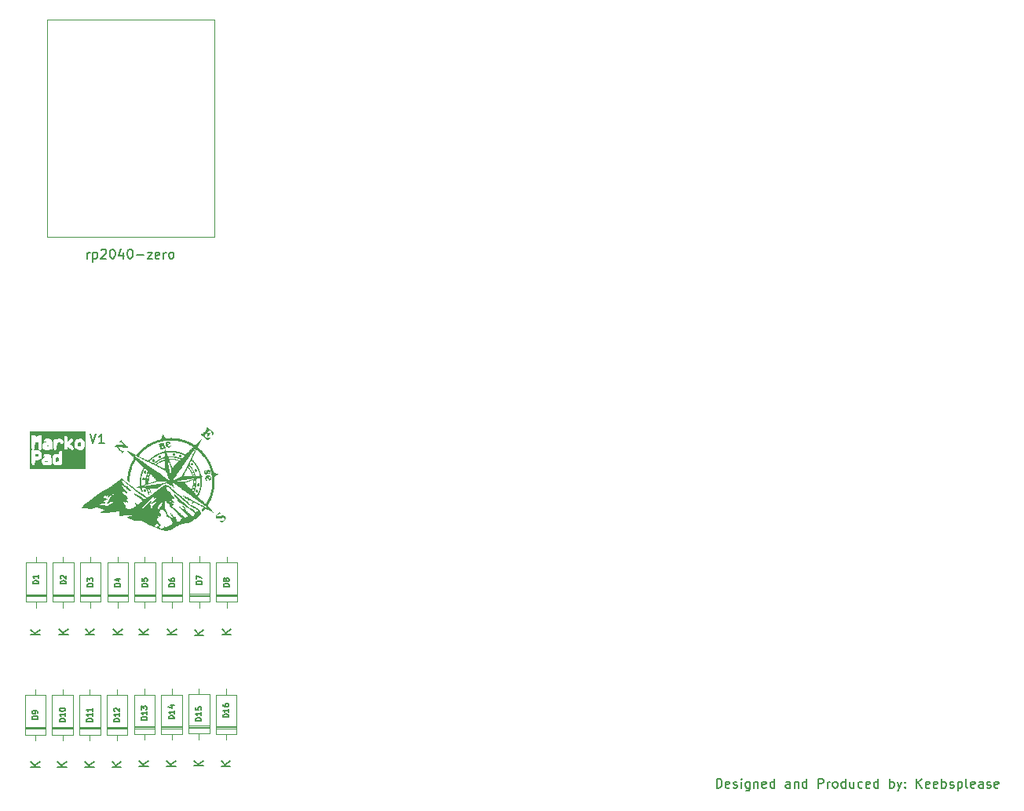
<source format=gbr>
%TF.GenerationSoftware,KiCad,Pcbnew,7.0.7*%
%TF.CreationDate,2023-09-24T17:48:37+02:00*%
%TF.ProjectId,pcb,7063622e-6b69-4636-9164-5f7063625858,rev?*%
%TF.SameCoordinates,Original*%
%TF.FileFunction,Legend,Top*%
%TF.FilePolarity,Positive*%
%FSLAX46Y46*%
G04 Gerber Fmt 4.6, Leading zero omitted, Abs format (unit mm)*
G04 Created by KiCad (PCBNEW 7.0.7) date 2023-09-24 17:48:37*
%MOMM*%
%LPD*%
G01*
G04 APERTURE LIST*
%ADD10C,0.150000*%
%ADD11C,0.120000*%
G04 APERTURE END LIST*
D10*
X137367448Y-157956670D02*
X137367448Y-156956670D01*
X137367448Y-156956670D02*
X137605543Y-156956670D01*
X137605543Y-156956670D02*
X137748400Y-157004289D01*
X137748400Y-157004289D02*
X137843638Y-157099527D01*
X137843638Y-157099527D02*
X137891257Y-157194765D01*
X137891257Y-157194765D02*
X137938876Y-157385241D01*
X137938876Y-157385241D02*
X137938876Y-157528098D01*
X137938876Y-157528098D02*
X137891257Y-157718574D01*
X137891257Y-157718574D02*
X137843638Y-157813812D01*
X137843638Y-157813812D02*
X137748400Y-157909051D01*
X137748400Y-157909051D02*
X137605543Y-157956670D01*
X137605543Y-157956670D02*
X137367448Y-157956670D01*
X138748400Y-157909051D02*
X138653162Y-157956670D01*
X138653162Y-157956670D02*
X138462686Y-157956670D01*
X138462686Y-157956670D02*
X138367448Y-157909051D01*
X138367448Y-157909051D02*
X138319829Y-157813812D01*
X138319829Y-157813812D02*
X138319829Y-157432860D01*
X138319829Y-157432860D02*
X138367448Y-157337622D01*
X138367448Y-157337622D02*
X138462686Y-157290003D01*
X138462686Y-157290003D02*
X138653162Y-157290003D01*
X138653162Y-157290003D02*
X138748400Y-157337622D01*
X138748400Y-157337622D02*
X138796019Y-157432860D01*
X138796019Y-157432860D02*
X138796019Y-157528098D01*
X138796019Y-157528098D02*
X138319829Y-157623336D01*
X139176972Y-157909051D02*
X139272210Y-157956670D01*
X139272210Y-157956670D02*
X139462686Y-157956670D01*
X139462686Y-157956670D02*
X139557924Y-157909051D01*
X139557924Y-157909051D02*
X139605543Y-157813812D01*
X139605543Y-157813812D02*
X139605543Y-157766193D01*
X139605543Y-157766193D02*
X139557924Y-157670955D01*
X139557924Y-157670955D02*
X139462686Y-157623336D01*
X139462686Y-157623336D02*
X139319829Y-157623336D01*
X139319829Y-157623336D02*
X139224591Y-157575717D01*
X139224591Y-157575717D02*
X139176972Y-157480479D01*
X139176972Y-157480479D02*
X139176972Y-157432860D01*
X139176972Y-157432860D02*
X139224591Y-157337622D01*
X139224591Y-157337622D02*
X139319829Y-157290003D01*
X139319829Y-157290003D02*
X139462686Y-157290003D01*
X139462686Y-157290003D02*
X139557924Y-157337622D01*
X140034115Y-157956670D02*
X140034115Y-157290003D01*
X140034115Y-156956670D02*
X139986496Y-157004289D01*
X139986496Y-157004289D02*
X140034115Y-157051908D01*
X140034115Y-157051908D02*
X140081734Y-157004289D01*
X140081734Y-157004289D02*
X140034115Y-156956670D01*
X140034115Y-156956670D02*
X140034115Y-157051908D01*
X140938876Y-157290003D02*
X140938876Y-158099527D01*
X140938876Y-158099527D02*
X140891257Y-158194765D01*
X140891257Y-158194765D02*
X140843638Y-158242384D01*
X140843638Y-158242384D02*
X140748400Y-158290003D01*
X140748400Y-158290003D02*
X140605543Y-158290003D01*
X140605543Y-158290003D02*
X140510305Y-158242384D01*
X140938876Y-157909051D02*
X140843638Y-157956670D01*
X140843638Y-157956670D02*
X140653162Y-157956670D01*
X140653162Y-157956670D02*
X140557924Y-157909051D01*
X140557924Y-157909051D02*
X140510305Y-157861431D01*
X140510305Y-157861431D02*
X140462686Y-157766193D01*
X140462686Y-157766193D02*
X140462686Y-157480479D01*
X140462686Y-157480479D02*
X140510305Y-157385241D01*
X140510305Y-157385241D02*
X140557924Y-157337622D01*
X140557924Y-157337622D02*
X140653162Y-157290003D01*
X140653162Y-157290003D02*
X140843638Y-157290003D01*
X140843638Y-157290003D02*
X140938876Y-157337622D01*
X141415067Y-157290003D02*
X141415067Y-157956670D01*
X141415067Y-157385241D02*
X141462686Y-157337622D01*
X141462686Y-157337622D02*
X141557924Y-157290003D01*
X141557924Y-157290003D02*
X141700781Y-157290003D01*
X141700781Y-157290003D02*
X141796019Y-157337622D01*
X141796019Y-157337622D02*
X141843638Y-157432860D01*
X141843638Y-157432860D02*
X141843638Y-157956670D01*
X142700781Y-157909051D02*
X142605543Y-157956670D01*
X142605543Y-157956670D02*
X142415067Y-157956670D01*
X142415067Y-157956670D02*
X142319829Y-157909051D01*
X142319829Y-157909051D02*
X142272210Y-157813812D01*
X142272210Y-157813812D02*
X142272210Y-157432860D01*
X142272210Y-157432860D02*
X142319829Y-157337622D01*
X142319829Y-157337622D02*
X142415067Y-157290003D01*
X142415067Y-157290003D02*
X142605543Y-157290003D01*
X142605543Y-157290003D02*
X142700781Y-157337622D01*
X142700781Y-157337622D02*
X142748400Y-157432860D01*
X142748400Y-157432860D02*
X142748400Y-157528098D01*
X142748400Y-157528098D02*
X142272210Y-157623336D01*
X143605543Y-157956670D02*
X143605543Y-156956670D01*
X143605543Y-157909051D02*
X143510305Y-157956670D01*
X143510305Y-157956670D02*
X143319829Y-157956670D01*
X143319829Y-157956670D02*
X143224591Y-157909051D01*
X143224591Y-157909051D02*
X143176972Y-157861431D01*
X143176972Y-157861431D02*
X143129353Y-157766193D01*
X143129353Y-157766193D02*
X143129353Y-157480479D01*
X143129353Y-157480479D02*
X143176972Y-157385241D01*
X143176972Y-157385241D02*
X143224591Y-157337622D01*
X143224591Y-157337622D02*
X143319829Y-157290003D01*
X143319829Y-157290003D02*
X143510305Y-157290003D01*
X143510305Y-157290003D02*
X143605543Y-157337622D01*
X145272210Y-157956670D02*
X145272210Y-157432860D01*
X145272210Y-157432860D02*
X145224591Y-157337622D01*
X145224591Y-157337622D02*
X145129353Y-157290003D01*
X145129353Y-157290003D02*
X144938877Y-157290003D01*
X144938877Y-157290003D02*
X144843639Y-157337622D01*
X145272210Y-157909051D02*
X145176972Y-157956670D01*
X145176972Y-157956670D02*
X144938877Y-157956670D01*
X144938877Y-157956670D02*
X144843639Y-157909051D01*
X144843639Y-157909051D02*
X144796020Y-157813812D01*
X144796020Y-157813812D02*
X144796020Y-157718574D01*
X144796020Y-157718574D02*
X144843639Y-157623336D01*
X144843639Y-157623336D02*
X144938877Y-157575717D01*
X144938877Y-157575717D02*
X145176972Y-157575717D01*
X145176972Y-157575717D02*
X145272210Y-157528098D01*
X145748401Y-157290003D02*
X145748401Y-157956670D01*
X145748401Y-157385241D02*
X145796020Y-157337622D01*
X145796020Y-157337622D02*
X145891258Y-157290003D01*
X145891258Y-157290003D02*
X146034115Y-157290003D01*
X146034115Y-157290003D02*
X146129353Y-157337622D01*
X146129353Y-157337622D02*
X146176972Y-157432860D01*
X146176972Y-157432860D02*
X146176972Y-157956670D01*
X147081734Y-157956670D02*
X147081734Y-156956670D01*
X147081734Y-157909051D02*
X146986496Y-157956670D01*
X146986496Y-157956670D02*
X146796020Y-157956670D01*
X146796020Y-157956670D02*
X146700782Y-157909051D01*
X146700782Y-157909051D02*
X146653163Y-157861431D01*
X146653163Y-157861431D02*
X146605544Y-157766193D01*
X146605544Y-157766193D02*
X146605544Y-157480479D01*
X146605544Y-157480479D02*
X146653163Y-157385241D01*
X146653163Y-157385241D02*
X146700782Y-157337622D01*
X146700782Y-157337622D02*
X146796020Y-157290003D01*
X146796020Y-157290003D02*
X146986496Y-157290003D01*
X146986496Y-157290003D02*
X147081734Y-157337622D01*
X148319830Y-157956670D02*
X148319830Y-156956670D01*
X148319830Y-156956670D02*
X148700782Y-156956670D01*
X148700782Y-156956670D02*
X148796020Y-157004289D01*
X148796020Y-157004289D02*
X148843639Y-157051908D01*
X148843639Y-157051908D02*
X148891258Y-157147146D01*
X148891258Y-157147146D02*
X148891258Y-157290003D01*
X148891258Y-157290003D02*
X148843639Y-157385241D01*
X148843639Y-157385241D02*
X148796020Y-157432860D01*
X148796020Y-157432860D02*
X148700782Y-157480479D01*
X148700782Y-157480479D02*
X148319830Y-157480479D01*
X149319830Y-157956670D02*
X149319830Y-157290003D01*
X149319830Y-157480479D02*
X149367449Y-157385241D01*
X149367449Y-157385241D02*
X149415068Y-157337622D01*
X149415068Y-157337622D02*
X149510306Y-157290003D01*
X149510306Y-157290003D02*
X149605544Y-157290003D01*
X150081735Y-157956670D02*
X149986497Y-157909051D01*
X149986497Y-157909051D02*
X149938878Y-157861431D01*
X149938878Y-157861431D02*
X149891259Y-157766193D01*
X149891259Y-157766193D02*
X149891259Y-157480479D01*
X149891259Y-157480479D02*
X149938878Y-157385241D01*
X149938878Y-157385241D02*
X149986497Y-157337622D01*
X149986497Y-157337622D02*
X150081735Y-157290003D01*
X150081735Y-157290003D02*
X150224592Y-157290003D01*
X150224592Y-157290003D02*
X150319830Y-157337622D01*
X150319830Y-157337622D02*
X150367449Y-157385241D01*
X150367449Y-157385241D02*
X150415068Y-157480479D01*
X150415068Y-157480479D02*
X150415068Y-157766193D01*
X150415068Y-157766193D02*
X150367449Y-157861431D01*
X150367449Y-157861431D02*
X150319830Y-157909051D01*
X150319830Y-157909051D02*
X150224592Y-157956670D01*
X150224592Y-157956670D02*
X150081735Y-157956670D01*
X151272211Y-157956670D02*
X151272211Y-156956670D01*
X151272211Y-157909051D02*
X151176973Y-157956670D01*
X151176973Y-157956670D02*
X150986497Y-157956670D01*
X150986497Y-157956670D02*
X150891259Y-157909051D01*
X150891259Y-157909051D02*
X150843640Y-157861431D01*
X150843640Y-157861431D02*
X150796021Y-157766193D01*
X150796021Y-157766193D02*
X150796021Y-157480479D01*
X150796021Y-157480479D02*
X150843640Y-157385241D01*
X150843640Y-157385241D02*
X150891259Y-157337622D01*
X150891259Y-157337622D02*
X150986497Y-157290003D01*
X150986497Y-157290003D02*
X151176973Y-157290003D01*
X151176973Y-157290003D02*
X151272211Y-157337622D01*
X152176973Y-157290003D02*
X152176973Y-157956670D01*
X151748402Y-157290003D02*
X151748402Y-157813812D01*
X151748402Y-157813812D02*
X151796021Y-157909051D01*
X151796021Y-157909051D02*
X151891259Y-157956670D01*
X151891259Y-157956670D02*
X152034116Y-157956670D01*
X152034116Y-157956670D02*
X152129354Y-157909051D01*
X152129354Y-157909051D02*
X152176973Y-157861431D01*
X153081735Y-157909051D02*
X152986497Y-157956670D01*
X152986497Y-157956670D02*
X152796021Y-157956670D01*
X152796021Y-157956670D02*
X152700783Y-157909051D01*
X152700783Y-157909051D02*
X152653164Y-157861431D01*
X152653164Y-157861431D02*
X152605545Y-157766193D01*
X152605545Y-157766193D02*
X152605545Y-157480479D01*
X152605545Y-157480479D02*
X152653164Y-157385241D01*
X152653164Y-157385241D02*
X152700783Y-157337622D01*
X152700783Y-157337622D02*
X152796021Y-157290003D01*
X152796021Y-157290003D02*
X152986497Y-157290003D01*
X152986497Y-157290003D02*
X153081735Y-157337622D01*
X153891259Y-157909051D02*
X153796021Y-157956670D01*
X153796021Y-157956670D02*
X153605545Y-157956670D01*
X153605545Y-157956670D02*
X153510307Y-157909051D01*
X153510307Y-157909051D02*
X153462688Y-157813812D01*
X153462688Y-157813812D02*
X153462688Y-157432860D01*
X153462688Y-157432860D02*
X153510307Y-157337622D01*
X153510307Y-157337622D02*
X153605545Y-157290003D01*
X153605545Y-157290003D02*
X153796021Y-157290003D01*
X153796021Y-157290003D02*
X153891259Y-157337622D01*
X153891259Y-157337622D02*
X153938878Y-157432860D01*
X153938878Y-157432860D02*
X153938878Y-157528098D01*
X153938878Y-157528098D02*
X153462688Y-157623336D01*
X154796021Y-157956670D02*
X154796021Y-156956670D01*
X154796021Y-157909051D02*
X154700783Y-157956670D01*
X154700783Y-157956670D02*
X154510307Y-157956670D01*
X154510307Y-157956670D02*
X154415069Y-157909051D01*
X154415069Y-157909051D02*
X154367450Y-157861431D01*
X154367450Y-157861431D02*
X154319831Y-157766193D01*
X154319831Y-157766193D02*
X154319831Y-157480479D01*
X154319831Y-157480479D02*
X154367450Y-157385241D01*
X154367450Y-157385241D02*
X154415069Y-157337622D01*
X154415069Y-157337622D02*
X154510307Y-157290003D01*
X154510307Y-157290003D02*
X154700783Y-157290003D01*
X154700783Y-157290003D02*
X154796021Y-157337622D01*
X156034117Y-157956670D02*
X156034117Y-156956670D01*
X156034117Y-157337622D02*
X156129355Y-157290003D01*
X156129355Y-157290003D02*
X156319831Y-157290003D01*
X156319831Y-157290003D02*
X156415069Y-157337622D01*
X156415069Y-157337622D02*
X156462688Y-157385241D01*
X156462688Y-157385241D02*
X156510307Y-157480479D01*
X156510307Y-157480479D02*
X156510307Y-157766193D01*
X156510307Y-157766193D02*
X156462688Y-157861431D01*
X156462688Y-157861431D02*
X156415069Y-157909051D01*
X156415069Y-157909051D02*
X156319831Y-157956670D01*
X156319831Y-157956670D02*
X156129355Y-157956670D01*
X156129355Y-157956670D02*
X156034117Y-157909051D01*
X156843641Y-157290003D02*
X157081736Y-157956670D01*
X157319831Y-157290003D02*
X157081736Y-157956670D01*
X157081736Y-157956670D02*
X156986498Y-158194765D01*
X156986498Y-158194765D02*
X156938879Y-158242384D01*
X156938879Y-158242384D02*
X156843641Y-158290003D01*
X157700784Y-157861431D02*
X157748403Y-157909051D01*
X157748403Y-157909051D02*
X157700784Y-157956670D01*
X157700784Y-157956670D02*
X157653165Y-157909051D01*
X157653165Y-157909051D02*
X157700784Y-157861431D01*
X157700784Y-157861431D02*
X157700784Y-157956670D01*
X157700784Y-157337622D02*
X157748403Y-157385241D01*
X157748403Y-157385241D02*
X157700784Y-157432860D01*
X157700784Y-157432860D02*
X157653165Y-157385241D01*
X157653165Y-157385241D02*
X157700784Y-157337622D01*
X157700784Y-157337622D02*
X157700784Y-157432860D01*
X158938879Y-157956670D02*
X158938879Y-156956670D01*
X159510307Y-157956670D02*
X159081736Y-157385241D01*
X159510307Y-156956670D02*
X158938879Y-157528098D01*
X160319831Y-157909051D02*
X160224593Y-157956670D01*
X160224593Y-157956670D02*
X160034117Y-157956670D01*
X160034117Y-157956670D02*
X159938879Y-157909051D01*
X159938879Y-157909051D02*
X159891260Y-157813812D01*
X159891260Y-157813812D02*
X159891260Y-157432860D01*
X159891260Y-157432860D02*
X159938879Y-157337622D01*
X159938879Y-157337622D02*
X160034117Y-157290003D01*
X160034117Y-157290003D02*
X160224593Y-157290003D01*
X160224593Y-157290003D02*
X160319831Y-157337622D01*
X160319831Y-157337622D02*
X160367450Y-157432860D01*
X160367450Y-157432860D02*
X160367450Y-157528098D01*
X160367450Y-157528098D02*
X159891260Y-157623336D01*
X161176974Y-157909051D02*
X161081736Y-157956670D01*
X161081736Y-157956670D02*
X160891260Y-157956670D01*
X160891260Y-157956670D02*
X160796022Y-157909051D01*
X160796022Y-157909051D02*
X160748403Y-157813812D01*
X160748403Y-157813812D02*
X160748403Y-157432860D01*
X160748403Y-157432860D02*
X160796022Y-157337622D01*
X160796022Y-157337622D02*
X160891260Y-157290003D01*
X160891260Y-157290003D02*
X161081736Y-157290003D01*
X161081736Y-157290003D02*
X161176974Y-157337622D01*
X161176974Y-157337622D02*
X161224593Y-157432860D01*
X161224593Y-157432860D02*
X161224593Y-157528098D01*
X161224593Y-157528098D02*
X160748403Y-157623336D01*
X161653165Y-157956670D02*
X161653165Y-156956670D01*
X161653165Y-157337622D02*
X161748403Y-157290003D01*
X161748403Y-157290003D02*
X161938879Y-157290003D01*
X161938879Y-157290003D02*
X162034117Y-157337622D01*
X162034117Y-157337622D02*
X162081736Y-157385241D01*
X162081736Y-157385241D02*
X162129355Y-157480479D01*
X162129355Y-157480479D02*
X162129355Y-157766193D01*
X162129355Y-157766193D02*
X162081736Y-157861431D01*
X162081736Y-157861431D02*
X162034117Y-157909051D01*
X162034117Y-157909051D02*
X161938879Y-157956670D01*
X161938879Y-157956670D02*
X161748403Y-157956670D01*
X161748403Y-157956670D02*
X161653165Y-157909051D01*
X162510308Y-157909051D02*
X162605546Y-157956670D01*
X162605546Y-157956670D02*
X162796022Y-157956670D01*
X162796022Y-157956670D02*
X162891260Y-157909051D01*
X162891260Y-157909051D02*
X162938879Y-157813812D01*
X162938879Y-157813812D02*
X162938879Y-157766193D01*
X162938879Y-157766193D02*
X162891260Y-157670955D01*
X162891260Y-157670955D02*
X162796022Y-157623336D01*
X162796022Y-157623336D02*
X162653165Y-157623336D01*
X162653165Y-157623336D02*
X162557927Y-157575717D01*
X162557927Y-157575717D02*
X162510308Y-157480479D01*
X162510308Y-157480479D02*
X162510308Y-157432860D01*
X162510308Y-157432860D02*
X162557927Y-157337622D01*
X162557927Y-157337622D02*
X162653165Y-157290003D01*
X162653165Y-157290003D02*
X162796022Y-157290003D01*
X162796022Y-157290003D02*
X162891260Y-157337622D01*
X163367451Y-157290003D02*
X163367451Y-158290003D01*
X163367451Y-157337622D02*
X163462689Y-157290003D01*
X163462689Y-157290003D02*
X163653165Y-157290003D01*
X163653165Y-157290003D02*
X163748403Y-157337622D01*
X163748403Y-157337622D02*
X163796022Y-157385241D01*
X163796022Y-157385241D02*
X163843641Y-157480479D01*
X163843641Y-157480479D02*
X163843641Y-157766193D01*
X163843641Y-157766193D02*
X163796022Y-157861431D01*
X163796022Y-157861431D02*
X163748403Y-157909051D01*
X163748403Y-157909051D02*
X163653165Y-157956670D01*
X163653165Y-157956670D02*
X163462689Y-157956670D01*
X163462689Y-157956670D02*
X163367451Y-157909051D01*
X164415070Y-157956670D02*
X164319832Y-157909051D01*
X164319832Y-157909051D02*
X164272213Y-157813812D01*
X164272213Y-157813812D02*
X164272213Y-156956670D01*
X165176975Y-157909051D02*
X165081737Y-157956670D01*
X165081737Y-157956670D02*
X164891261Y-157956670D01*
X164891261Y-157956670D02*
X164796023Y-157909051D01*
X164796023Y-157909051D02*
X164748404Y-157813812D01*
X164748404Y-157813812D02*
X164748404Y-157432860D01*
X164748404Y-157432860D02*
X164796023Y-157337622D01*
X164796023Y-157337622D02*
X164891261Y-157290003D01*
X164891261Y-157290003D02*
X165081737Y-157290003D01*
X165081737Y-157290003D02*
X165176975Y-157337622D01*
X165176975Y-157337622D02*
X165224594Y-157432860D01*
X165224594Y-157432860D02*
X165224594Y-157528098D01*
X165224594Y-157528098D02*
X164748404Y-157623336D01*
X166081737Y-157956670D02*
X166081737Y-157432860D01*
X166081737Y-157432860D02*
X166034118Y-157337622D01*
X166034118Y-157337622D02*
X165938880Y-157290003D01*
X165938880Y-157290003D02*
X165748404Y-157290003D01*
X165748404Y-157290003D02*
X165653166Y-157337622D01*
X166081737Y-157909051D02*
X165986499Y-157956670D01*
X165986499Y-157956670D02*
X165748404Y-157956670D01*
X165748404Y-157956670D02*
X165653166Y-157909051D01*
X165653166Y-157909051D02*
X165605547Y-157813812D01*
X165605547Y-157813812D02*
X165605547Y-157718574D01*
X165605547Y-157718574D02*
X165653166Y-157623336D01*
X165653166Y-157623336D02*
X165748404Y-157575717D01*
X165748404Y-157575717D02*
X165986499Y-157575717D01*
X165986499Y-157575717D02*
X166081737Y-157528098D01*
X166510309Y-157909051D02*
X166605547Y-157956670D01*
X166605547Y-157956670D02*
X166796023Y-157956670D01*
X166796023Y-157956670D02*
X166891261Y-157909051D01*
X166891261Y-157909051D02*
X166938880Y-157813812D01*
X166938880Y-157813812D02*
X166938880Y-157766193D01*
X166938880Y-157766193D02*
X166891261Y-157670955D01*
X166891261Y-157670955D02*
X166796023Y-157623336D01*
X166796023Y-157623336D02*
X166653166Y-157623336D01*
X166653166Y-157623336D02*
X166557928Y-157575717D01*
X166557928Y-157575717D02*
X166510309Y-157480479D01*
X166510309Y-157480479D02*
X166510309Y-157432860D01*
X166510309Y-157432860D02*
X166557928Y-157337622D01*
X166557928Y-157337622D02*
X166653166Y-157290003D01*
X166653166Y-157290003D02*
X166796023Y-157290003D01*
X166796023Y-157290003D02*
X166891261Y-157337622D01*
X167748404Y-157909051D02*
X167653166Y-157956670D01*
X167653166Y-157956670D02*
X167462690Y-157956670D01*
X167462690Y-157956670D02*
X167367452Y-157909051D01*
X167367452Y-157909051D02*
X167319833Y-157813812D01*
X167319833Y-157813812D02*
X167319833Y-157432860D01*
X167319833Y-157432860D02*
X167367452Y-157337622D01*
X167367452Y-157337622D02*
X167462690Y-157290003D01*
X167462690Y-157290003D02*
X167653166Y-157290003D01*
X167653166Y-157290003D02*
X167748404Y-157337622D01*
X167748404Y-157337622D02*
X167796023Y-157432860D01*
X167796023Y-157432860D02*
X167796023Y-157528098D01*
X167796023Y-157528098D02*
X167319833Y-157623336D01*
X69801322Y-119755244D02*
X70134655Y-120755244D01*
X70134655Y-120755244D02*
X70467988Y-119755244D01*
X71325131Y-120755244D02*
X70753703Y-120755244D01*
X71039417Y-120755244D02*
X71039417Y-119755244D01*
X71039417Y-119755244D02*
X70944179Y-119898101D01*
X70944179Y-119898101D02*
X70848941Y-119993339D01*
X70848941Y-119993339D02*
X70753703Y-120040958D01*
X69513208Y-100811143D02*
X69513208Y-100144476D01*
X69513208Y-100334952D02*
X69560827Y-100239714D01*
X69560827Y-100239714D02*
X69608446Y-100192095D01*
X69608446Y-100192095D02*
X69703684Y-100144476D01*
X69703684Y-100144476D02*
X69798922Y-100144476D01*
X70132256Y-100144476D02*
X70132256Y-101144476D01*
X70132256Y-100192095D02*
X70227494Y-100144476D01*
X70227494Y-100144476D02*
X70417970Y-100144476D01*
X70417970Y-100144476D02*
X70513208Y-100192095D01*
X70513208Y-100192095D02*
X70560827Y-100239714D01*
X70560827Y-100239714D02*
X70608446Y-100334952D01*
X70608446Y-100334952D02*
X70608446Y-100620666D01*
X70608446Y-100620666D02*
X70560827Y-100715904D01*
X70560827Y-100715904D02*
X70513208Y-100763524D01*
X70513208Y-100763524D02*
X70417970Y-100811143D01*
X70417970Y-100811143D02*
X70227494Y-100811143D01*
X70227494Y-100811143D02*
X70132256Y-100763524D01*
X70989399Y-99906381D02*
X71037018Y-99858762D01*
X71037018Y-99858762D02*
X71132256Y-99811143D01*
X71132256Y-99811143D02*
X71370351Y-99811143D01*
X71370351Y-99811143D02*
X71465589Y-99858762D01*
X71465589Y-99858762D02*
X71513208Y-99906381D01*
X71513208Y-99906381D02*
X71560827Y-100001619D01*
X71560827Y-100001619D02*
X71560827Y-100096857D01*
X71560827Y-100096857D02*
X71513208Y-100239714D01*
X71513208Y-100239714D02*
X70941780Y-100811143D01*
X70941780Y-100811143D02*
X71560827Y-100811143D01*
X72179875Y-99811143D02*
X72275113Y-99811143D01*
X72275113Y-99811143D02*
X72370351Y-99858762D01*
X72370351Y-99858762D02*
X72417970Y-99906381D01*
X72417970Y-99906381D02*
X72465589Y-100001619D01*
X72465589Y-100001619D02*
X72513208Y-100192095D01*
X72513208Y-100192095D02*
X72513208Y-100430190D01*
X72513208Y-100430190D02*
X72465589Y-100620666D01*
X72465589Y-100620666D02*
X72417970Y-100715904D01*
X72417970Y-100715904D02*
X72370351Y-100763524D01*
X72370351Y-100763524D02*
X72275113Y-100811143D01*
X72275113Y-100811143D02*
X72179875Y-100811143D01*
X72179875Y-100811143D02*
X72084637Y-100763524D01*
X72084637Y-100763524D02*
X72037018Y-100715904D01*
X72037018Y-100715904D02*
X71989399Y-100620666D01*
X71989399Y-100620666D02*
X71941780Y-100430190D01*
X71941780Y-100430190D02*
X71941780Y-100192095D01*
X71941780Y-100192095D02*
X71989399Y-100001619D01*
X71989399Y-100001619D02*
X72037018Y-99906381D01*
X72037018Y-99906381D02*
X72084637Y-99858762D01*
X72084637Y-99858762D02*
X72179875Y-99811143D01*
X73370351Y-100144476D02*
X73370351Y-100811143D01*
X73132256Y-99763524D02*
X72894161Y-100477809D01*
X72894161Y-100477809D02*
X73513208Y-100477809D01*
X74084637Y-99811143D02*
X74179875Y-99811143D01*
X74179875Y-99811143D02*
X74275113Y-99858762D01*
X74275113Y-99858762D02*
X74322732Y-99906381D01*
X74322732Y-99906381D02*
X74370351Y-100001619D01*
X74370351Y-100001619D02*
X74417970Y-100192095D01*
X74417970Y-100192095D02*
X74417970Y-100430190D01*
X74417970Y-100430190D02*
X74370351Y-100620666D01*
X74370351Y-100620666D02*
X74322732Y-100715904D01*
X74322732Y-100715904D02*
X74275113Y-100763524D01*
X74275113Y-100763524D02*
X74179875Y-100811143D01*
X74179875Y-100811143D02*
X74084637Y-100811143D01*
X74084637Y-100811143D02*
X73989399Y-100763524D01*
X73989399Y-100763524D02*
X73941780Y-100715904D01*
X73941780Y-100715904D02*
X73894161Y-100620666D01*
X73894161Y-100620666D02*
X73846542Y-100430190D01*
X73846542Y-100430190D02*
X73846542Y-100192095D01*
X73846542Y-100192095D02*
X73894161Y-100001619D01*
X73894161Y-100001619D02*
X73941780Y-99906381D01*
X73941780Y-99906381D02*
X73989399Y-99858762D01*
X73989399Y-99858762D02*
X74084637Y-99811143D01*
X74846542Y-100430190D02*
X75608447Y-100430190D01*
X75989399Y-100144476D02*
X76513208Y-100144476D01*
X76513208Y-100144476D02*
X75989399Y-100811143D01*
X75989399Y-100811143D02*
X76513208Y-100811143D01*
X77275113Y-100763524D02*
X77179875Y-100811143D01*
X77179875Y-100811143D02*
X76989399Y-100811143D01*
X76989399Y-100811143D02*
X76894161Y-100763524D01*
X76894161Y-100763524D02*
X76846542Y-100668285D01*
X76846542Y-100668285D02*
X76846542Y-100287333D01*
X76846542Y-100287333D02*
X76894161Y-100192095D01*
X76894161Y-100192095D02*
X76989399Y-100144476D01*
X76989399Y-100144476D02*
X77179875Y-100144476D01*
X77179875Y-100144476D02*
X77275113Y-100192095D01*
X77275113Y-100192095D02*
X77322732Y-100287333D01*
X77322732Y-100287333D02*
X77322732Y-100382571D01*
X77322732Y-100382571D02*
X76846542Y-100477809D01*
X77751304Y-100811143D02*
X77751304Y-100144476D01*
X77751304Y-100334952D02*
X77798923Y-100239714D01*
X77798923Y-100239714D02*
X77846542Y-100192095D01*
X77846542Y-100192095D02*
X77941780Y-100144476D01*
X77941780Y-100144476D02*
X78037018Y-100144476D01*
X78513209Y-100811143D02*
X78417971Y-100763524D01*
X78417971Y-100763524D02*
X78370352Y-100715904D01*
X78370352Y-100715904D02*
X78322733Y-100620666D01*
X78322733Y-100620666D02*
X78322733Y-100334952D01*
X78322733Y-100334952D02*
X78370352Y-100239714D01*
X78370352Y-100239714D02*
X78417971Y-100192095D01*
X78417971Y-100192095D02*
X78513209Y-100144476D01*
X78513209Y-100144476D02*
X78656066Y-100144476D01*
X78656066Y-100144476D02*
X78751304Y-100192095D01*
X78751304Y-100192095D02*
X78798923Y-100239714D01*
X78798923Y-100239714D02*
X78846542Y-100334952D01*
X78846542Y-100334952D02*
X78846542Y-100620666D01*
X78846542Y-100620666D02*
X78798923Y-100715904D01*
X78798923Y-100715904D02*
X78751304Y-100763524D01*
X78751304Y-100763524D02*
X78656066Y-100811143D01*
X78656066Y-100811143D02*
X78513209Y-100811143D01*
X67212833Y-135925946D02*
X66612833Y-135925946D01*
X66612833Y-135925946D02*
X66612833Y-135783089D01*
X66612833Y-135783089D02*
X66641404Y-135697375D01*
X66641404Y-135697375D02*
X66698547Y-135640232D01*
X66698547Y-135640232D02*
X66755690Y-135611661D01*
X66755690Y-135611661D02*
X66869976Y-135583089D01*
X66869976Y-135583089D02*
X66955690Y-135583089D01*
X66955690Y-135583089D02*
X67069976Y-135611661D01*
X67069976Y-135611661D02*
X67127119Y-135640232D01*
X67127119Y-135640232D02*
X67184262Y-135697375D01*
X67184262Y-135697375D02*
X67212833Y-135783089D01*
X67212833Y-135783089D02*
X67212833Y-135925946D01*
X66669976Y-135354518D02*
X66641404Y-135325946D01*
X66641404Y-135325946D02*
X66612833Y-135268804D01*
X66612833Y-135268804D02*
X66612833Y-135125946D01*
X66612833Y-135125946D02*
X66641404Y-135068804D01*
X66641404Y-135068804D02*
X66669976Y-135040232D01*
X66669976Y-135040232D02*
X66727119Y-135011661D01*
X66727119Y-135011661D02*
X66784262Y-135011661D01*
X66784262Y-135011661D02*
X66869976Y-135040232D01*
X66869976Y-135040232D02*
X67212833Y-135383089D01*
X67212833Y-135383089D02*
X67212833Y-135011661D01*
X67467212Y-141374729D02*
X66467212Y-141374729D01*
X67467212Y-140803301D02*
X66895783Y-141231872D01*
X66467212Y-140803301D02*
X67038640Y-141374729D01*
X81852917Y-135969394D02*
X81252917Y-135969394D01*
X81252917Y-135969394D02*
X81252917Y-135826537D01*
X81252917Y-135826537D02*
X81281488Y-135740823D01*
X81281488Y-135740823D02*
X81338631Y-135683680D01*
X81338631Y-135683680D02*
X81395774Y-135655109D01*
X81395774Y-135655109D02*
X81510060Y-135626537D01*
X81510060Y-135626537D02*
X81595774Y-135626537D01*
X81595774Y-135626537D02*
X81710060Y-135655109D01*
X81710060Y-135655109D02*
X81767203Y-135683680D01*
X81767203Y-135683680D02*
X81824346Y-135740823D01*
X81824346Y-135740823D02*
X81852917Y-135826537D01*
X81852917Y-135826537D02*
X81852917Y-135969394D01*
X81252917Y-135426537D02*
X81252917Y-135026537D01*
X81252917Y-135026537D02*
X81852917Y-135283680D01*
X82071244Y-141454229D02*
X81071244Y-141454229D01*
X82071244Y-140882801D02*
X81499815Y-141311372D01*
X81071244Y-140882801D02*
X81642672Y-141454229D01*
X64239889Y-135918551D02*
X63639889Y-135918551D01*
X63639889Y-135918551D02*
X63639889Y-135775694D01*
X63639889Y-135775694D02*
X63668460Y-135689980D01*
X63668460Y-135689980D02*
X63725603Y-135632837D01*
X63725603Y-135632837D02*
X63782746Y-135604266D01*
X63782746Y-135604266D02*
X63897032Y-135575694D01*
X63897032Y-135575694D02*
X63982746Y-135575694D01*
X63982746Y-135575694D02*
X64097032Y-135604266D01*
X64097032Y-135604266D02*
X64154175Y-135632837D01*
X64154175Y-135632837D02*
X64211318Y-135689980D01*
X64211318Y-135689980D02*
X64239889Y-135775694D01*
X64239889Y-135775694D02*
X64239889Y-135918551D01*
X64239889Y-135004266D02*
X64239889Y-135347123D01*
X64239889Y-135175694D02*
X63639889Y-135175694D01*
X63639889Y-135175694D02*
X63725603Y-135232837D01*
X63725603Y-135232837D02*
X63782746Y-135289980D01*
X63782746Y-135289980D02*
X63811318Y-135347123D01*
X64427710Y-141430194D02*
X63427710Y-141430194D01*
X64427710Y-140858766D02*
X63856281Y-141287337D01*
X63427710Y-140858766D02*
X63999138Y-141430194D01*
X64182227Y-150523567D02*
X63582227Y-150523567D01*
X63582227Y-150523567D02*
X63582227Y-150380710D01*
X63582227Y-150380710D02*
X63610798Y-150294996D01*
X63610798Y-150294996D02*
X63667941Y-150237853D01*
X63667941Y-150237853D02*
X63725084Y-150209282D01*
X63725084Y-150209282D02*
X63839370Y-150180710D01*
X63839370Y-150180710D02*
X63925084Y-150180710D01*
X63925084Y-150180710D02*
X64039370Y-150209282D01*
X64039370Y-150209282D02*
X64096513Y-150237853D01*
X64096513Y-150237853D02*
X64153656Y-150294996D01*
X64153656Y-150294996D02*
X64182227Y-150380710D01*
X64182227Y-150380710D02*
X64182227Y-150523567D01*
X64182227Y-149894996D02*
X64182227Y-149780710D01*
X64182227Y-149780710D02*
X64153656Y-149723567D01*
X64153656Y-149723567D02*
X64125084Y-149694996D01*
X64125084Y-149694996D02*
X64039370Y-149637853D01*
X64039370Y-149637853D02*
X63925084Y-149609282D01*
X63925084Y-149609282D02*
X63696513Y-149609282D01*
X63696513Y-149609282D02*
X63639370Y-149637853D01*
X63639370Y-149637853D02*
X63610798Y-149666425D01*
X63610798Y-149666425D02*
X63582227Y-149723567D01*
X63582227Y-149723567D02*
X63582227Y-149837853D01*
X63582227Y-149837853D02*
X63610798Y-149894996D01*
X63610798Y-149894996D02*
X63639370Y-149923567D01*
X63639370Y-149923567D02*
X63696513Y-149952139D01*
X63696513Y-149952139D02*
X63839370Y-149952139D01*
X63839370Y-149952139D02*
X63896513Y-149923567D01*
X63896513Y-149923567D02*
X63925084Y-149894996D01*
X63925084Y-149894996D02*
X63953656Y-149837853D01*
X63953656Y-149837853D02*
X63953656Y-149723567D01*
X63953656Y-149723567D02*
X63925084Y-149666425D01*
X63925084Y-149666425D02*
X63896513Y-149637853D01*
X63896513Y-149637853D02*
X63839370Y-149609282D01*
X64398377Y-155676615D02*
X63398377Y-155676615D01*
X64398377Y-155105187D02*
X63826948Y-155533758D01*
X63398377Y-155105187D02*
X63969805Y-155676615D01*
X84749858Y-150325490D02*
X84149858Y-150325490D01*
X84149858Y-150325490D02*
X84149858Y-150182633D01*
X84149858Y-150182633D02*
X84178429Y-150096919D01*
X84178429Y-150096919D02*
X84235572Y-150039776D01*
X84235572Y-150039776D02*
X84292715Y-150011205D01*
X84292715Y-150011205D02*
X84407001Y-149982633D01*
X84407001Y-149982633D02*
X84492715Y-149982633D01*
X84492715Y-149982633D02*
X84607001Y-150011205D01*
X84607001Y-150011205D02*
X84664144Y-150039776D01*
X84664144Y-150039776D02*
X84721287Y-150096919D01*
X84721287Y-150096919D02*
X84749858Y-150182633D01*
X84749858Y-150182633D02*
X84749858Y-150325490D01*
X84749858Y-149411205D02*
X84749858Y-149754062D01*
X84749858Y-149582633D02*
X84149858Y-149582633D01*
X84149858Y-149582633D02*
X84235572Y-149639776D01*
X84235572Y-149639776D02*
X84292715Y-149696919D01*
X84292715Y-149696919D02*
X84321287Y-149754062D01*
X84149858Y-148896919D02*
X84149858Y-149011204D01*
X84149858Y-149011204D02*
X84178429Y-149068347D01*
X84178429Y-149068347D02*
X84207001Y-149096919D01*
X84207001Y-149096919D02*
X84292715Y-149154061D01*
X84292715Y-149154061D02*
X84407001Y-149182633D01*
X84407001Y-149182633D02*
X84635572Y-149182633D01*
X84635572Y-149182633D02*
X84692715Y-149154061D01*
X84692715Y-149154061D02*
X84721287Y-149125490D01*
X84721287Y-149125490D02*
X84749858Y-149068347D01*
X84749858Y-149068347D02*
X84749858Y-148954061D01*
X84749858Y-148954061D02*
X84721287Y-148896919D01*
X84721287Y-148896919D02*
X84692715Y-148868347D01*
X84692715Y-148868347D02*
X84635572Y-148839776D01*
X84635572Y-148839776D02*
X84492715Y-148839776D01*
X84492715Y-148839776D02*
X84435572Y-148868347D01*
X84435572Y-148868347D02*
X84407001Y-148896919D01*
X84407001Y-148896919D02*
X84378429Y-148954061D01*
X84378429Y-148954061D02*
X84378429Y-149068347D01*
X84378429Y-149068347D02*
X84407001Y-149125490D01*
X84407001Y-149125490D02*
X84435572Y-149154061D01*
X84435572Y-149154061D02*
X84492715Y-149182633D01*
X84938162Y-155628173D02*
X83938162Y-155628173D01*
X84938162Y-155056745D02*
X84366733Y-155485316D01*
X83938162Y-155056745D02*
X84509590Y-155628173D01*
X75940206Y-150618490D02*
X75340206Y-150618490D01*
X75340206Y-150618490D02*
X75340206Y-150475633D01*
X75340206Y-150475633D02*
X75368777Y-150389919D01*
X75368777Y-150389919D02*
X75425920Y-150332776D01*
X75425920Y-150332776D02*
X75483063Y-150304205D01*
X75483063Y-150304205D02*
X75597349Y-150275633D01*
X75597349Y-150275633D02*
X75683063Y-150275633D01*
X75683063Y-150275633D02*
X75797349Y-150304205D01*
X75797349Y-150304205D02*
X75854492Y-150332776D01*
X75854492Y-150332776D02*
X75911635Y-150389919D01*
X75911635Y-150389919D02*
X75940206Y-150475633D01*
X75940206Y-150475633D02*
X75940206Y-150618490D01*
X75940206Y-149704205D02*
X75940206Y-150047062D01*
X75940206Y-149875633D02*
X75340206Y-149875633D01*
X75340206Y-149875633D02*
X75425920Y-149932776D01*
X75425920Y-149932776D02*
X75483063Y-149989919D01*
X75483063Y-149989919D02*
X75511635Y-150047062D01*
X75340206Y-149504204D02*
X75340206Y-149132776D01*
X75340206Y-149132776D02*
X75568777Y-149332776D01*
X75568777Y-149332776D02*
X75568777Y-149247061D01*
X75568777Y-149247061D02*
X75597349Y-149189919D01*
X75597349Y-149189919D02*
X75625920Y-149161347D01*
X75625920Y-149161347D02*
X75683063Y-149132776D01*
X75683063Y-149132776D02*
X75825920Y-149132776D01*
X75825920Y-149132776D02*
X75883063Y-149161347D01*
X75883063Y-149161347D02*
X75911635Y-149189919D01*
X75911635Y-149189919D02*
X75940206Y-149247061D01*
X75940206Y-149247061D02*
X75940206Y-149418490D01*
X75940206Y-149418490D02*
X75911635Y-149475633D01*
X75911635Y-149475633D02*
X75883063Y-149504204D01*
X76125254Y-155612824D02*
X75125254Y-155612824D01*
X76125254Y-155041396D02*
X75553825Y-155469967D01*
X75125254Y-155041396D02*
X75696682Y-155612824D01*
X75993119Y-136205856D02*
X75393119Y-136205856D01*
X75393119Y-136205856D02*
X75393119Y-136062999D01*
X75393119Y-136062999D02*
X75421690Y-135977285D01*
X75421690Y-135977285D02*
X75478833Y-135920142D01*
X75478833Y-135920142D02*
X75535976Y-135891571D01*
X75535976Y-135891571D02*
X75650262Y-135862999D01*
X75650262Y-135862999D02*
X75735976Y-135862999D01*
X75735976Y-135862999D02*
X75850262Y-135891571D01*
X75850262Y-135891571D02*
X75907405Y-135920142D01*
X75907405Y-135920142D02*
X75964548Y-135977285D01*
X75964548Y-135977285D02*
X75993119Y-136062999D01*
X75993119Y-136062999D02*
X75993119Y-136205856D01*
X75393119Y-135320142D02*
X75393119Y-135605856D01*
X75393119Y-135605856D02*
X75678833Y-135634428D01*
X75678833Y-135634428D02*
X75650262Y-135605856D01*
X75650262Y-135605856D02*
X75621690Y-135548714D01*
X75621690Y-135548714D02*
X75621690Y-135405856D01*
X75621690Y-135405856D02*
X75650262Y-135348714D01*
X75650262Y-135348714D02*
X75678833Y-135320142D01*
X75678833Y-135320142D02*
X75735976Y-135291571D01*
X75735976Y-135291571D02*
X75878833Y-135291571D01*
X75878833Y-135291571D02*
X75935976Y-135320142D01*
X75935976Y-135320142D02*
X75964548Y-135348714D01*
X75964548Y-135348714D02*
X75993119Y-135405856D01*
X75993119Y-135405856D02*
X75993119Y-135548714D01*
X75993119Y-135548714D02*
X75964548Y-135605856D01*
X75964548Y-135605856D02*
X75935976Y-135634428D01*
X76128919Y-141358904D02*
X75128919Y-141358904D01*
X76128919Y-140787476D02*
X75557490Y-141216047D01*
X75128919Y-140787476D02*
X75700347Y-141358904D01*
X81818759Y-150713374D02*
X81218759Y-150713374D01*
X81218759Y-150713374D02*
X81218759Y-150570517D01*
X81218759Y-150570517D02*
X81247330Y-150484803D01*
X81247330Y-150484803D02*
X81304473Y-150427660D01*
X81304473Y-150427660D02*
X81361616Y-150399089D01*
X81361616Y-150399089D02*
X81475902Y-150370517D01*
X81475902Y-150370517D02*
X81561616Y-150370517D01*
X81561616Y-150370517D02*
X81675902Y-150399089D01*
X81675902Y-150399089D02*
X81733045Y-150427660D01*
X81733045Y-150427660D02*
X81790188Y-150484803D01*
X81790188Y-150484803D02*
X81818759Y-150570517D01*
X81818759Y-150570517D02*
X81818759Y-150713374D01*
X81818759Y-149799089D02*
X81818759Y-150141946D01*
X81818759Y-149970517D02*
X81218759Y-149970517D01*
X81218759Y-149970517D02*
X81304473Y-150027660D01*
X81304473Y-150027660D02*
X81361616Y-150084803D01*
X81361616Y-150084803D02*
X81390188Y-150141946D01*
X81218759Y-149256231D02*
X81218759Y-149541945D01*
X81218759Y-149541945D02*
X81504473Y-149570517D01*
X81504473Y-149570517D02*
X81475902Y-149541945D01*
X81475902Y-149541945D02*
X81447330Y-149484803D01*
X81447330Y-149484803D02*
X81447330Y-149341945D01*
X81447330Y-149341945D02*
X81475902Y-149284803D01*
X81475902Y-149284803D02*
X81504473Y-149256231D01*
X81504473Y-149256231D02*
X81561616Y-149227660D01*
X81561616Y-149227660D02*
X81704473Y-149227660D01*
X81704473Y-149227660D02*
X81761616Y-149256231D01*
X81761616Y-149256231D02*
X81790188Y-149284803D01*
X81790188Y-149284803D02*
X81818759Y-149341945D01*
X81818759Y-149341945D02*
X81818759Y-149484803D01*
X81818759Y-149484803D02*
X81790188Y-149541945D01*
X81790188Y-149541945D02*
X81761616Y-149570517D01*
X82008373Y-155579380D02*
X81008373Y-155579380D01*
X82008373Y-155007952D02*
X81436944Y-155436523D01*
X81008373Y-155007952D02*
X81579801Y-155579380D01*
X70120019Y-136205856D02*
X69520019Y-136205856D01*
X69520019Y-136205856D02*
X69520019Y-136062999D01*
X69520019Y-136062999D02*
X69548590Y-135977285D01*
X69548590Y-135977285D02*
X69605733Y-135920142D01*
X69605733Y-135920142D02*
X69662876Y-135891571D01*
X69662876Y-135891571D02*
X69777162Y-135862999D01*
X69777162Y-135862999D02*
X69862876Y-135862999D01*
X69862876Y-135862999D02*
X69977162Y-135891571D01*
X69977162Y-135891571D02*
X70034305Y-135920142D01*
X70034305Y-135920142D02*
X70091448Y-135977285D01*
X70091448Y-135977285D02*
X70120019Y-136062999D01*
X70120019Y-136062999D02*
X70120019Y-136205856D01*
X69520019Y-135662999D02*
X69520019Y-135291571D01*
X69520019Y-135291571D02*
X69748590Y-135491571D01*
X69748590Y-135491571D02*
X69748590Y-135405856D01*
X69748590Y-135405856D02*
X69777162Y-135348714D01*
X69777162Y-135348714D02*
X69805733Y-135320142D01*
X69805733Y-135320142D02*
X69862876Y-135291571D01*
X69862876Y-135291571D02*
X70005733Y-135291571D01*
X70005733Y-135291571D02*
X70062876Y-135320142D01*
X70062876Y-135320142D02*
X70091448Y-135348714D01*
X70091448Y-135348714D02*
X70120019Y-135405856D01*
X70120019Y-135405856D02*
X70120019Y-135577285D01*
X70120019Y-135577285D02*
X70091448Y-135634428D01*
X70091448Y-135634428D02*
X70062876Y-135662999D01*
X70305067Y-141358904D02*
X69305067Y-141358904D01*
X70305067Y-140787476D02*
X69733638Y-141216047D01*
X69305067Y-140787476D02*
X69876495Y-141358904D01*
X70055327Y-150809282D02*
X69455327Y-150809282D01*
X69455327Y-150809282D02*
X69455327Y-150666425D01*
X69455327Y-150666425D02*
X69483898Y-150580711D01*
X69483898Y-150580711D02*
X69541041Y-150523568D01*
X69541041Y-150523568D02*
X69598184Y-150494997D01*
X69598184Y-150494997D02*
X69712470Y-150466425D01*
X69712470Y-150466425D02*
X69798184Y-150466425D01*
X69798184Y-150466425D02*
X69912470Y-150494997D01*
X69912470Y-150494997D02*
X69969613Y-150523568D01*
X69969613Y-150523568D02*
X70026756Y-150580711D01*
X70026756Y-150580711D02*
X70055327Y-150666425D01*
X70055327Y-150666425D02*
X70055327Y-150809282D01*
X70055327Y-149894997D02*
X70055327Y-150237854D01*
X70055327Y-150066425D02*
X69455327Y-150066425D01*
X69455327Y-150066425D02*
X69541041Y-150123568D01*
X69541041Y-150123568D02*
X69598184Y-150180711D01*
X69598184Y-150180711D02*
X69626756Y-150237854D01*
X70055327Y-149323568D02*
X70055327Y-149666425D01*
X70055327Y-149494996D02*
X69455327Y-149494996D01*
X69455327Y-149494996D02*
X69541041Y-149552139D01*
X69541041Y-149552139D02*
X69598184Y-149609282D01*
X69598184Y-149609282D02*
X69626756Y-149666425D01*
X70240375Y-155676615D02*
X69240375Y-155676615D01*
X70240375Y-155105187D02*
X69668946Y-155533758D01*
X69240375Y-155105187D02*
X69811803Y-155676615D01*
X78929669Y-136205856D02*
X78329669Y-136205856D01*
X78329669Y-136205856D02*
X78329669Y-136062999D01*
X78329669Y-136062999D02*
X78358240Y-135977285D01*
X78358240Y-135977285D02*
X78415383Y-135920142D01*
X78415383Y-135920142D02*
X78472526Y-135891571D01*
X78472526Y-135891571D02*
X78586812Y-135862999D01*
X78586812Y-135862999D02*
X78672526Y-135862999D01*
X78672526Y-135862999D02*
X78786812Y-135891571D01*
X78786812Y-135891571D02*
X78843955Y-135920142D01*
X78843955Y-135920142D02*
X78901098Y-135977285D01*
X78901098Y-135977285D02*
X78929669Y-136062999D01*
X78929669Y-136062999D02*
X78929669Y-136205856D01*
X78329669Y-135348714D02*
X78329669Y-135462999D01*
X78329669Y-135462999D02*
X78358240Y-135520142D01*
X78358240Y-135520142D02*
X78386812Y-135548714D01*
X78386812Y-135548714D02*
X78472526Y-135605856D01*
X78472526Y-135605856D02*
X78586812Y-135634428D01*
X78586812Y-135634428D02*
X78815383Y-135634428D01*
X78815383Y-135634428D02*
X78872526Y-135605856D01*
X78872526Y-135605856D02*
X78901098Y-135577285D01*
X78901098Y-135577285D02*
X78929669Y-135520142D01*
X78929669Y-135520142D02*
X78929669Y-135405856D01*
X78929669Y-135405856D02*
X78901098Y-135348714D01*
X78901098Y-135348714D02*
X78872526Y-135320142D01*
X78872526Y-135320142D02*
X78815383Y-135291571D01*
X78815383Y-135291571D02*
X78672526Y-135291571D01*
X78672526Y-135291571D02*
X78615383Y-135320142D01*
X78615383Y-135320142D02*
X78586812Y-135348714D01*
X78586812Y-135348714D02*
X78558240Y-135405856D01*
X78558240Y-135405856D02*
X78558240Y-135520142D01*
X78558240Y-135520142D02*
X78586812Y-135577285D01*
X78586812Y-135577285D02*
X78615383Y-135605856D01*
X78615383Y-135605856D02*
X78672526Y-135634428D01*
X79114717Y-141358904D02*
X78114717Y-141358904D01*
X79114717Y-140787476D02*
X78543288Y-141216047D01*
X78114717Y-140787476D02*
X78686145Y-141358904D01*
X67118777Y-150809282D02*
X66518777Y-150809282D01*
X66518777Y-150809282D02*
X66518777Y-150666425D01*
X66518777Y-150666425D02*
X66547348Y-150580711D01*
X66547348Y-150580711D02*
X66604491Y-150523568D01*
X66604491Y-150523568D02*
X66661634Y-150494997D01*
X66661634Y-150494997D02*
X66775920Y-150466425D01*
X66775920Y-150466425D02*
X66861634Y-150466425D01*
X66861634Y-150466425D02*
X66975920Y-150494997D01*
X66975920Y-150494997D02*
X67033063Y-150523568D01*
X67033063Y-150523568D02*
X67090206Y-150580711D01*
X67090206Y-150580711D02*
X67118777Y-150666425D01*
X67118777Y-150666425D02*
X67118777Y-150809282D01*
X67118777Y-149894997D02*
X67118777Y-150237854D01*
X67118777Y-150066425D02*
X66518777Y-150066425D01*
X66518777Y-150066425D02*
X66604491Y-150123568D01*
X66604491Y-150123568D02*
X66661634Y-150180711D01*
X66661634Y-150180711D02*
X66690206Y-150237854D01*
X66518777Y-149523568D02*
X66518777Y-149466425D01*
X66518777Y-149466425D02*
X66547348Y-149409282D01*
X66547348Y-149409282D02*
X66575920Y-149380711D01*
X66575920Y-149380711D02*
X66633063Y-149352139D01*
X66633063Y-149352139D02*
X66747348Y-149323568D01*
X66747348Y-149323568D02*
X66890206Y-149323568D01*
X66890206Y-149323568D02*
X67004491Y-149352139D01*
X67004491Y-149352139D02*
X67061634Y-149380711D01*
X67061634Y-149380711D02*
X67090206Y-149409282D01*
X67090206Y-149409282D02*
X67118777Y-149466425D01*
X67118777Y-149466425D02*
X67118777Y-149523568D01*
X67118777Y-149523568D02*
X67090206Y-149580711D01*
X67090206Y-149580711D02*
X67061634Y-149609282D01*
X67061634Y-149609282D02*
X67004491Y-149637853D01*
X67004491Y-149637853D02*
X66890206Y-149666425D01*
X66890206Y-149666425D02*
X66747348Y-149666425D01*
X66747348Y-149666425D02*
X66633063Y-149637853D01*
X66633063Y-149637853D02*
X66575920Y-149609282D01*
X66575920Y-149609282D02*
X66547348Y-149580711D01*
X66547348Y-149580711D02*
X66518777Y-149523568D01*
X67303825Y-155676615D02*
X66303825Y-155676615D01*
X67303825Y-155105187D02*
X66732396Y-155533758D01*
X66303825Y-155105187D02*
X66875253Y-155676615D01*
X78876756Y-150491490D02*
X78276756Y-150491490D01*
X78276756Y-150491490D02*
X78276756Y-150348633D01*
X78276756Y-150348633D02*
X78305327Y-150262919D01*
X78305327Y-150262919D02*
X78362470Y-150205776D01*
X78362470Y-150205776D02*
X78419613Y-150177205D01*
X78419613Y-150177205D02*
X78533899Y-150148633D01*
X78533899Y-150148633D02*
X78619613Y-150148633D01*
X78619613Y-150148633D02*
X78733899Y-150177205D01*
X78733899Y-150177205D02*
X78791042Y-150205776D01*
X78791042Y-150205776D02*
X78848185Y-150262919D01*
X78848185Y-150262919D02*
X78876756Y-150348633D01*
X78876756Y-150348633D02*
X78876756Y-150491490D01*
X78876756Y-149577205D02*
X78876756Y-149920062D01*
X78876756Y-149748633D02*
X78276756Y-149748633D01*
X78276756Y-149748633D02*
X78362470Y-149805776D01*
X78362470Y-149805776D02*
X78419613Y-149862919D01*
X78419613Y-149862919D02*
X78448185Y-149920062D01*
X78476756Y-149062919D02*
X78876756Y-149062919D01*
X78248185Y-149205776D02*
X78676756Y-149348633D01*
X78676756Y-149348633D02*
X78676756Y-148977204D01*
X79061804Y-155612824D02*
X78061804Y-155612824D01*
X79061804Y-155041396D02*
X78490375Y-155469967D01*
X78061804Y-155041396D02*
X78633232Y-155612824D01*
X73056569Y-136205856D02*
X72456569Y-136205856D01*
X72456569Y-136205856D02*
X72456569Y-136062999D01*
X72456569Y-136062999D02*
X72485140Y-135977285D01*
X72485140Y-135977285D02*
X72542283Y-135920142D01*
X72542283Y-135920142D02*
X72599426Y-135891571D01*
X72599426Y-135891571D02*
X72713712Y-135862999D01*
X72713712Y-135862999D02*
X72799426Y-135862999D01*
X72799426Y-135862999D02*
X72913712Y-135891571D01*
X72913712Y-135891571D02*
X72970855Y-135920142D01*
X72970855Y-135920142D02*
X73027998Y-135977285D01*
X73027998Y-135977285D02*
X73056569Y-136062999D01*
X73056569Y-136062999D02*
X73056569Y-136205856D01*
X72656569Y-135348714D02*
X73056569Y-135348714D01*
X72427998Y-135491571D02*
X72856569Y-135634428D01*
X72856569Y-135634428D02*
X72856569Y-135262999D01*
X73334919Y-141358904D02*
X72334919Y-141358904D01*
X73334919Y-140787476D02*
X72763490Y-141216047D01*
X72334919Y-140787476D02*
X72906347Y-141358904D01*
X72994835Y-150808771D02*
X72394835Y-150808771D01*
X72394835Y-150808771D02*
X72394835Y-150665914D01*
X72394835Y-150665914D02*
X72423406Y-150580200D01*
X72423406Y-150580200D02*
X72480549Y-150523057D01*
X72480549Y-150523057D02*
X72537692Y-150494486D01*
X72537692Y-150494486D02*
X72651978Y-150465914D01*
X72651978Y-150465914D02*
X72737692Y-150465914D01*
X72737692Y-150465914D02*
X72851978Y-150494486D01*
X72851978Y-150494486D02*
X72909121Y-150523057D01*
X72909121Y-150523057D02*
X72966264Y-150580200D01*
X72966264Y-150580200D02*
X72994835Y-150665914D01*
X72994835Y-150665914D02*
X72994835Y-150808771D01*
X72994835Y-149894486D02*
X72994835Y-150237343D01*
X72994835Y-150065914D02*
X72394835Y-150065914D01*
X72394835Y-150065914D02*
X72480549Y-150123057D01*
X72480549Y-150123057D02*
X72537692Y-150180200D01*
X72537692Y-150180200D02*
X72566264Y-150237343D01*
X72451978Y-149665914D02*
X72423406Y-149637342D01*
X72423406Y-149637342D02*
X72394835Y-149580200D01*
X72394835Y-149580200D02*
X72394835Y-149437342D01*
X72394835Y-149437342D02*
X72423406Y-149380200D01*
X72423406Y-149380200D02*
X72451978Y-149351628D01*
X72451978Y-149351628D02*
X72509121Y-149323057D01*
X72509121Y-149323057D02*
X72566264Y-149323057D01*
X72566264Y-149323057D02*
X72651978Y-149351628D01*
X72651978Y-149351628D02*
X72994835Y-149694485D01*
X72994835Y-149694485D02*
X72994835Y-149323057D01*
X73179883Y-155676104D02*
X72179883Y-155676104D01*
X73179883Y-155104676D02*
X72608454Y-155533247D01*
X72179883Y-155104676D02*
X72751311Y-155676104D01*
X84802771Y-136205856D02*
X84202771Y-136205856D01*
X84202771Y-136205856D02*
X84202771Y-136062999D01*
X84202771Y-136062999D02*
X84231342Y-135977285D01*
X84231342Y-135977285D02*
X84288485Y-135920142D01*
X84288485Y-135920142D02*
X84345628Y-135891571D01*
X84345628Y-135891571D02*
X84459914Y-135862999D01*
X84459914Y-135862999D02*
X84545628Y-135862999D01*
X84545628Y-135862999D02*
X84659914Y-135891571D01*
X84659914Y-135891571D02*
X84717057Y-135920142D01*
X84717057Y-135920142D02*
X84774200Y-135977285D01*
X84774200Y-135977285D02*
X84802771Y-136062999D01*
X84802771Y-136062999D02*
X84802771Y-136205856D01*
X84459914Y-135520142D02*
X84431342Y-135577285D01*
X84431342Y-135577285D02*
X84402771Y-135605856D01*
X84402771Y-135605856D02*
X84345628Y-135634428D01*
X84345628Y-135634428D02*
X84317057Y-135634428D01*
X84317057Y-135634428D02*
X84259914Y-135605856D01*
X84259914Y-135605856D02*
X84231342Y-135577285D01*
X84231342Y-135577285D02*
X84202771Y-135520142D01*
X84202771Y-135520142D02*
X84202771Y-135405856D01*
X84202771Y-135405856D02*
X84231342Y-135348714D01*
X84231342Y-135348714D02*
X84259914Y-135320142D01*
X84259914Y-135320142D02*
X84317057Y-135291571D01*
X84317057Y-135291571D02*
X84345628Y-135291571D01*
X84345628Y-135291571D02*
X84402771Y-135320142D01*
X84402771Y-135320142D02*
X84431342Y-135348714D01*
X84431342Y-135348714D02*
X84459914Y-135405856D01*
X84459914Y-135405856D02*
X84459914Y-135520142D01*
X84459914Y-135520142D02*
X84488485Y-135577285D01*
X84488485Y-135577285D02*
X84517057Y-135605856D01*
X84517057Y-135605856D02*
X84574200Y-135634428D01*
X84574200Y-135634428D02*
X84688485Y-135634428D01*
X84688485Y-135634428D02*
X84745628Y-135605856D01*
X84745628Y-135605856D02*
X84774200Y-135577285D01*
X84774200Y-135577285D02*
X84802771Y-135520142D01*
X84802771Y-135520142D02*
X84802771Y-135405856D01*
X84802771Y-135405856D02*
X84774200Y-135348714D01*
X84774200Y-135348714D02*
X84745628Y-135320142D01*
X84745628Y-135320142D02*
X84688485Y-135291571D01*
X84688485Y-135291571D02*
X84574200Y-135291571D01*
X84574200Y-135291571D02*
X84517057Y-135320142D01*
X84517057Y-135320142D02*
X84488485Y-135348714D01*
X84488485Y-135348714D02*
X84459914Y-135405856D01*
X85034471Y-141358904D02*
X84034471Y-141358904D01*
X85034471Y-140787476D02*
X84463042Y-141216047D01*
X84034471Y-140787476D02*
X84605899Y-141358904D01*
%TO.C,G\u002A\u002A\u002A*%
G36*
X73312893Y-124568917D02*
G01*
X73391543Y-124613447D01*
X73490936Y-124691783D01*
X73586376Y-124778896D01*
X73679696Y-124865677D01*
X73775637Y-124951326D01*
X73862098Y-125025225D01*
X73920141Y-125071664D01*
X73983099Y-125121975D01*
X74028653Y-125163674D01*
X74047527Y-125188220D01*
X74047610Y-125189045D01*
X74061045Y-125200946D01*
X74066634Y-125198429D01*
X74092683Y-125205493D01*
X74138091Y-125236535D01*
X74167964Y-125262060D01*
X74214846Y-125303258D01*
X74244653Y-125326098D01*
X74250269Y-125327718D01*
X74266726Y-125338448D01*
X74311938Y-125372578D01*
X74379669Y-125425156D01*
X74463682Y-125491231D01*
X74557739Y-125565853D01*
X74655605Y-125644070D01*
X74751042Y-125720932D01*
X74837813Y-125791487D01*
X74909682Y-125850785D01*
X74918781Y-125858394D01*
X74967892Y-125894079D01*
X75003222Y-125913187D01*
X75033931Y-125937595D01*
X75038390Y-125951236D01*
X75051319Y-125966243D01*
X75058261Y-125963508D01*
X75088061Y-125967250D01*
X75131849Y-125993481D01*
X75131932Y-125993546D01*
X75170859Y-126021853D01*
X75238324Y-126068605D01*
X75325198Y-126127557D01*
X75422355Y-126192464D01*
X75432938Y-126199475D01*
X75539367Y-126271370D01*
X75644638Y-126345004D01*
X75736367Y-126411569D01*
X75800428Y-126460839D01*
X75885350Y-126521480D01*
X75954594Y-126554166D01*
X75981115Y-126558592D01*
X76054611Y-126542264D01*
X76158688Y-126493437D01*
X76292994Y-126412342D01*
X76423880Y-126322156D01*
X78190872Y-126322156D01*
X78202131Y-126333415D01*
X78213390Y-126322156D01*
X78202131Y-126310897D01*
X78190872Y-126322156D01*
X76423880Y-126322156D01*
X76457177Y-126299213D01*
X76650886Y-126154284D01*
X76873770Y-125977786D01*
X76946768Y-125918309D01*
X77027125Y-125853165D01*
X77093085Y-125801058D01*
X77137956Y-125767178D01*
X77155043Y-125756714D01*
X77155057Y-125756808D01*
X77169541Y-125748851D01*
X77206059Y-125718014D01*
X77225700Y-125700031D01*
X77270980Y-125662144D01*
X77301759Y-125644492D01*
X77307308Y-125645004D01*
X77328136Y-125638723D01*
X77354882Y-125613653D01*
X77393271Y-125579169D01*
X77459435Y-125529144D01*
X77470318Y-125521500D01*
X78033248Y-125521500D01*
X78037753Y-125595711D01*
X78054728Y-125640763D01*
X78082826Y-125667537D01*
X78123104Y-125709145D01*
X78165201Y-125772266D01*
X78178527Y-125797584D01*
X78224252Y-125868678D01*
X78291961Y-125928608D01*
X78351798Y-125966437D01*
X78440830Y-126026740D01*
X78491507Y-126083893D01*
X78502622Y-126107880D01*
X78516117Y-126154273D01*
X78517048Y-126175632D01*
X78516428Y-126175791D01*
X78520350Y-126191257D01*
X78555910Y-126237034D01*
X78622310Y-126312190D01*
X78718753Y-126415792D01*
X78749164Y-126447813D01*
X78834581Y-126541981D01*
X78888488Y-126613039D01*
X78914502Y-126666065D01*
X78918047Y-126685062D01*
X78914852Y-126732657D01*
X78887086Y-126752612D01*
X78859186Y-126757271D01*
X78787322Y-126755205D01*
X78735339Y-126743828D01*
X78681316Y-126731671D01*
X78646856Y-126732796D01*
X78620319Y-126757872D01*
X78630608Y-126803001D01*
X78678289Y-126869266D01*
X78763930Y-126957749D01*
X78765074Y-126958839D01*
X78830289Y-127024143D01*
X78880545Y-127080562D01*
X78908300Y-127119347D01*
X78911440Y-127128590D01*
X78893446Y-127160196D01*
X78853681Y-127189872D01*
X78808811Y-127208556D01*
X78784317Y-127200403D01*
X78777981Y-127191754D01*
X78753893Y-127166813D01*
X78745668Y-127164648D01*
X78716214Y-127164445D01*
X78684630Y-127151586D01*
X78641906Y-127120296D01*
X78579031Y-127064801D01*
X78554238Y-127041963D01*
X78479317Y-126978170D01*
X78428196Y-126946570D01*
X78402701Y-126947386D01*
X78404662Y-126980839D01*
X78424617Y-127026261D01*
X78464928Y-127074647D01*
X78532034Y-127126811D01*
X78577532Y-127153956D01*
X78707439Y-127229442D01*
X78794503Y-127295006D01*
X78839497Y-127351951D01*
X78843193Y-127401580D01*
X78806361Y-127445197D01*
X78764307Y-127469415D01*
X78684728Y-127507178D01*
X78752826Y-127590199D01*
X78825626Y-127677700D01*
X78880285Y-127740814D01*
X78913857Y-127776302D01*
X78923395Y-127780924D01*
X78920456Y-127774549D01*
X78926644Y-127771303D01*
X78959909Y-127792899D01*
X79013788Y-127834123D01*
X79081820Y-127889761D01*
X79157544Y-127954599D01*
X79234498Y-128023424D01*
X79271723Y-128057991D01*
X79345171Y-128126395D01*
X79430685Y-128204898D01*
X79491618Y-128260144D01*
X79548515Y-128313646D01*
X79587586Y-128354886D01*
X79601094Y-128375633D01*
X79600772Y-128376234D01*
X79610190Y-128396413D01*
X79649978Y-128437935D01*
X79714153Y-128495561D01*
X79796730Y-128564052D01*
X79891725Y-128638171D01*
X79947255Y-128679552D01*
X80054004Y-128755845D01*
X80129944Y-128804766D01*
X80178959Y-128827657D01*
X80204936Y-128825860D01*
X80211760Y-128800715D01*
X80207068Y-128769241D01*
X80202262Y-128727800D01*
X80218170Y-128702820D01*
X80264865Y-128682051D01*
X80284091Y-128675566D01*
X80347982Y-128646823D01*
X80373758Y-128613100D01*
X80375092Y-128601202D01*
X80358849Y-128564283D01*
X80314292Y-128504806D01*
X80247674Y-128429073D01*
X80165252Y-128343387D01*
X80073281Y-128254054D01*
X79978017Y-128167376D01*
X79885714Y-128089657D01*
X79811960Y-128033720D01*
X79709748Y-127956324D01*
X79615914Y-127875807D01*
X79534653Y-127797034D01*
X79470161Y-127724867D01*
X79426634Y-127664171D01*
X79408267Y-127619810D01*
X79419257Y-127596648D01*
X79432998Y-127594408D01*
X79473231Y-127607085D01*
X79537601Y-127640494D01*
X79614712Y-127687702D01*
X79693164Y-127741776D01*
X79755438Y-127790532D01*
X79835608Y-127845499D01*
X79899707Y-127860200D01*
X79901803Y-127859984D01*
X79948205Y-127841126D01*
X79958001Y-127803932D01*
X79932301Y-127754675D01*
X79873595Y-127700634D01*
X79801837Y-127636935D01*
X79759573Y-127575382D01*
X79750722Y-127523196D01*
X79763931Y-127498512D01*
X79800106Y-127491271D01*
X79858360Y-127508347D01*
X79927304Y-127543924D01*
X79995550Y-127592184D01*
X80049151Y-127644223D01*
X80084068Y-127695159D01*
X80095086Y-127747270D01*
X80090222Y-127807648D01*
X80085299Y-127853474D01*
X80088635Y-127889937D01*
X80105307Y-127926622D01*
X80140388Y-127973110D01*
X80198956Y-128038988D01*
X80231532Y-128074475D01*
X80298423Y-128145325D01*
X80355110Y-128201945D01*
X80394173Y-128237112D01*
X80406833Y-128245082D01*
X80432027Y-128260660D01*
X80480029Y-128299742D01*
X80541312Y-128354484D01*
X80553279Y-128365640D01*
X80664518Y-128468226D01*
X80758693Y-128551439D01*
X80831747Y-128611875D01*
X80879624Y-128646129D01*
X80895354Y-128652741D01*
X80917545Y-128634764D01*
X80946261Y-128590930D01*
X80949185Y-128585400D01*
X80991488Y-128525600D01*
X81039834Y-128481480D01*
X81086284Y-128433896D01*
X81089983Y-128377367D01*
X81060606Y-128319985D01*
X81038747Y-128283764D01*
X81036819Y-128269940D01*
X81030233Y-128255327D01*
X81000537Y-128218412D01*
X80996293Y-128213645D01*
X81163213Y-128213645D01*
X81174472Y-128224904D01*
X81185730Y-128213645D01*
X81174472Y-128202386D01*
X81163213Y-128213645D01*
X80996293Y-128213645D01*
X80981801Y-128197368D01*
X80941085Y-128147817D01*
X80917708Y-128109737D01*
X80915518Y-128101378D01*
X80897888Y-128073186D01*
X80873046Y-128055731D01*
X80840311Y-128036011D01*
X80779093Y-127996866D01*
X80696285Y-127942892D01*
X80598781Y-127878683D01*
X80493476Y-127808837D01*
X80387263Y-127737947D01*
X80287037Y-127670610D01*
X80199691Y-127611422D01*
X80132121Y-127564978D01*
X80091219Y-127535873D01*
X80082362Y-127528664D01*
X80055418Y-127510345D01*
X80009179Y-127487473D01*
X79965173Y-127460884D01*
X79947255Y-127435937D01*
X79934344Y-127421081D01*
X79927570Y-127423774D01*
X79899811Y-127418104D01*
X79856932Y-127388439D01*
X79848758Y-127381142D01*
X79810268Y-127349424D01*
X79789859Y-127340291D01*
X79788915Y-127342158D01*
X79777223Y-127339070D01*
X79754169Y-127312936D01*
X79726752Y-127283119D01*
X79714100Y-127279159D01*
X79694081Y-127272469D01*
X79645042Y-127245370D01*
X79575291Y-127202652D01*
X79523972Y-127169560D01*
X79447089Y-127116356D01*
X79388669Y-127070655D01*
X79356221Y-127038644D01*
X79352512Y-127028266D01*
X79348120Y-127013383D01*
X79337162Y-127014018D01*
X79306806Y-127000679D01*
X79277387Y-126958980D01*
X79257616Y-126904920D01*
X79254714Y-126862581D01*
X79255867Y-126839777D01*
X79249888Y-126816508D01*
X79232142Y-126785941D01*
X79197990Y-126741245D01*
X79142795Y-126675585D01*
X79073190Y-126595101D01*
X78994913Y-126497906D01*
X78930633Y-126404425D01*
X78884287Y-126321805D01*
X78859808Y-126257193D01*
X78861132Y-126217733D01*
X78863653Y-126214570D01*
X78877876Y-126208731D01*
X78900590Y-126214948D01*
X78934842Y-126235843D01*
X78983681Y-126274039D01*
X79050155Y-126332157D01*
X79137311Y-126412820D01*
X79248198Y-126518650D01*
X79385862Y-126652269D01*
X79484084Y-126748341D01*
X79595118Y-126856531D01*
X79695808Y-126953442D01*
X79781647Y-127034832D01*
X79848127Y-127096460D01*
X79890740Y-127134084D01*
X79904657Y-127144053D01*
X79928506Y-127160067D01*
X79964820Y-127199290D01*
X79970178Y-127205977D01*
X80005143Y-127245065D01*
X80027894Y-127260807D01*
X80029684Y-127260349D01*
X80050280Y-127270698D01*
X80097020Y-127304659D01*
X80162047Y-127356313D01*
X80209079Y-127395456D01*
X80350635Y-127515070D01*
X80461647Y-127608441D01*
X80545811Y-127678578D01*
X80606824Y-127728492D01*
X80648380Y-127761194D01*
X80674178Y-127779693D01*
X80687911Y-127787002D01*
X80690340Y-127787468D01*
X80725308Y-127796949D01*
X80779800Y-127819044D01*
X80839227Y-127846841D01*
X80888998Y-127873429D01*
X80914520Y-127891894D01*
X80915433Y-127894096D01*
X80929635Y-127902285D01*
X80937936Y-127898458D01*
X80965496Y-127904412D01*
X81005174Y-127934974D01*
X81044133Y-127977263D01*
X81069534Y-128018399D01*
X81073142Y-128034120D01*
X81088975Y-128067039D01*
X81127575Y-128113521D01*
X81175592Y-128160226D01*
X81219675Y-128193814D01*
X81241531Y-128202386D01*
X81265739Y-128186677D01*
X81307166Y-128147380D01*
X81355107Y-128096237D01*
X81398858Y-128044994D01*
X81427712Y-128005393D01*
X81433425Y-127991876D01*
X81416061Y-127975027D01*
X81371448Y-127943020D01*
X81332136Y-127917353D01*
X81275457Y-127878761D01*
X81238679Y-127848376D01*
X81230806Y-127837180D01*
X81213802Y-127830165D01*
X81193295Y-127835377D01*
X81168023Y-127839154D01*
X81174257Y-127819932D01*
X81180415Y-127800597D01*
X81168726Y-127804919D01*
X81131923Y-127805794D01*
X81071374Y-127787106D01*
X81000393Y-127754880D01*
X80932295Y-127715140D01*
X80881350Y-127674876D01*
X80844676Y-127640385D01*
X80826036Y-127627126D01*
X80825447Y-127627818D01*
X80808971Y-127617514D01*
X80763836Y-127584053D01*
X80696478Y-127532498D01*
X80613334Y-127467914D01*
X80520841Y-127395363D01*
X80425436Y-127319910D01*
X80333556Y-127246619D01*
X80251638Y-127180552D01*
X80186118Y-127126774D01*
X80153978Y-127099602D01*
X80105049Y-127059061D01*
X80070524Y-127033646D01*
X80063907Y-127030121D01*
X80030398Y-127010396D01*
X79977917Y-126969893D01*
X79915203Y-126916572D01*
X79850998Y-126858395D01*
X79794042Y-126803322D01*
X79753073Y-126759313D01*
X79736833Y-126734330D01*
X79737175Y-126732523D01*
X79737191Y-126719618D01*
X79728511Y-126723499D01*
X79703487Y-126714939D01*
X79657091Y-126679677D01*
X79597977Y-126624580D01*
X79577832Y-126603927D01*
X79518689Y-126542907D01*
X79472832Y-126497451D01*
X79447801Y-126474968D01*
X79445401Y-126473850D01*
X79425881Y-126463828D01*
X79376731Y-126433802D01*
X79305832Y-126388685D01*
X79237947Y-126344503D01*
X79114129Y-126254748D01*
X78974815Y-126137338D01*
X78815898Y-125988697D01*
X78718051Y-125891732D01*
X78599011Y-125773230D01*
X78503840Y-125682436D01*
X78425981Y-125613856D01*
X78358879Y-125561992D01*
X78295976Y-125521349D01*
X78240111Y-125491117D01*
X78161843Y-125453074D01*
X78098140Y-125424636D01*
X78060323Y-125410787D01*
X78056328Y-125410188D01*
X78043099Y-125430425D01*
X78034749Y-125482113D01*
X78033248Y-125521500D01*
X77470318Y-125521500D01*
X77543675Y-125469973D01*
X77636295Y-125408053D01*
X77727597Y-125349779D01*
X77807882Y-125301547D01*
X77867454Y-125269751D01*
X77889325Y-125261197D01*
X78011901Y-125252225D01*
X78147085Y-125280869D01*
X78286041Y-125345146D01*
X78299766Y-125353434D01*
X78367645Y-125398298D01*
X78417101Y-125436641D01*
X78438367Y-125460812D01*
X78438567Y-125462177D01*
X78448133Y-125474441D01*
X78452691Y-125471123D01*
X78478886Y-125474876D01*
X78529804Y-125506279D01*
X78599345Y-125560145D01*
X78681412Y-125631288D01*
X78769905Y-125714521D01*
X78858726Y-125804657D01*
X78909072Y-125859262D01*
X78979397Y-125935639D01*
X79038904Y-125996399D01*
X79081366Y-126035454D01*
X79100559Y-126046713D01*
X79100627Y-126046651D01*
X79117481Y-126053064D01*
X79127188Y-126071109D01*
X79148435Y-126096328D01*
X79161653Y-126095422D01*
X79185446Y-126101579D01*
X79195479Y-126118069D01*
X79217555Y-126148742D01*
X79229163Y-126153273D01*
X79275606Y-126169801D01*
X79350220Y-126218393D01*
X79451134Y-126297562D01*
X79576480Y-126405820D01*
X79724386Y-126541679D01*
X79761460Y-126576733D01*
X79871003Y-126678991D01*
X79980570Y-126778036D01*
X80081839Y-126866575D01*
X80166486Y-126937314D01*
X80220313Y-126978831D01*
X80302761Y-127040257D01*
X80382172Y-127103659D01*
X80441644Y-127155532D01*
X80442645Y-127156485D01*
X80542708Y-127249739D01*
X80631247Y-127325889D01*
X80718047Y-127391639D01*
X80812892Y-127453698D01*
X80925567Y-127518771D01*
X81065856Y-127593565D01*
X81124784Y-127624050D01*
X81237584Y-127683924D01*
X81344128Y-127743743D01*
X81433845Y-127797354D01*
X81496165Y-127838601D01*
X81505468Y-127845658D01*
X81591543Y-127927942D01*
X81668266Y-128026924D01*
X81728277Y-128130606D01*
X81764218Y-128226990D01*
X81771191Y-128278962D01*
X81769124Y-128319988D01*
X81759243Y-128355518D01*
X81736032Y-128393378D01*
X81693973Y-128441393D01*
X81627550Y-128507389D01*
X81574161Y-128558441D01*
X81459737Y-128665085D01*
X81349632Y-128763715D01*
X81249183Y-128849899D01*
X81163726Y-128919207D01*
X81098595Y-128967211D01*
X81059127Y-128989479D01*
X81053763Y-128990507D01*
X81029415Y-129004215D01*
X81028106Y-129010509D01*
X81010462Y-129030069D01*
X80964818Y-129065096D01*
X80902112Y-129108424D01*
X80833279Y-129152888D01*
X80769255Y-129191322D01*
X80720977Y-129216559D01*
X80704988Y-129222239D01*
X80667048Y-129240687D01*
X80653524Y-129251428D01*
X80601784Y-129282012D01*
X80515460Y-129314885D01*
X80404728Y-129347391D01*
X80279766Y-129376871D01*
X80150753Y-129400668D01*
X80027867Y-129416125D01*
X80020156Y-129416793D01*
X79899786Y-129430391D01*
X79776953Y-129450105D01*
X79670383Y-129472700D01*
X79626633Y-129484819D01*
X79549595Y-129508099D01*
X79490258Y-129524226D01*
X79460816Y-129529899D01*
X79460267Y-129529835D01*
X79435680Y-129542381D01*
X79431865Y-129547222D01*
X79405857Y-129568294D01*
X79352812Y-129601970D01*
X79284245Y-129641880D01*
X79211667Y-129681656D01*
X79146594Y-129714927D01*
X79100539Y-129735325D01*
X79085952Y-129738589D01*
X79069434Y-129750004D01*
X79069064Y-129754178D01*
X79051853Y-129774097D01*
X79008888Y-129807610D01*
X78953167Y-129846052D01*
X78897691Y-129880761D01*
X78855458Y-129903071D01*
X78840451Y-129906546D01*
X78838373Y-129911973D01*
X78825551Y-129929366D01*
X78786734Y-129961292D01*
X78734493Y-129999028D01*
X78681400Y-130033854D01*
X78640026Y-130057046D01*
X78623447Y-130061084D01*
X78601865Y-130066286D01*
X78581205Y-130083128D01*
X78523718Y-130118684D01*
X78430579Y-130150725D01*
X78311156Y-130176923D01*
X78174815Y-130194951D01*
X78112060Y-130199686D01*
X78020968Y-130203453D01*
X77947944Y-130203652D01*
X77903878Y-130200385D01*
X77896296Y-130197710D01*
X77868231Y-130188019D01*
X77810069Y-130177731D01*
X77761190Y-130171870D01*
X77579655Y-130141094D01*
X77375911Y-130084808D01*
X77161474Y-130007347D01*
X76947858Y-129913048D01*
X76746577Y-129806248D01*
X76674943Y-129762797D01*
X76610510Y-129726417D01*
X76522058Y-129681917D01*
X76427285Y-129638146D01*
X76414789Y-129632696D01*
X76363304Y-129609604D01*
X76794773Y-129609604D01*
X76809500Y-129633179D01*
X76846708Y-129675041D01*
X76867956Y-129696495D01*
X76941138Y-129768113D01*
X77057613Y-129719086D01*
X77122822Y-129694045D01*
X77169499Y-129680610D01*
X77184487Y-129680457D01*
X77197961Y-129669342D01*
X77216671Y-129628276D01*
X77218191Y-129624000D01*
X77224129Y-129557864D01*
X77191448Y-129510590D01*
X77122993Y-129483453D01*
X77021607Y-129477732D01*
X76918620Y-129489444D01*
X76875952Y-129510270D01*
X76830845Y-129549742D01*
X76799837Y-129591817D01*
X76794773Y-129609604D01*
X76363304Y-129609604D01*
X76133908Y-129506715D01*
X75895320Y-129389974D01*
X75713303Y-129290937D01*
X75532379Y-129202821D01*
X75356848Y-129153770D01*
X75174807Y-129141269D01*
X75051258Y-129151048D01*
X74948068Y-129160577D01*
X74846104Y-129164034D01*
X74765995Y-129160775D01*
X74760330Y-129160101D01*
X74675242Y-129144195D01*
X74593096Y-129120701D01*
X74525341Y-129093870D01*
X74483430Y-129067957D01*
X74475447Y-129054286D01*
X74462157Y-129041917D01*
X74457154Y-129044190D01*
X74430303Y-129041455D01*
X74389286Y-129021930D01*
X74349968Y-128995485D01*
X74328217Y-128971989D01*
X74328900Y-128964418D01*
X74322643Y-128952795D01*
X74312193Y-128950995D01*
X74257936Y-128942525D01*
X74225090Y-128934962D01*
X77016276Y-128934962D01*
X77022403Y-128974552D01*
X77049505Y-129031529D01*
X77069432Y-129066418D01*
X77112493Y-129136574D01*
X77152064Y-129195417D01*
X77172059Y-129221314D01*
X77193773Y-129251268D01*
X77193151Y-129260720D01*
X77201558Y-129275040D01*
X77236008Y-129313230D01*
X77289902Y-129368129D01*
X77313509Y-129391301D01*
X77377633Y-129458905D01*
X77424606Y-129518647D01*
X77446929Y-129560723D01*
X77447787Y-129566803D01*
X77432205Y-129606628D01*
X77392165Y-129660875D01*
X77356771Y-129697970D01*
X77308065Y-129749574D01*
X77278405Y-129791729D01*
X77273711Y-129809569D01*
X77299029Y-129840507D01*
X77351432Y-129881700D01*
X77417153Y-129924441D01*
X77482428Y-129960025D01*
X77533491Y-129979744D01*
X77545198Y-129981287D01*
X77586488Y-129964522D01*
X77646484Y-129918608D01*
X77709598Y-129857440D01*
X77768414Y-129797983D01*
X77816738Y-129754123D01*
X77845441Y-129734050D01*
X77847679Y-129733592D01*
X77877002Y-129748713D01*
X77909401Y-129778627D01*
X77956080Y-129812905D01*
X77994490Y-129823663D01*
X78030163Y-129811692D01*
X78093593Y-129779181D01*
X78175512Y-129731228D01*
X78258357Y-129678443D01*
X78350816Y-129619239D01*
X78434787Y-129569003D01*
X78500323Y-129533473D01*
X78534816Y-129518937D01*
X78616957Y-129478015D01*
X78671171Y-129409657D01*
X78694628Y-129323823D01*
X78684495Y-129230473D01*
X78641370Y-129144162D01*
X78608799Y-129093508D01*
X78591264Y-129054769D01*
X78591115Y-129054091D01*
X78577975Y-129018806D01*
X78573674Y-129013025D01*
X78556965Y-128987954D01*
X78538876Y-128956730D01*
X78731298Y-128956730D01*
X78742557Y-128967989D01*
X78753815Y-128956730D01*
X78742557Y-128945471D01*
X78731298Y-128956730D01*
X78538876Y-128956730D01*
X78527898Y-128937781D01*
X78513525Y-128911695D01*
X78441470Y-128817159D01*
X78345259Y-128758584D01*
X78234860Y-128734060D01*
X78170422Y-128727614D01*
X78126036Y-128723088D01*
X78117690Y-128722198D01*
X78104866Y-128701347D01*
X78100801Y-128665024D01*
X78090470Y-128599692D01*
X78063022Y-128509141D01*
X78023777Y-128407199D01*
X77978058Y-128307694D01*
X77931473Y-128224904D01*
X77895675Y-128165348D01*
X77874031Y-128121109D01*
X77870789Y-128106686D01*
X77860193Y-128094563D01*
X77855358Y-128095427D01*
X77830734Y-128084231D01*
X77828233Y-128078539D01*
X77806086Y-128049268D01*
X77758968Y-128004793D01*
X77699142Y-127955242D01*
X77638873Y-127910741D01*
X77590424Y-127881418D01*
X77588331Y-127880440D01*
X77522114Y-127871917D01*
X77461096Y-127903264D01*
X77413699Y-127969433D01*
X77405197Y-127990184D01*
X77382678Y-128040687D01*
X77362869Y-128066438D01*
X77360012Y-128067280D01*
X77342049Y-128085294D01*
X77339857Y-128095427D01*
X77332672Y-128137658D01*
X77322641Y-128183294D01*
X77328104Y-128246414D01*
X77366758Y-128301897D01*
X77425678Y-128333250D01*
X77468245Y-128360447D01*
X77503715Y-128408290D01*
X77514624Y-128444406D01*
X77500547Y-128475057D01*
X77463441Y-128524933D01*
X77426107Y-128567242D01*
X77336875Y-128661976D01*
X77248529Y-128612323D01*
X77192921Y-128582415D01*
X77155407Y-128564726D01*
X77148399Y-128562670D01*
X77147062Y-128582243D01*
X77156080Y-128632654D01*
X77167524Y-128679841D01*
X77183838Y-128745356D01*
X77192979Y-128789464D01*
X77193633Y-128800606D01*
X77171246Y-128809236D01*
X77123690Y-128825172D01*
X77121280Y-128825949D01*
X77064324Y-128857757D01*
X77027773Y-128899313D01*
X77016276Y-128934962D01*
X74225090Y-128934962D01*
X74181674Y-128924965D01*
X74095325Y-128901795D01*
X74010807Y-128876494D01*
X73940039Y-128852542D01*
X73894939Y-128833416D01*
X73885532Y-128826448D01*
X73870207Y-128813039D01*
X73867813Y-128819484D01*
X73853780Y-128821648D01*
X73822433Y-128799106D01*
X73788699Y-128759874D01*
X73777397Y-128732694D01*
X73797569Y-128717526D01*
X73850373Y-128696800D01*
X73924238Y-128673585D01*
X74007594Y-128650950D01*
X74088872Y-128631964D01*
X74156501Y-128619696D01*
X74198911Y-128617216D01*
X74205499Y-128619128D01*
X74232886Y-128615490D01*
X74237979Y-128609374D01*
X74266647Y-128593245D01*
X74323368Y-128577771D01*
X74352124Y-128572673D01*
X74412271Y-128559383D01*
X74448326Y-128543172D01*
X74452929Y-128536078D01*
X74435270Y-128524846D01*
X74406567Y-128529314D01*
X74371062Y-128533942D01*
X74297785Y-128538620D01*
X74193997Y-128543056D01*
X74066961Y-128546960D01*
X73923938Y-128550042D01*
X73865723Y-128550954D01*
X73698877Y-128553699D01*
X73569472Y-128557117D01*
X73469911Y-128561887D01*
X73392601Y-128568687D01*
X73329945Y-128578196D01*
X73274348Y-128591090D01*
X73218215Y-128608049D01*
X73215201Y-128609034D01*
X73127509Y-128635588D01*
X73066881Y-128644058D01*
X73027630Y-128629070D01*
X73004075Y-128585254D01*
X72990529Y-128507236D01*
X72981308Y-128389646D01*
X72981195Y-128387888D01*
X72971765Y-128247956D01*
X72962459Y-128148056D01*
X72950630Y-128083271D01*
X72933634Y-128048683D01*
X72908824Y-128039375D01*
X72873557Y-128050429D01*
X72825186Y-128076928D01*
X72816620Y-128081941D01*
X72781374Y-128100899D01*
X72742807Y-128116763D01*
X72694811Y-128130641D01*
X72631278Y-128143641D01*
X72546101Y-128156872D01*
X72433172Y-128171444D01*
X72286382Y-128188465D01*
X72141701Y-128204454D01*
X71984314Y-128221491D01*
X71840429Y-128236763D01*
X71716514Y-128249607D01*
X71619036Y-128259362D01*
X71554464Y-128265365D01*
X71530460Y-128267025D01*
X71489551Y-128270196D01*
X71419296Y-128278510D01*
X71334850Y-128290173D01*
X71334223Y-128290265D01*
X71218822Y-128304202D01*
X71109210Y-128311977D01*
X71013976Y-128313591D01*
X70941705Y-128309042D01*
X70900984Y-128298330D01*
X70895128Y-128290304D01*
X70917259Y-128227229D01*
X70982162Y-128164380D01*
X71087601Y-128103536D01*
X71177044Y-128065820D01*
X71261255Y-128031248D01*
X71326498Y-127999156D01*
X71363262Y-127974481D01*
X71368000Y-127966714D01*
X71350270Y-127941291D01*
X71339853Y-127939174D01*
X71303024Y-127930166D01*
X71248360Y-127909656D01*
X75318607Y-127909656D01*
X75348460Y-127900062D01*
X75383226Y-127883354D01*
X75416662Y-127858503D01*
X75423166Y-127852881D01*
X77087503Y-127852881D01*
X77092556Y-127909310D01*
X77113832Y-127929289D01*
X77160514Y-127917937D01*
X77185070Y-127907273D01*
X77218561Y-127877474D01*
X77266971Y-127815966D01*
X77325140Y-127731353D01*
X77387910Y-127632238D01*
X77450122Y-127527224D01*
X77506616Y-127424916D01*
X77537457Y-127363393D01*
X77853106Y-127363393D01*
X77854010Y-127508754D01*
X77858192Y-127618342D01*
X77867856Y-127701407D01*
X77885206Y-127767201D01*
X77912446Y-127824972D01*
X77951782Y-127883972D01*
X77988649Y-127932174D01*
X78022908Y-127989490D01*
X78062610Y-128077001D01*
X78101966Y-128181288D01*
X78120105Y-128236827D01*
X78165884Y-128369033D01*
X78213949Y-128466588D01*
X78271825Y-128539572D01*
X78347034Y-128598065D01*
X78420237Y-128638940D01*
X78516676Y-128702044D01*
X78611603Y-128788004D01*
X78682491Y-128875017D01*
X78708414Y-128910221D01*
X78722772Y-128909283D01*
X78732893Y-128886276D01*
X78736429Y-128839351D01*
X78727725Y-128818365D01*
X78712144Y-128783326D01*
X78712542Y-128773329D01*
X78705205Y-128737340D01*
X78675768Y-128674691D01*
X78629394Y-128594568D01*
X78571248Y-128506152D01*
X78530806Y-128450204D01*
X78475861Y-128374742D01*
X78447461Y-128327643D01*
X78443430Y-128302580D01*
X78461593Y-128293227D01*
X78476580Y-128292457D01*
X78530826Y-128309941D01*
X78597901Y-128355361D01*
X78667256Y-128418168D01*
X78728338Y-128487814D01*
X78770597Y-128553750D01*
X78783839Y-128599636D01*
X78795689Y-128627514D01*
X78803933Y-128630223D01*
X78813868Y-128644241D01*
X78810110Y-128652741D01*
X78809818Y-128673580D01*
X78816425Y-128675259D01*
X78839377Y-128693498D01*
X78863327Y-128733791D01*
X78885159Y-128773373D01*
X78909160Y-128777191D01*
X78944961Y-128756309D01*
X78988065Y-128730399D01*
X79011519Y-128720294D01*
X79029453Y-128738611D01*
X79055239Y-128783075D01*
X79081449Y-128837960D01*
X79100658Y-128887538D01*
X79105440Y-128916081D01*
X79104607Y-128917435D01*
X79104749Y-128943127D01*
X79111997Y-128954658D01*
X79127821Y-128985838D01*
X79148116Y-129040259D01*
X79168653Y-129104117D01*
X79185206Y-129163607D01*
X79193549Y-129204925D01*
X79191918Y-129215684D01*
X79196844Y-129230024D01*
X79218376Y-129258059D01*
X79238525Y-129277966D01*
X79260245Y-129282949D01*
X79293101Y-129269925D01*
X79346659Y-129235808D01*
X79398297Y-129200024D01*
X79471819Y-129146581D01*
X79515027Y-129107465D01*
X79535744Y-129073050D01*
X79541796Y-129033712D01*
X79541936Y-129023335D01*
X79553153Y-128960218D01*
X79590289Y-128922318D01*
X79658575Y-128906986D01*
X79762738Y-128911519D01*
X79890961Y-128925529D01*
X79834667Y-128877998D01*
X79766184Y-128820671D01*
X79725197Y-128788004D01*
X79705173Y-128775155D01*
X79699580Y-128777284D01*
X79699560Y-128777891D01*
X79684020Y-128776146D01*
X79643357Y-128751599D01*
X79586510Y-128710914D01*
X79522415Y-128660752D01*
X79460010Y-128607776D01*
X79415849Y-128566391D01*
X79349072Y-128493538D01*
X79283771Y-128412835D01*
X79258830Y-128378245D01*
X79212956Y-128316107D01*
X79170270Y-128266998D01*
X79153505Y-128251774D01*
X79121817Y-128220166D01*
X79114099Y-128202842D01*
X79100033Y-128175329D01*
X79064997Y-128130807D01*
X79052175Y-128116558D01*
X79005895Y-128065742D01*
X78970141Y-128024937D01*
X78965315Y-128019126D01*
X78924019Y-127974456D01*
X78865360Y-127918209D01*
X78799556Y-127859299D01*
X78736825Y-127806641D01*
X78687385Y-127769148D01*
X78663578Y-127755890D01*
X78612971Y-127732103D01*
X78550227Y-127686805D01*
X78491791Y-127633292D01*
X78455758Y-127587863D01*
X78431088Y-127535737D01*
X78403027Y-127464104D01*
X78393532Y-127436784D01*
X78360798Y-127363322D01*
X78314197Y-127316338D01*
X78273849Y-127293494D01*
X78197325Y-127237941D01*
X78118234Y-127143340D01*
X78093929Y-127107523D01*
X78042948Y-127036081D01*
X77995105Y-126980351D01*
X77959749Y-126951060D01*
X77956373Y-126949694D01*
X77920651Y-126944922D01*
X77893938Y-126959589D01*
X77875038Y-126998486D01*
X77862754Y-127066405D01*
X77855891Y-127168136D01*
X77853254Y-127308471D01*
X77853106Y-127363393D01*
X77537457Y-127363393D01*
X77552233Y-127333917D01*
X77581814Y-127262829D01*
X77589887Y-127232191D01*
X77593472Y-127161280D01*
X77582336Y-127120250D01*
X77559555Y-127114370D01*
X77535112Y-127138377D01*
X77499194Y-127174392D01*
X77439494Y-127220681D01*
X77391493Y-127252831D01*
X77334455Y-127290029D01*
X77299535Y-127315741D01*
X77293861Y-127323767D01*
X77290592Y-127342686D01*
X77270368Y-127393708D01*
X77236614Y-127468776D01*
X77198160Y-127548892D01*
X77141963Y-127671410D01*
X77104382Y-127771699D01*
X77088006Y-127842648D01*
X77087503Y-127852881D01*
X75423166Y-127852881D01*
X75474672Y-127808359D01*
X75549982Y-127739472D01*
X75635321Y-127658394D01*
X75664493Y-127630030D01*
X75689858Y-127605666D01*
X75758957Y-127605666D01*
X75770216Y-127616925D01*
X75781475Y-127605666D01*
X75770216Y-127594408D01*
X75758957Y-127605666D01*
X75689858Y-127605666D01*
X75750945Y-127546990D01*
X75829203Y-127474603D01*
X75892196Y-127419211D01*
X75932850Y-127387156D01*
X75940375Y-127382678D01*
X75975532Y-127359730D01*
X75984135Y-127346069D01*
X75999202Y-127324666D01*
X76040137Y-127278769D01*
X76100542Y-127215302D01*
X76167954Y-127147201D01*
X76270386Y-127049127D01*
X76347700Y-126983975D01*
X76403013Y-126949586D01*
X76439445Y-126943798D01*
X76451450Y-126950848D01*
X76448421Y-126975123D01*
X76429208Y-127023297D01*
X76401014Y-127080779D01*
X76371036Y-127132979D01*
X76346477Y-127165307D01*
X76344995Y-127166571D01*
X76330178Y-127192154D01*
X76305861Y-127247257D01*
X76282241Y-127307091D01*
X76233528Y-127436352D01*
X76288923Y-127450255D01*
X76344068Y-127456502D01*
X76376182Y-127451930D01*
X76392885Y-127452908D01*
X76400713Y-127477665D01*
X76400891Y-127534128D01*
X76397579Y-127590238D01*
X76394576Y-127684564D01*
X76402421Y-127746316D01*
X76421631Y-127785808D01*
X76449841Y-127815426D01*
X76469768Y-127809111D01*
X76478752Y-127797067D01*
X76494413Y-127752114D01*
X76501724Y-127688884D01*
X76501782Y-127684479D01*
X76507272Y-127630822D01*
X76526020Y-127576524D01*
X76562348Y-127514835D01*
X76620578Y-127439004D01*
X76705033Y-127342283D01*
X76757848Y-127284625D01*
X76826746Y-127208194D01*
X76882501Y-127142603D01*
X76918868Y-127095447D01*
X76929879Y-127075349D01*
X76912546Y-127060622D01*
X76875797Y-127060749D01*
X76842512Y-127075109D01*
X76839808Y-127077791D01*
X76806318Y-127103142D01*
X76747327Y-127137596D01*
X76673803Y-127175888D01*
X76596715Y-127212752D01*
X76527030Y-127242922D01*
X76475717Y-127261134D01*
X76454251Y-127262893D01*
X76455666Y-127236991D01*
X76477172Y-127190276D01*
X76510584Y-127135157D01*
X76547720Y-127084044D01*
X76580397Y-127049348D01*
X76599503Y-127042607D01*
X76605326Y-127042000D01*
X76602825Y-127038423D01*
X76611858Y-127017086D01*
X76644184Y-126975200D01*
X76690243Y-126923020D01*
X76740477Y-126870801D01*
X76785326Y-126828799D01*
X76815231Y-126807269D01*
X76819203Y-126806287D01*
X76843123Y-126791732D01*
X76887833Y-126753295D01*
X76945603Y-126698818D01*
X77008704Y-126636140D01*
X77050854Y-126592369D01*
X78168354Y-126592369D01*
X78179613Y-126603627D01*
X78190872Y-126592369D01*
X78438567Y-126592369D01*
X78449826Y-126603627D01*
X78461085Y-126592369D01*
X78449826Y-126581110D01*
X78438567Y-126592369D01*
X78190872Y-126592369D01*
X78179613Y-126581110D01*
X78168354Y-126592369D01*
X77050854Y-126592369D01*
X77069406Y-126573104D01*
X77119979Y-126517551D01*
X77152695Y-126477322D01*
X77160150Y-126460410D01*
X77135225Y-126467587D01*
X77081098Y-126495561D01*
X77005833Y-126539841D01*
X76920595Y-126593899D01*
X76832499Y-126650690D01*
X76758028Y-126697027D01*
X76705246Y-126728003D01*
X76682487Y-126738734D01*
X76674227Y-126718956D01*
X76674033Y-126669489D01*
X76675979Y-126648663D01*
X76676736Y-126584351D01*
X76660594Y-126559916D01*
X76628978Y-126576667D01*
X76614631Y-126592369D01*
X76576294Y-126620983D01*
X76555580Y-126626145D01*
X76527406Y-126637629D01*
X76524560Y-126645849D01*
X76507815Y-126667108D01*
X76462690Y-126708593D01*
X76396849Y-126763530D01*
X76345934Y-126803737D01*
X76253579Y-126879743D01*
X76161141Y-126963419D01*
X76084049Y-127040557D01*
X76061929Y-127065268D01*
X76007526Y-127123581D01*
X75962099Y-127162606D01*
X75934635Y-127174751D01*
X75933087Y-127174114D01*
X75920028Y-127173982D01*
X75923926Y-127182755D01*
X75915812Y-127208336D01*
X75881108Y-127254216D01*
X75827062Y-127310975D01*
X75820446Y-127317291D01*
X75762118Y-127374228D01*
X75718837Y-127419828D01*
X75699278Y-127444913D01*
X75698984Y-127445821D01*
X75682776Y-127470564D01*
X75644806Y-127516464D01*
X75608629Y-127556829D01*
X75533273Y-127640152D01*
X75461535Y-127722491D01*
X75398866Y-127797218D01*
X75350712Y-127857703D01*
X75322522Y-127897319D01*
X75318607Y-127909656D01*
X71248360Y-127909656D01*
X71244458Y-127908192D01*
X71221635Y-127898339D01*
X71159099Y-127871922D01*
X71111061Y-127854378D01*
X71101315Y-127851739D01*
X71067716Y-127840782D01*
X71004064Y-127816931D01*
X70921897Y-127784562D01*
X70887397Y-127770604D01*
X70773394Y-127728346D01*
X70679462Y-127704936D01*
X70586993Y-127696152D01*
X70557362Y-127695737D01*
X70440714Y-127698852D01*
X70362844Y-127708847D01*
X70317885Y-127726698D01*
X70306972Y-127737353D01*
X70273112Y-127757884D01*
X70206429Y-127780783D01*
X70118848Y-127803335D01*
X70022294Y-127822824D01*
X69928690Y-127836535D01*
X69849962Y-127841752D01*
X69848540Y-127841751D01*
X69745475Y-127835539D01*
X69633005Y-127820086D01*
X69577840Y-127808776D01*
X69374124Y-127778039D01*
X69185915Y-127787426D01*
X69124868Y-127800075D01*
X69037164Y-127810587D01*
X68967922Y-127797722D01*
X68923369Y-127766540D01*
X68909732Y-127722101D01*
X68933239Y-127669464D01*
X68946272Y-127654991D01*
X68967556Y-127623562D01*
X68966597Y-127609907D01*
X68973424Y-127590543D01*
X69001445Y-127568034D01*
X69037820Y-127535878D01*
X69048674Y-127512604D01*
X69064131Y-127484608D01*
X69104215Y-127439097D01*
X69157370Y-127386697D01*
X70827572Y-127386697D01*
X70848476Y-127393623D01*
X70904758Y-127399088D01*
X70986763Y-127402376D01*
X71047119Y-127403007D01*
X71156343Y-127404576D01*
X71235107Y-127410975D01*
X71297931Y-127424743D01*
X71359333Y-127448418D01*
X71390518Y-127463054D01*
X71520569Y-127512069D01*
X71629096Y-127522234D01*
X71717250Y-127493604D01*
X71736506Y-127480185D01*
X71776125Y-127451764D01*
X71795462Y-127443280D01*
X71795837Y-127444184D01*
X71810190Y-127437462D01*
X71846038Y-127407688D01*
X71860430Y-127394513D01*
X71909784Y-127356063D01*
X71985547Y-127305697D01*
X72074162Y-127252254D01*
X72107465Y-127233484D01*
X72187227Y-127187676D01*
X72249447Y-127148544D01*
X72285288Y-127121818D01*
X72290567Y-127114749D01*
X72271210Y-127105324D01*
X72222206Y-127101451D01*
X72158518Y-127102494D01*
X72095106Y-127107820D01*
X72046934Y-127116796D01*
X72029637Y-127125800D01*
X72003608Y-127134794D01*
X71996940Y-127131833D01*
X71977274Y-127133690D01*
X71975979Y-127140279D01*
X71956778Y-127160336D01*
X71908489Y-127187333D01*
X71845079Y-127215009D01*
X71780518Y-127237102D01*
X71739542Y-127246268D01*
X71680208Y-127259737D01*
X71655101Y-127268247D01*
X71623904Y-127272955D01*
X71619100Y-127250339D01*
X71641382Y-127198180D01*
X71691442Y-127114259D01*
X71713971Y-127079528D01*
X71769375Y-126990375D01*
X71833664Y-126879466D01*
X71896086Y-126765574D01*
X71919300Y-126721091D01*
X71978053Y-126612557D01*
X72028240Y-126536086D01*
X72077273Y-126481633D01*
X72122149Y-126446137D01*
X72178806Y-126410700D01*
X72219917Y-126391492D01*
X72232068Y-126390598D01*
X72237998Y-126389746D01*
X72236504Y-126387528D01*
X72249561Y-126370005D01*
X72292621Y-126334142D01*
X72357923Y-126286137D01*
X72398660Y-126258051D01*
X72494351Y-126189847D01*
X72556008Y-126137940D01*
X72582377Y-126103914D01*
X72572207Y-126089353D01*
X72527637Y-126094973D01*
X72476723Y-126115703D01*
X72405824Y-126154222D01*
X72338930Y-126196497D01*
X72272835Y-126240343D01*
X72221466Y-126272508D01*
X72196063Y-126285974D01*
X72169953Y-126302377D01*
X72127711Y-126337785D01*
X72121882Y-126343129D01*
X72062382Y-126393301D01*
X71987698Y-126449272D01*
X71906885Y-126505151D01*
X71829001Y-126555049D01*
X71763102Y-126593074D01*
X71718245Y-126613336D01*
X71704892Y-126614346D01*
X71702427Y-126587523D01*
X71724050Y-126529458D01*
X71761172Y-126457355D01*
X71800357Y-126384101D01*
X71828801Y-126324852D01*
X71840794Y-126291574D01*
X71840872Y-126290350D01*
X71827268Y-126266917D01*
X71791488Y-126274597D01*
X71741080Y-126310671D01*
X71715608Y-126335472D01*
X71656921Y-126392191D01*
X71597695Y-126442095D01*
X71588657Y-126448805D01*
X71527842Y-126492526D01*
X71498586Y-126437358D01*
X71469330Y-126382189D01*
X71373629Y-126438901D01*
X71306838Y-126488054D01*
X71280431Y-126538898D01*
X71291091Y-126603106D01*
X71313228Y-126651606D01*
X71346764Y-126698967D01*
X71381002Y-126706984D01*
X71386410Y-126705205D01*
X71475806Y-126680020D01*
X71544774Y-126685427D01*
X71599162Y-126716091D01*
X71640565Y-126753968D01*
X71660429Y-126782577D01*
X71660730Y-126784825D01*
X71642922Y-126806125D01*
X71600740Y-126835308D01*
X71551054Y-126862162D01*
X71510730Y-126876473D01*
X71508972Y-126876711D01*
X71463708Y-126892588D01*
X71400893Y-126926237D01*
X71338062Y-126967197D01*
X71292748Y-127005008D01*
X71291327Y-127006551D01*
X71248431Y-127053982D01*
X71352459Y-127053982D01*
X71422506Y-127058636D01*
X71462567Y-127076149D01*
X71482121Y-127101881D01*
X71496141Y-127143420D01*
X71478258Y-127168464D01*
X71477284Y-127169090D01*
X71461052Y-127185598D01*
X71467190Y-127188744D01*
X71469888Y-127202650D01*
X71449866Y-127230749D01*
X71421884Y-127251554D01*
X71376200Y-127266368D01*
X71303881Y-127277079D01*
X71195995Y-127285574D01*
X71188220Y-127286053D01*
X71060819Y-127298484D01*
X70954882Y-127317981D01*
X70877064Y-127342686D01*
X70834017Y-127370742D01*
X70827572Y-127386697D01*
X69157370Y-127386697D01*
X69159498Y-127384599D01*
X69220549Y-127329643D01*
X69240998Y-127312936D01*
X69251333Y-127312936D01*
X69262592Y-127324195D01*
X69273851Y-127312936D01*
X69262592Y-127301677D01*
X69251333Y-127312936D01*
X69240998Y-127312936D01*
X69277939Y-127282756D01*
X69322237Y-127252466D01*
X69343035Y-127246390D01*
X69362675Y-127245252D01*
X69363922Y-127239196D01*
X69381233Y-127217426D01*
X69426707Y-127179337D01*
X69490658Y-127133012D01*
X69493399Y-127131146D01*
X69580066Y-127070323D01*
X69679385Y-126997757D01*
X69763612Y-126933947D01*
X69828886Y-126885378D01*
X69878076Y-126852784D01*
X69902893Y-126841519D01*
X69904347Y-126843019D01*
X69914975Y-126840958D01*
X69939401Y-126811297D01*
X69976616Y-126773858D01*
X70006954Y-126761252D01*
X70036080Y-126747954D01*
X70039454Y-126737405D01*
X70053324Y-126724122D01*
X70062529Y-126727820D01*
X70079904Y-126727968D01*
X70079418Y-126720237D01*
X70093542Y-126695361D01*
X70140007Y-126649995D01*
X70213561Y-126587839D01*
X70308954Y-126512593D01*
X70420938Y-126427959D01*
X70544261Y-126337634D01*
X70673675Y-126245321D01*
X70803928Y-126154718D01*
X70929772Y-126069526D01*
X71045956Y-125993445D01*
X71147230Y-125930176D01*
X71228345Y-125883417D01*
X71284050Y-125856869D01*
X71308741Y-125853825D01*
X71321704Y-125850516D01*
X71322964Y-125840449D01*
X71336174Y-125823496D01*
X71345482Y-125826766D01*
X71366345Y-125827617D01*
X71368000Y-125821405D01*
X71387067Y-125804665D01*
X71439011Y-125773239D01*
X71515950Y-125731593D01*
X71610000Y-125684191D01*
X71612148Y-125683144D01*
X71721862Y-125626939D01*
X71829323Y-125567161D01*
X71920661Y-125511775D01*
X71972432Y-125476261D01*
X72031476Y-125432955D01*
X72073289Y-125404927D01*
X72088567Y-125398251D01*
X72102476Y-125391593D01*
X72136338Y-125362095D01*
X72140098Y-125358499D01*
X72180433Y-125323128D01*
X72245723Y-125269575D01*
X72324966Y-125206775D01*
X72367615Y-125173752D01*
X72455229Y-125106167D01*
X72466951Y-125097073D01*
X73214722Y-125097073D01*
X73224245Y-125129865D01*
X73224568Y-125130652D01*
X73240001Y-125179851D01*
X73243407Y-125201899D01*
X73257956Y-125228101D01*
X73265798Y-125230046D01*
X73276934Y-125248876D01*
X73275685Y-125294997D01*
X73263535Y-125352853D01*
X73250606Y-125389130D01*
X73251192Y-125415551D01*
X73285338Y-125435338D01*
X73320604Y-125445425D01*
X73377307Y-125464244D01*
X73403522Y-125492929D01*
X73413248Y-125544194D01*
X73422305Y-125584680D01*
X73445305Y-125627635D01*
X73487911Y-125680524D01*
X73555783Y-125750811D01*
X73609642Y-125803148D01*
X73714611Y-125911573D01*
X73795232Y-126011002D01*
X73847495Y-126095828D01*
X73867391Y-126160439D01*
X73867468Y-126163809D01*
X73854997Y-126176069D01*
X73815679Y-126168135D01*
X73746659Y-126138834D01*
X73645082Y-126086993D01*
X73538818Y-126028701D01*
X73441387Y-125975418D01*
X73358564Y-125932460D01*
X73297888Y-125903561D01*
X73266893Y-125892456D01*
X73264695Y-125892866D01*
X73270340Y-125915867D01*
X73295172Y-125967346D01*
X73334384Y-126037668D01*
X73350373Y-126064547D01*
X73402035Y-126159273D01*
X73446041Y-126256985D01*
X73478810Y-126347578D01*
X73496763Y-126420948D01*
X73496320Y-126466990D01*
X73494379Y-126471023D01*
X73493003Y-126502743D01*
X73503771Y-126559165D01*
X73509922Y-126581369D01*
X73534130Y-126637936D01*
X73555311Y-126653159D01*
X73566786Y-126630585D01*
X73561875Y-126573756D01*
X73557677Y-126556028D01*
X73550343Y-126491117D01*
X73556787Y-126423030D01*
X73573806Y-126366313D01*
X73598198Y-126335512D01*
X73606663Y-126333499D01*
X73663243Y-126351894D01*
X73727412Y-126399329D01*
X73786383Y-126464685D01*
X73819359Y-126518466D01*
X73857487Y-126615834D01*
X73863440Y-126688303D01*
X73837240Y-126742459D01*
X73820231Y-126758506D01*
X73772994Y-126796756D01*
X73854008Y-126893723D01*
X73910295Y-126973929D01*
X73933578Y-127044010D01*
X73935021Y-127067371D01*
X73930374Y-127117425D01*
X73911148Y-127139303D01*
X73869413Y-127134895D01*
X73797243Y-127106086D01*
X73788656Y-127102213D01*
X73705620Y-127074428D01*
X73647952Y-127079800D01*
X73613025Y-127113578D01*
X73582696Y-127142190D01*
X73555142Y-127127601D01*
X73538949Y-127087759D01*
X73517195Y-127045494D01*
X73492155Y-127031464D01*
X73471500Y-127018864D01*
X73475558Y-127005467D01*
X73478268Y-126989774D01*
X73468945Y-126993487D01*
X73435488Y-126992363D01*
X73403542Y-126975165D01*
X73362564Y-126947920D01*
X73347502Y-126948996D01*
X73358802Y-126980468D01*
X73396910Y-127044409D01*
X73428937Y-127093388D01*
X73512502Y-127221852D01*
X73572629Y-127323093D01*
X73613006Y-127405838D01*
X73637319Y-127478815D01*
X73649255Y-127550751D01*
X73652468Y-127622526D01*
X73653550Y-127774492D01*
X73721728Y-127774521D01*
X73782595Y-127789706D01*
X73835921Y-127826890D01*
X73865590Y-127873591D01*
X73867468Y-127887396D01*
X73878710Y-127904689D01*
X73915491Y-127906444D01*
X73982398Y-127891889D01*
X74084013Y-127860250D01*
X74137681Y-127841844D01*
X74225321Y-127811445D01*
X74297381Y-127786843D01*
X74342842Y-127771784D01*
X74351599Y-127769141D01*
X74383436Y-127752809D01*
X74385376Y-127750885D01*
X74410004Y-127734802D01*
X74462694Y-127705480D01*
X74520482Y-127675228D01*
X74628154Y-127615540D01*
X74713241Y-127558979D01*
X74769494Y-127510225D01*
X74790666Y-127473955D01*
X74790695Y-127472904D01*
X74775303Y-127436978D01*
X74746190Y-127403487D01*
X74716807Y-127368148D01*
X74712285Y-127346063D01*
X74704602Y-127324748D01*
X74689236Y-127316002D01*
X74663630Y-127286053D01*
X74655589Y-127246090D01*
X74669470Y-127200934D01*
X74709549Y-127190250D01*
X74773481Y-127213674D01*
X74858920Y-127270845D01*
X74869507Y-127279159D01*
X74930446Y-127325616D01*
X74977918Y-127358086D01*
X74999949Y-127368991D01*
X75024251Y-127354793D01*
X75070793Y-127317345D01*
X75129426Y-127264819D01*
X75184951Y-127214270D01*
X75224923Y-127180530D01*
X75241020Y-127170606D01*
X75241050Y-127170819D01*
X75255860Y-127161889D01*
X75294848Y-127128614D01*
X75349854Y-127077991D01*
X75354817Y-127073292D01*
X75412627Y-127016123D01*
X75443588Y-126972482D01*
X75446408Y-126932632D01*
X75419797Y-126886840D01*
X75362463Y-126825371D01*
X75315925Y-126779957D01*
X75255452Y-126726262D01*
X75178787Y-126664972D01*
X75095058Y-126602556D01*
X75013395Y-126545483D01*
X74942926Y-126500222D01*
X74892781Y-126473244D01*
X74876455Y-126468521D01*
X74865726Y-126454583D01*
X74869348Y-126446261D01*
X74865723Y-126433465D01*
X74848159Y-126437412D01*
X74818544Y-126436447D01*
X74813213Y-126424566D01*
X74801297Y-126407657D01*
X74793989Y-126410191D01*
X74765810Y-126405722D01*
X74713907Y-126381546D01*
X74672238Y-126357051D01*
X74595898Y-126297308D01*
X74553474Y-126238729D01*
X74548829Y-126187240D01*
X74554134Y-126175992D01*
X74583252Y-126157465D01*
X74623239Y-126154626D01*
X74652087Y-126167229D01*
X74655589Y-126177120D01*
X74669384Y-126190568D01*
X74678106Y-126187049D01*
X74698949Y-126186677D01*
X74700624Y-126193226D01*
X74718482Y-126212145D01*
X74728771Y-126213671D01*
X74758668Y-126224242D01*
X74816571Y-126251741D01*
X74891641Y-126290307D01*
X74973039Y-126334081D01*
X75049927Y-126377200D01*
X75111467Y-126413806D01*
X75146820Y-126438037D01*
X75150460Y-126441685D01*
X75181164Y-126460402D01*
X75191333Y-126463208D01*
X75226916Y-126478194D01*
X75282901Y-126509109D01*
X75309551Y-126525414D01*
X75361622Y-126556513D01*
X75393723Y-126572272D01*
X75398674Y-126572335D01*
X75413660Y-126581741D01*
X75453195Y-126615205D01*
X75509145Y-126665801D01*
X75516892Y-126672988D01*
X75577660Y-126727171D01*
X75626678Y-126766573D01*
X75654018Y-126783259D01*
X75654970Y-126783375D01*
X75683415Y-126773222D01*
X75730416Y-126748453D01*
X75780190Y-126718429D01*
X75816955Y-126692513D01*
X75826511Y-126681615D01*
X75808648Y-126662001D01*
X75758621Y-126621296D01*
X75681777Y-126563338D01*
X75583459Y-126491965D01*
X75469011Y-126411013D01*
X75343778Y-126324320D01*
X75213105Y-126235722D01*
X75110461Y-126167512D01*
X74996209Y-126091124D01*
X74895161Y-126021279D01*
X74813342Y-125962328D01*
X74756777Y-125918622D01*
X74731488Y-125894512D01*
X74730929Y-125893393D01*
X74711844Y-125869930D01*
X74702640Y-125870556D01*
X74682727Y-125858979D01*
X74633899Y-125822704D01*
X74561570Y-125766176D01*
X74471158Y-125693841D01*
X74368079Y-125610146D01*
X74257750Y-125519537D01*
X74145587Y-125426458D01*
X74037008Y-125335358D01*
X73937429Y-125250681D01*
X73852266Y-125176874D01*
X73792714Y-125123682D01*
X73665886Y-125010744D01*
X73551719Y-124914936D01*
X73454567Y-124839562D01*
X73378785Y-124787932D01*
X73328728Y-124763352D01*
X73316318Y-124761904D01*
X73278642Y-124779454D01*
X73268104Y-124819631D01*
X73285311Y-124885669D01*
X73330869Y-124980798D01*
X73370444Y-125050443D01*
X73445457Y-125171940D01*
X73507075Y-125257911D01*
X73560279Y-125313946D01*
X73610046Y-125345638D01*
X73642291Y-125355706D01*
X73714995Y-125370676D01*
X73771745Y-125385003D01*
X73819173Y-125403590D01*
X73863911Y-125431338D01*
X73912593Y-125473150D01*
X73971851Y-125533926D01*
X74048317Y-125618569D01*
X74143310Y-125725968D01*
X74208107Y-125808340D01*
X74244703Y-125874809D01*
X74252181Y-125921132D01*
X74229622Y-125943066D01*
X74189705Y-125940295D01*
X74132023Y-125917993D01*
X74050909Y-125877099D01*
X73959490Y-125825320D01*
X73870896Y-125770360D01*
X73798254Y-125719924D01*
X73761290Y-125688858D01*
X73724673Y-125637302D01*
X73709844Y-125587497D01*
X73691502Y-125524220D01*
X73646026Y-125474909D01*
X73588136Y-125455139D01*
X73509967Y-125434265D01*
X73429253Y-125376378D01*
X73354256Y-125288184D01*
X73325471Y-125241988D01*
X73284756Y-125174606D01*
X73249627Y-125124574D01*
X73224733Y-125097019D01*
X73214722Y-125097073D01*
X72466951Y-125097073D01*
X72564434Y-125021447D01*
X72681436Y-124930318D01*
X72792443Y-124843501D01*
X72794586Y-124841820D01*
X72886852Y-124770939D01*
X72967979Y-124711366D01*
X73030794Y-124668166D01*
X73068119Y-124646405D01*
X73073718Y-124644790D01*
X73099872Y-124629544D01*
X73101865Y-124620738D01*
X73115660Y-124607290D01*
X73124383Y-124610808D01*
X73144874Y-124607282D01*
X73146901Y-124597125D01*
X73155600Y-124580702D01*
X73161717Y-124584342D01*
X73188866Y-124585134D01*
X73205830Y-124574845D01*
X73251989Y-124556585D01*
X73312893Y-124568917D01*
G37*
G36*
X83878112Y-128281233D02*
G01*
X83932279Y-128328472D01*
X83968529Y-128365549D01*
X83977929Y-128380730D01*
X83957866Y-128389233D01*
X83906791Y-128391065D01*
X83870970Y-128388898D01*
X83737219Y-128387157D01*
X83637678Y-128410074D01*
X83567954Y-128459113D01*
X83539852Y-128499346D01*
X83512959Y-128571747D01*
X83523485Y-128620700D01*
X83571691Y-128646276D01*
X83657834Y-128648543D01*
X83782173Y-128627571D01*
X83901296Y-128596447D01*
X83997069Y-128570809D01*
X84083912Y-128551286D01*
X84147392Y-128540996D01*
X84161708Y-128540152D01*
X84252277Y-128557539D01*
X84338979Y-128602332D01*
X84384888Y-128644320D01*
X84405219Y-128672115D01*
X84395145Y-128672446D01*
X84383248Y-128666652D01*
X84367790Y-128661931D01*
X84387385Y-128680609D01*
X84426354Y-128735209D01*
X84445734Y-128806446D01*
X84439215Y-128870703D01*
X84438570Y-128872238D01*
X84420619Y-128921543D01*
X84415431Y-128941106D01*
X84396051Y-128976555D01*
X84357747Y-129021109D01*
X84356908Y-129021935D01*
X84311235Y-129064323D01*
X84248775Y-129119267D01*
X84178240Y-129179492D01*
X84108339Y-129237725D01*
X84047783Y-129286693D01*
X84005281Y-129319122D01*
X83990057Y-129328273D01*
X83970508Y-129311564D01*
X83950185Y-129283237D01*
X83918995Y-129247976D01*
X83897913Y-129238202D01*
X83867867Y-129225213D01*
X83830415Y-129193764D01*
X83795484Y-129155135D01*
X83772995Y-129120603D01*
X83772874Y-129101447D01*
X83776686Y-129100428D01*
X83881303Y-129109107D01*
X83910376Y-129118435D01*
X83979133Y-129128885D01*
X84066748Y-129121309D01*
X84152234Y-129098670D01*
X84195243Y-129078198D01*
X84256858Y-129030275D01*
X84286205Y-128974008D01*
X84293177Y-128899023D01*
X84283060Y-128846797D01*
X84246407Y-128822121D01*
X84240652Y-128820558D01*
X84180536Y-128813874D01*
X84104726Y-128815719D01*
X84033255Y-128824611D01*
X83986155Y-128839066D01*
X83985534Y-128839441D01*
X83939196Y-128857197D01*
X83863201Y-128876013D01*
X83772679Y-128893284D01*
X83682763Y-128906409D01*
X83608580Y-128912781D01*
X83569580Y-128911029D01*
X83477275Y-128869519D01*
X83411606Y-128794565D01*
X83377028Y-128691921D01*
X83373450Y-128657768D01*
X83376167Y-128597110D01*
X83395603Y-128541931D01*
X83437139Y-128484723D01*
X83506162Y-128417983D01*
X83578283Y-128358544D01*
X83623166Y-128358544D01*
X83626246Y-128360010D01*
X83646796Y-128344158D01*
X83651422Y-128337493D01*
X83657160Y-128316441D01*
X83654080Y-128314975D01*
X83633530Y-128330827D01*
X83628904Y-128337493D01*
X83623166Y-128358544D01*
X83578283Y-128358544D01*
X83602270Y-128338775D01*
X83646561Y-128303716D01*
X83865340Y-128303716D01*
X83876599Y-128314975D01*
X83887858Y-128303716D01*
X83876599Y-128292457D01*
X83865340Y-128303716D01*
X83646561Y-128303716D01*
X83675008Y-128281198D01*
X83775269Y-128281198D01*
X83786528Y-128292457D01*
X83797787Y-128281198D01*
X83786528Y-128269940D01*
X83775269Y-128281198D01*
X83675008Y-128281198D01*
X83778295Y-128199440D01*
X83878112Y-128281233D01*
G37*
G36*
X77687477Y-119799182D02*
G01*
X77725565Y-119845300D01*
X77775350Y-119911423D01*
X77796812Y-119941302D01*
X77863263Y-120035994D01*
X77914163Y-120105031D01*
X77958211Y-120152217D01*
X78004110Y-120181352D01*
X78060559Y-120196239D01*
X78136258Y-120200680D01*
X78239909Y-120198476D01*
X78374220Y-120193626D01*
X78546490Y-120190580D01*
X78712649Y-120192405D01*
X78859040Y-120198780D01*
X78956475Y-120207381D01*
X79054573Y-120218671D01*
X79139469Y-120227448D01*
X79198630Y-120232462D01*
X79214883Y-120233167D01*
X79260952Y-120238330D01*
X79339090Y-120252145D01*
X79437748Y-120272059D01*
X79545376Y-120295521D01*
X79650423Y-120319977D01*
X79741341Y-120342874D01*
X79806579Y-120361661D01*
X79823408Y-120367657D01*
X79887092Y-120389286D01*
X79938389Y-120401148D01*
X79990174Y-120414937D01*
X80075008Y-120445430D01*
X80185522Y-120489473D01*
X80314342Y-120543912D01*
X80454099Y-120605591D01*
X80597422Y-120671357D01*
X80736939Y-120738056D01*
X80807748Y-120773174D01*
X80916835Y-120827152D01*
X81012910Y-120872958D01*
X81088299Y-120907069D01*
X81135331Y-120925959D01*
X81146078Y-120928596D01*
X81178598Y-120912754D01*
X81231016Y-120871914D01*
X81293558Y-120814962D01*
X81356454Y-120750783D01*
X81408763Y-120689765D01*
X81455893Y-120633818D01*
X81519379Y-120564548D01*
X81547718Y-120535099D01*
X81613567Y-120535099D01*
X81624826Y-120546358D01*
X81636085Y-120535099D01*
X81624826Y-120523840D01*
X81613567Y-120535099D01*
X81547718Y-120535099D01*
X81592422Y-120488643D01*
X81668225Y-120412790D01*
X81739990Y-120343678D01*
X81800920Y-120287993D01*
X81844217Y-120252424D01*
X81862639Y-120243219D01*
X81864496Y-120267840D01*
X81850354Y-120317631D01*
X81826113Y-120378414D01*
X81797677Y-120436009D01*
X81770950Y-120476236D01*
X81762364Y-120484089D01*
X81749660Y-120499076D01*
X81754761Y-120500978D01*
X81756275Y-120518104D01*
X81740664Y-120560101D01*
X81714639Y-120613629D01*
X81684914Y-120665349D01*
X81658201Y-120701923D01*
X81649948Y-120709267D01*
X81637079Y-120724234D01*
X81642172Y-120726155D01*
X81643686Y-120743281D01*
X81628075Y-120785278D01*
X81602051Y-120838806D01*
X81572326Y-120890526D01*
X81545612Y-120927100D01*
X81537360Y-120934444D01*
X81524490Y-120949411D01*
X81529583Y-120951332D01*
X81530909Y-120969184D01*
X81514331Y-121013974D01*
X81501436Y-121040851D01*
X81473618Y-121100244D01*
X81457532Y-121144005D01*
X81455943Y-121153175D01*
X81471283Y-121174984D01*
X81514315Y-121223575D01*
X81580558Y-121294217D01*
X81665529Y-121382180D01*
X81764749Y-121482733D01*
X81827486Y-121545382D01*
X81932937Y-121651041D01*
X82026761Y-121746798D01*
X82104479Y-121827939D01*
X82161611Y-121889746D01*
X82193679Y-121927504D01*
X82199028Y-121936557D01*
X82213359Y-121964562D01*
X82249874Y-122011263D01*
X82276070Y-122040364D01*
X82318567Y-122091199D01*
X82370565Y-122161719D01*
X82426124Y-122242711D01*
X82479304Y-122324967D01*
X82524164Y-122399275D01*
X82554764Y-122456425D01*
X82565164Y-122487206D01*
X82564941Y-122488264D01*
X82575162Y-122505231D01*
X82577683Y-122505401D01*
X82597722Y-122521647D01*
X82625899Y-122561244D01*
X82654518Y-122610478D01*
X82675883Y-122655633D01*
X82682296Y-122682996D01*
X82678971Y-122685887D01*
X82676440Y-122695261D01*
X82685836Y-122702775D01*
X82713579Y-122736303D01*
X82753267Y-122805180D01*
X82801419Y-122902448D01*
X82854550Y-123021145D01*
X82899127Y-123128930D01*
X82939200Y-123233360D01*
X82979343Y-123344958D01*
X83016880Y-123455381D01*
X83049136Y-123556283D01*
X83073434Y-123639319D01*
X83087100Y-123696144D01*
X83088013Y-123718070D01*
X83091216Y-123741367D01*
X83103142Y-123759236D01*
X83118109Y-123791972D01*
X83114507Y-123804165D01*
X83119943Y-123825567D01*
X83155591Y-123858408D01*
X83210709Y-123895387D01*
X83274558Y-123929204D01*
X83330218Y-123950785D01*
X83384017Y-123971542D01*
X83413234Y-123991839D01*
X83414986Y-123996464D01*
X83428064Y-124008091D01*
X83432097Y-124006171D01*
X83462209Y-124007165D01*
X83514423Y-124023199D01*
X83525538Y-124027690D01*
X83601868Y-124059784D01*
X83514056Y-124138143D01*
X83443072Y-124196082D01*
X83367854Y-124249604D01*
X83342048Y-124265669D01*
X83286399Y-124305801D01*
X83249620Y-124346359D01*
X83244410Y-124357189D01*
X83240402Y-124391821D01*
X83236979Y-124464032D01*
X83234322Y-124566369D01*
X83232611Y-124691376D01*
X83232028Y-124831600D01*
X83232073Y-124865459D01*
X83229544Y-125070059D01*
X83221437Y-125270733D01*
X83208431Y-125461510D01*
X83191206Y-125636416D01*
X83170440Y-125789478D01*
X83146813Y-125914723D01*
X83121002Y-126006180D01*
X83096984Y-126054015D01*
X83086340Y-126083382D01*
X83089519Y-126090513D01*
X83087750Y-126115042D01*
X83074509Y-126171157D01*
X83053170Y-126247924D01*
X83027108Y-126334413D01*
X82999696Y-126419690D01*
X82974308Y-126492824D01*
X82954320Y-126542881D01*
X82945048Y-126558592D01*
X82930311Y-126587830D01*
X82924125Y-126614886D01*
X82911173Y-126654939D01*
X82881861Y-126723946D01*
X82840228Y-126813936D01*
X82790318Y-126916939D01*
X82736170Y-127024984D01*
X82681827Y-127130101D01*
X82631329Y-127224319D01*
X82588718Y-127299668D01*
X82558035Y-127348177D01*
X82545236Y-127362168D01*
X82524732Y-127383464D01*
X82526994Y-127394108D01*
X82523620Y-127413139D01*
X82516898Y-127414266D01*
X82501530Y-127431278D01*
X82508285Y-127475036D01*
X82534596Y-127534624D01*
X82552004Y-127563501D01*
X82589201Y-127614228D01*
X82630887Y-127662702D01*
X82667923Y-127699440D01*
X82691165Y-127714959D01*
X82694763Y-127711602D01*
X82704418Y-127713243D01*
X82716176Y-127729056D01*
X82738973Y-127756141D01*
X82787606Y-127808370D01*
X82855865Y-127879247D01*
X82937538Y-127962275D01*
X82977211Y-128002069D01*
X83079063Y-128106728D01*
X83149100Y-128185280D01*
X83186838Y-128236979D01*
X83191793Y-128261079D01*
X83163480Y-128256834D01*
X83133033Y-128241864D01*
X83089799Y-128211736D01*
X83071935Y-128193052D01*
X83056843Y-128179738D01*
X83055047Y-128183963D01*
X83037161Y-128182040D01*
X82990780Y-128162745D01*
X82926237Y-128131513D01*
X82853868Y-128093784D01*
X82784009Y-128054995D01*
X82726993Y-128020585D01*
X82693157Y-127995989D01*
X82689134Y-127991436D01*
X82674236Y-127978838D01*
X82672245Y-127984454D01*
X82653818Y-127982444D01*
X82604430Y-127962194D01*
X82532456Y-127927396D01*
X82476545Y-127898198D01*
X82281190Y-127793438D01*
X82120633Y-127964754D01*
X82055449Y-128036271D01*
X82005116Y-128095286D01*
X81975600Y-128134560D01*
X81970717Y-128146711D01*
X81964554Y-128156769D01*
X81957310Y-128157351D01*
X81928847Y-128138345D01*
X81894848Y-128091140D01*
X81863425Y-128030457D01*
X81842686Y-127971015D01*
X81838745Y-127942145D01*
X81846617Y-127900447D01*
X81861262Y-127887138D01*
X81878834Y-127874432D01*
X81878151Y-127869813D01*
X81885964Y-127842741D01*
X81911934Y-127802932D01*
X81944380Y-127764889D01*
X81971625Y-127743118D01*
X81980064Y-127743233D01*
X81995077Y-127734955D01*
X82007628Y-127706996D01*
X82016755Y-127666675D01*
X82015313Y-127652537D01*
X81993943Y-127640745D01*
X81939300Y-127611642D01*
X81858051Y-127568723D01*
X81756863Y-127515487D01*
X81642401Y-127455431D01*
X81521334Y-127392050D01*
X81400327Y-127328844D01*
X81286047Y-127269308D01*
X81185162Y-127216940D01*
X81166013Y-127207031D01*
X81083563Y-127167664D01*
X81033877Y-127152417D01*
X81012553Y-127159975D01*
X81012095Y-127161082D01*
X80988969Y-127178120D01*
X80977668Y-127174491D01*
X80963904Y-127173653D01*
X80967639Y-127182336D01*
X80962689Y-127211558D01*
X80931697Y-127251942D01*
X80928218Y-127255287D01*
X80888581Y-127288037D01*
X80858301Y-127290970D01*
X80817683Y-127268120D01*
X80778550Y-127229066D01*
X80777682Y-127183381D01*
X80815525Y-127124039D01*
X80827766Y-127109928D01*
X80854603Y-127062592D01*
X80847273Y-127031116D01*
X80829640Y-127011378D01*
X80825792Y-127015678D01*
X80807765Y-127014227D01*
X80760337Y-126994117D01*
X80692954Y-126959473D01*
X80677313Y-126950827D01*
X80595800Y-126907526D01*
X80536471Y-126884244D01*
X80483570Y-126876737D01*
X80421339Y-126880762D01*
X80418418Y-126881104D01*
X80307657Y-126894222D01*
X80313227Y-126825128D01*
X80311814Y-126775967D01*
X80287990Y-126755021D01*
X80251245Y-126748709D01*
X80191195Y-126726656D01*
X80119911Y-126670071D01*
X80078176Y-126627470D01*
X80022654Y-126570453D01*
X79977699Y-126529594D01*
X79952867Y-126513564D01*
X79952625Y-126513557D01*
X79924557Y-126498163D01*
X79885133Y-126462540D01*
X79849966Y-126422528D01*
X79834667Y-126393966D01*
X79834667Y-126393887D01*
X79852998Y-126380170D01*
X79868443Y-126378450D01*
X79898437Y-126388612D01*
X79902220Y-126397215D01*
X79920172Y-126415650D01*
X79930367Y-126417471D01*
X79958679Y-126428233D01*
X80020042Y-126457287D01*
X80108248Y-126501335D01*
X80217089Y-126557078D01*
X80340358Y-126621216D01*
X80471846Y-126690450D01*
X80605347Y-126761481D01*
X80734651Y-126831010D01*
X80853551Y-126895737D01*
X80955840Y-126952364D01*
X81035310Y-126997591D01*
X81085752Y-127028118D01*
X81100944Y-127039590D01*
X81115819Y-127052236D01*
X81117832Y-127046529D01*
X81135747Y-127048640D01*
X81182611Y-127068359D01*
X81248565Y-127100440D01*
X81323756Y-127139633D01*
X81398325Y-127180692D01*
X81462417Y-127218368D01*
X81506175Y-127247414D01*
X81519790Y-127260542D01*
X81541425Y-127269652D01*
X81547937Y-127266712D01*
X81566730Y-127271439D01*
X81568532Y-127281583D01*
X81576649Y-127298645D01*
X81582253Y-127295462D01*
X81606441Y-127299406D01*
X81658442Y-127320796D01*
X81727419Y-127353962D01*
X81802534Y-127393233D01*
X81872951Y-127432938D01*
X81927832Y-127467407D01*
X81956341Y-127490968D01*
X81956618Y-127491363D01*
X81971718Y-127504141D01*
X81973506Y-127499637D01*
X81990477Y-127497583D01*
X82032439Y-127513585D01*
X82086833Y-127540838D01*
X82141102Y-127572534D01*
X82182685Y-127601867D01*
X82199028Y-127621863D01*
X82207914Y-127636335D01*
X82212997Y-127632981D01*
X82238567Y-127635283D01*
X82292132Y-127654768D01*
X82361640Y-127686996D01*
X82430711Y-127720037D01*
X82482279Y-127741282D01*
X82505165Y-127746131D01*
X82491126Y-127730663D01*
X82446517Y-127694190D01*
X82377625Y-127641590D01*
X82290736Y-127577741D01*
X82255192Y-127552175D01*
X82162198Y-127484229D01*
X82084025Y-127424368D01*
X82027279Y-127377867D01*
X81998570Y-127349998D01*
X81996369Y-127345632D01*
X81983438Y-127328775D01*
X81979480Y-127329396D01*
X81950519Y-127321995D01*
X81906011Y-127295970D01*
X81858983Y-127261145D01*
X81822463Y-127227346D01*
X81809476Y-127204399D01*
X81810717Y-127202104D01*
X81811073Y-127191248D01*
X81801960Y-127192841D01*
X81774740Y-127183329D01*
X81722122Y-127152737D01*
X81653780Y-127107948D01*
X81579385Y-127055847D01*
X81508609Y-127003315D01*
X81451124Y-126957237D01*
X81416604Y-126924495D01*
X81410908Y-126914545D01*
X81392685Y-126898243D01*
X81378250Y-126896358D01*
X81341191Y-126878718D01*
X81323540Y-126856952D01*
X81302827Y-126829543D01*
X81294274Y-126828130D01*
X81273338Y-126823453D01*
X81229944Y-126798510D01*
X81176174Y-126761933D01*
X81124108Y-126722359D01*
X81085829Y-126688420D01*
X81073142Y-126670099D01*
X81055831Y-126649443D01*
X81049529Y-126648663D01*
X81020156Y-126636425D01*
X80967250Y-126603996D01*
X80899473Y-126557809D01*
X80825487Y-126504293D01*
X80753955Y-126449880D01*
X80693540Y-126401000D01*
X80652903Y-126364083D01*
X80640706Y-126345561D01*
X80640910Y-126345315D01*
X80640341Y-126335478D01*
X80631646Y-126337168D01*
X80600454Y-126328972D01*
X80548903Y-126300498D01*
X80490119Y-126260953D01*
X80437232Y-126219541D01*
X80403370Y-126185469D01*
X80397610Y-126173063D01*
X80385615Y-126158799D01*
X80380722Y-126160777D01*
X80356007Y-126153057D01*
X80305752Y-126123439D01*
X80239813Y-126077871D01*
X80224326Y-126066406D01*
X80183950Y-126036329D01*
X81041918Y-126036329D01*
X81064351Y-126082175D01*
X81101911Y-126134857D01*
X81152442Y-126198900D01*
X81207742Y-126264789D01*
X81259610Y-126323009D01*
X81299845Y-126364046D01*
X81319723Y-126378450D01*
X81337223Y-126359787D01*
X81365541Y-126311682D01*
X81388390Y-126265862D01*
X81420739Y-126203892D01*
X81448458Y-126162999D01*
X81461121Y-126153273D01*
X81470966Y-126139249D01*
X81467202Y-126130755D01*
X81469734Y-126110039D01*
X81478461Y-126108237D01*
X81495165Y-126097156D01*
X81493061Y-126091126D01*
X81494584Y-126061365D01*
X81511683Y-126009233D01*
X81517575Y-125995426D01*
X81542737Y-125934010D01*
X81558826Y-125885548D01*
X81559988Y-125880500D01*
X81573573Y-125833699D01*
X81593625Y-125779171D01*
X81614225Y-125721686D01*
X81625014Y-125680401D01*
X81631562Y-125644218D01*
X81644791Y-125575946D01*
X81662354Y-125487614D01*
X81671160Y-125443964D01*
X81685451Y-125353134D01*
X81697174Y-125239313D01*
X81706164Y-125110748D01*
X81712254Y-124975685D01*
X81715279Y-124842370D01*
X81715074Y-124719048D01*
X81711472Y-124613967D01*
X81704308Y-124535371D01*
X81693416Y-124491508D01*
X81690384Y-124487217D01*
X81661867Y-124478973D01*
X81605928Y-124488557D01*
X81516636Y-124517091D01*
X81498983Y-124523444D01*
X81416599Y-124554640D01*
X81349675Y-124582205D01*
X81310497Y-124601026D01*
X81307057Y-124603303D01*
X81296346Y-124633800D01*
X81286781Y-124705985D01*
X81278665Y-124816518D01*
X81272300Y-124962059D01*
X81271070Y-125001664D01*
X81266347Y-125129482D01*
X81260219Y-125242666D01*
X81253281Y-125333057D01*
X81246130Y-125392496D01*
X81241147Y-125411609D01*
X81225595Y-125454764D01*
X81214629Y-125515841D01*
X81214551Y-125516586D01*
X81200751Y-125590787D01*
X81181330Y-125652519D01*
X81162246Y-125700124D01*
X81153298Y-125725436D01*
X81133772Y-125801344D01*
X81110307Y-125872468D01*
X81087591Y-125926299D01*
X81070315Y-125950326D01*
X81068886Y-125950613D01*
X81057749Y-125964367D01*
X81060921Y-125971575D01*
X81057832Y-126000343D01*
X81049768Y-126007437D01*
X81041918Y-126036329D01*
X80183950Y-126036329D01*
X80148006Y-126009554D01*
X80049218Y-125936441D01*
X80022614Y-125916837D01*
X80037326Y-125916837D01*
X80048585Y-125928096D01*
X80059844Y-125916837D01*
X80048585Y-125905578D01*
X80037326Y-125916837D01*
X80022614Y-125916837D01*
X79941879Y-125857345D01*
X79915970Y-125838331D01*
X80861688Y-125838331D01*
X80862488Y-125877162D01*
X80871770Y-125895870D01*
X80905485Y-125923834D01*
X80936149Y-125918104D01*
X80966961Y-125875495D01*
X81001118Y-125792817D01*
X81014535Y-125753583D01*
X81091767Y-125480736D01*
X81140117Y-125219626D01*
X81158538Y-124977506D01*
X81151457Y-124806526D01*
X81142059Y-124729319D01*
X81131075Y-124687486D01*
X81114017Y-124671458D01*
X81088097Y-124671419D01*
X81066578Y-124677444D01*
X81051752Y-124693586D01*
X81041635Y-124727853D01*
X81034245Y-124788255D01*
X81027598Y-124882800D01*
X81025044Y-124926057D01*
X81012373Y-125116131D01*
X80998814Y-125262408D01*
X80984213Y-125366123D01*
X80968412Y-125428507D01*
X80959357Y-125445405D01*
X80947121Y-125474629D01*
X80950111Y-125482311D01*
X80949064Y-125507587D01*
X80936232Y-125565016D01*
X80914125Y-125644046D01*
X80903411Y-125678821D01*
X80874903Y-125775136D01*
X80861688Y-125838331D01*
X79915970Y-125838331D01*
X79858413Y-125796092D01*
X79772149Y-125731412D01*
X79701023Y-125675193D01*
X79652021Y-125633171D01*
X79632131Y-125611077D01*
X79632007Y-125610321D01*
X79616358Y-125595208D01*
X79611855Y-125595959D01*
X79585935Y-125585660D01*
X79533531Y-125553463D01*
X79463176Y-125505663D01*
X79383401Y-125448556D01*
X79302740Y-125388435D01*
X79229724Y-125331595D01*
X79172885Y-125284330D01*
X79140756Y-125252936D01*
X79136617Y-125245355D01*
X79127395Y-125232914D01*
X79123192Y-125235965D01*
X79100982Y-125228682D01*
X79050747Y-125198791D01*
X78980134Y-125151171D01*
X78903644Y-125095823D01*
X78821717Y-125035519D01*
X78818595Y-125033285D01*
X80077155Y-125033285D01*
X80106378Y-125083058D01*
X80140407Y-125119154D01*
X80186095Y-125169192D01*
X80213723Y-125210552D01*
X80217468Y-125223204D01*
X80231907Y-125246620D01*
X80242081Y-125246934D01*
X80272569Y-125258941D01*
X80292746Y-125281726D01*
X80322069Y-125319025D01*
X80372994Y-125375935D01*
X80438732Y-125445646D01*
X80512492Y-125521351D01*
X80587482Y-125596241D01*
X80656911Y-125663506D01*
X80713990Y-125716339D01*
X80751926Y-125747931D01*
X80763523Y-125753730D01*
X80780368Y-125727005D01*
X80780411Y-125725573D01*
X80788288Y-125692239D01*
X80806389Y-125642460D01*
X80826631Y-125589898D01*
X80837373Y-125556553D01*
X80870026Y-125397449D01*
X80891909Y-125256123D01*
X80906222Y-125108957D01*
X80913047Y-124997681D01*
X80926776Y-124731540D01*
X80870482Y-124745065D01*
X80813519Y-124757536D01*
X80780411Y-124763512D01*
X80743174Y-124775867D01*
X80735376Y-124781966D01*
X80710629Y-124794421D01*
X80654729Y-124816439D01*
X80579439Y-124843928D01*
X80496521Y-124872797D01*
X80417740Y-124898956D01*
X80354856Y-124918313D01*
X80319635Y-124926779D01*
X80318798Y-124926844D01*
X80283080Y-124937916D01*
X80246809Y-124955398D01*
X80183272Y-124979387D01*
X80140391Y-124987371D01*
X80088493Y-125001687D01*
X80077155Y-125033285D01*
X78818595Y-125033285D01*
X78754224Y-124987228D01*
X78708525Y-124956122D01*
X78692050Y-124947134D01*
X78698116Y-124968532D01*
X78718471Y-125024206D01*
X78750298Y-125106773D01*
X78790779Y-125208847D01*
X78812131Y-125261802D01*
X78855502Y-125370921D01*
X78891083Y-125464507D01*
X78916144Y-125535046D01*
X78927955Y-125575026D01*
X78928157Y-125581118D01*
X78906127Y-125574811D01*
X78860693Y-125548095D01*
X78830594Y-125527439D01*
X78704784Y-125438460D01*
X78579496Y-125352260D01*
X78462080Y-125273690D01*
X78359885Y-125207601D01*
X78280260Y-125158841D01*
X78234482Y-125134021D01*
X78104594Y-125090218D01*
X77976702Y-125082934D01*
X77844030Y-125113145D01*
X77699801Y-125181824D01*
X77638022Y-125219852D01*
X77569689Y-125262178D01*
X77516001Y-125291662D01*
X77487912Y-125302323D01*
X77487193Y-125302211D01*
X77470556Y-125313839D01*
X77470305Y-125317125D01*
X77452961Y-125339824D01*
X77410166Y-125374987D01*
X77355778Y-125413098D01*
X77303655Y-125444640D01*
X77267652Y-125460098D01*
X77262016Y-125460162D01*
X77245386Y-125471423D01*
X77245128Y-125474749D01*
X77227994Y-125497485D01*
X77184166Y-125534287D01*
X77149427Y-125559190D01*
X77113782Y-125582510D01*
X77080729Y-125599662D01*
X77042560Y-125611835D01*
X76991567Y-125620221D01*
X76920040Y-125626010D01*
X76820271Y-125630394D01*
X76684552Y-125634562D01*
X76656285Y-125635365D01*
X76258842Y-125646624D01*
X76358751Y-125880357D01*
X76397926Y-125973696D01*
X76428705Y-126050289D01*
X76447779Y-126101674D01*
X76452204Y-126119373D01*
X76417299Y-126141489D01*
X76379744Y-126157639D01*
X76355411Y-126161965D01*
X76354289Y-126155519D01*
X76356937Y-126133077D01*
X76350196Y-126130755D01*
X76334250Y-126111730D01*
X76310556Y-126064413D01*
X76284975Y-126003440D01*
X76263371Y-125943447D01*
X76251607Y-125899073D01*
X76251985Y-125885578D01*
X76243456Y-125867217D01*
X76238149Y-125863060D01*
X76218996Y-125835770D01*
X76191458Y-125780599D01*
X76172628Y-125736695D01*
X76131667Y-125657187D01*
X76086770Y-125618596D01*
X76032139Y-125616840D01*
X76011598Y-125623413D01*
X75989506Y-125641592D01*
X75997951Y-125653465D01*
X76015483Y-125679191D01*
X76042254Y-125733533D01*
X76073387Y-125804529D01*
X76104004Y-125880216D01*
X76129230Y-125948633D01*
X76144187Y-125997818D01*
X76145465Y-126015301D01*
X76152703Y-126033787D01*
X76158274Y-126038167D01*
X76178240Y-126066029D01*
X76204937Y-126120322D01*
X76216579Y-126148317D01*
X76238466Y-126207651D01*
X76242649Y-126238400D01*
X76228946Y-126253467D01*
X76215028Y-126259263D01*
X76173024Y-126283629D01*
X76159871Y-126297344D01*
X76149478Y-126309072D01*
X76138319Y-126308191D01*
X76123788Y-126289588D01*
X76103277Y-126248149D01*
X76074177Y-126178763D01*
X76033882Y-126076316D01*
X75993023Y-125970224D01*
X75948220Y-125856205D01*
X75906978Y-125756313D01*
X75872756Y-125678551D01*
X75849012Y-125630923D01*
X75842060Y-125620823D01*
X75808554Y-125608168D01*
X75742060Y-125596485D01*
X75654615Y-125587664D01*
X75616193Y-125585347D01*
X75417134Y-125575672D01*
X75432432Y-125644925D01*
X75444561Y-125705188D01*
X75451349Y-125747954D01*
X75462328Y-125785214D01*
X75468147Y-125792989D01*
X75485342Y-125825276D01*
X75501451Y-125882150D01*
X75513225Y-125946320D01*
X75517417Y-126000495D01*
X75511999Y-126026437D01*
X75477809Y-126033571D01*
X75432520Y-126008483D01*
X75383442Y-125960054D01*
X75337887Y-125897163D01*
X75303163Y-125828690D01*
X75286582Y-125763515D01*
X75286085Y-125752007D01*
X75273792Y-125706461D01*
X75243425Y-125647939D01*
X75235420Y-125635741D01*
X75202950Y-125594015D01*
X75168558Y-125571121D01*
X75117054Y-125560585D01*
X75049649Y-125556555D01*
X74944301Y-125552138D01*
X74875981Y-125548185D01*
X74836710Y-125543618D01*
X74818506Y-125537361D01*
X74813389Y-125528337D01*
X74813213Y-125524653D01*
X74833121Y-125508915D01*
X74886439Y-125484091D01*
X74963553Y-125454411D01*
X75006302Y-125439648D01*
X75091456Y-125409583D01*
X75114631Y-125400279D01*
X75475502Y-125400279D01*
X75488407Y-125405899D01*
X75544666Y-125402125D01*
X75644515Y-125388964D01*
X75781475Y-125367526D01*
X75886961Y-125350460D01*
X75977956Y-125336136D01*
X76044172Y-125326147D01*
X76074206Y-125322171D01*
X76163149Y-125311341D01*
X76235012Y-125296931D01*
X76254347Y-125290995D01*
X76287742Y-125283342D01*
X76355405Y-125270901D01*
X76447031Y-125255328D01*
X76552316Y-125238277D01*
X76660955Y-125221403D01*
X76762643Y-125206361D01*
X76847078Y-125194805D01*
X76873585Y-125191545D01*
X76949789Y-125181432D01*
X77008691Y-125172412D01*
X77084987Y-125159788D01*
X77143798Y-125150121D01*
X77404386Y-125107114D01*
X77631996Y-125068796D01*
X77824797Y-125035499D01*
X77980958Y-125007552D01*
X78098650Y-124985285D01*
X78176040Y-124969027D01*
X78208726Y-124959833D01*
X78280943Y-124959833D01*
X78289182Y-124978368D01*
X78295955Y-124974845D01*
X78298650Y-124948122D01*
X78295955Y-124944821D01*
X78282568Y-124947912D01*
X78280943Y-124959833D01*
X78208726Y-124959833D01*
X78211300Y-124959109D01*
X78213390Y-124957387D01*
X78192243Y-124948398D01*
X78134058Y-124937053D01*
X78046720Y-124924190D01*
X77938112Y-124910648D01*
X77816119Y-124897267D01*
X77688624Y-124884885D01*
X77563513Y-124874342D01*
X77539536Y-124872700D01*
X79136617Y-124872700D01*
X79157710Y-124879456D01*
X79215369Y-124887172D01*
X79301161Y-124894962D01*
X79406654Y-124901940D01*
X79423718Y-124902865D01*
X79533628Y-124908940D01*
X79627270Y-124914654D01*
X79695441Y-124919407D01*
X79728939Y-124922600D01*
X79730193Y-124922849D01*
X79760509Y-124922787D01*
X79823060Y-124918193D01*
X79905380Y-124910020D01*
X79921594Y-124908213D01*
X80009787Y-124898394D01*
X80083948Y-124890461D01*
X80129721Y-124885942D01*
X80133026Y-124885671D01*
X80166520Y-124873542D01*
X80172433Y-124862528D01*
X80189007Y-124851608D01*
X80206209Y-124855388D01*
X80235284Y-124857461D01*
X80239986Y-124849909D01*
X80259727Y-124836549D01*
X80312009Y-124813427D01*
X80386418Y-124784318D01*
X80472541Y-124752993D01*
X80559965Y-124723227D01*
X80638277Y-124698791D01*
X80697062Y-124683459D01*
X80702252Y-124682422D01*
X80757974Y-124667125D01*
X80802929Y-124650749D01*
X80854537Y-124632315D01*
X80931219Y-124608109D01*
X80999959Y-124588045D01*
X81087683Y-124561693D01*
X81132078Y-124544120D01*
X81133980Y-124535293D01*
X81094224Y-124535178D01*
X81013644Y-124543739D01*
X80893078Y-124560943D01*
X80733360Y-124586756D01*
X80639675Y-124602777D01*
X80489180Y-124628739D01*
X80348481Y-124652708D01*
X80225415Y-124673372D01*
X80127817Y-124689420D01*
X80063523Y-124699541D01*
X80048585Y-124701676D01*
X79959885Y-124714575D01*
X79850326Y-124732261D01*
X79727566Y-124753300D01*
X79599261Y-124776255D01*
X79473067Y-124799690D01*
X79356643Y-124822170D01*
X79257644Y-124842259D01*
X79183727Y-124858520D01*
X79142549Y-124869518D01*
X79136617Y-124872700D01*
X77539536Y-124872700D01*
X77448668Y-124866477D01*
X77351975Y-124862128D01*
X77312681Y-124861534D01*
X77218086Y-124863012D01*
X77138535Y-124869132D01*
X77060889Y-124882366D01*
X76972010Y-124905183D01*
X76858761Y-124940053D01*
X76808706Y-124956291D01*
X76697674Y-124992105D01*
X76598766Y-125023135D01*
X76521545Y-125046441D01*
X76475574Y-125059085D01*
X76470940Y-125060082D01*
X76430419Y-125069105D01*
X76417601Y-125073563D01*
X76395083Y-125081211D01*
X76361300Y-125094721D01*
X76355677Y-125097916D01*
X76323336Y-125111674D01*
X76263438Y-125133355D01*
X76191495Y-125157730D01*
X76123024Y-125179570D01*
X76073538Y-125193646D01*
X76067590Y-125195005D01*
X76022705Y-125208721D01*
X76006652Y-125215011D01*
X75926386Y-125245996D01*
X75849970Y-125270574D01*
X75789911Y-125285163D01*
X75758718Y-125286184D01*
X75758483Y-125286047D01*
X75735114Y-125290612D01*
X75732733Y-125295237D01*
X75708894Y-125311707D01*
X75653646Y-125335254D01*
X75578944Y-125360784D01*
X75578815Y-125360824D01*
X75505717Y-125385257D01*
X75475502Y-125400279D01*
X75114631Y-125400279D01*
X75157539Y-125383053D01*
X75194929Y-125364078D01*
X75199860Y-125358813D01*
X75198687Y-125330702D01*
X75195151Y-125267956D01*
X75189852Y-125180880D01*
X75185461Y-125111681D01*
X75183698Y-125048012D01*
X75350143Y-125048012D01*
X75350411Y-125155697D01*
X75351290Y-125230398D01*
X75353072Y-125278141D01*
X75356051Y-125304952D01*
X75360519Y-125316856D01*
X75366769Y-125319879D01*
X75370526Y-125319945D01*
X75399335Y-125313734D01*
X75458017Y-125297680D01*
X75528151Y-125276974D01*
X75599508Y-125256935D01*
X75650147Y-125245885D01*
X75668886Y-125246126D01*
X75682940Y-125244150D01*
X75702663Y-125230046D01*
X75729864Y-125214737D01*
X75736440Y-125219783D01*
X75747746Y-125225304D01*
X75753328Y-125220756D01*
X75760304Y-125193307D01*
X75767899Y-125129417D01*
X75775337Y-125037661D01*
X75780050Y-124957205D01*
X75906569Y-124957205D01*
X75910570Y-125010498D01*
X75922773Y-125091258D01*
X75942054Y-125131644D01*
X75971918Y-125136178D01*
X75997623Y-125122742D01*
X76009038Y-125094194D01*
X76020202Y-125029120D01*
X76025093Y-124982358D01*
X76139061Y-124982358D01*
X76139874Y-125045838D01*
X76144002Y-125078624D01*
X76152516Y-125087879D01*
X76166483Y-125080767D01*
X76169906Y-125078105D01*
X76200292Y-125063949D01*
X76265655Y-125039557D01*
X76357878Y-125007765D01*
X76468842Y-124971411D01*
X76535819Y-124950218D01*
X76658213Y-124911967D01*
X76770926Y-124876727D01*
X76864423Y-124847479D01*
X76929166Y-124827207D01*
X76947571Y-124821434D01*
X77021556Y-124798186D01*
X76994675Y-124768432D01*
X78393532Y-124768432D01*
X78404791Y-124779691D01*
X78416050Y-124768432D01*
X78408487Y-124760870D01*
X78703668Y-124760870D01*
X78756889Y-124753393D01*
X78802666Y-124742548D01*
X78821369Y-124732616D01*
X78845753Y-124718042D01*
X78901311Y-124690204D01*
X78977892Y-124653746D01*
X79065347Y-124613309D01*
X79153526Y-124573536D01*
X79232279Y-124539070D01*
X79291456Y-124514552D01*
X79319217Y-124504906D01*
X79335372Y-124498220D01*
X81163213Y-124498220D01*
X81174472Y-124509479D01*
X81185730Y-124498220D01*
X81174472Y-124486961D01*
X81163213Y-124498220D01*
X79335372Y-124498220D01*
X79355228Y-124490002D01*
X79361794Y-124484236D01*
X79386282Y-124467735D01*
X79439684Y-124437890D01*
X79510462Y-124401149D01*
X79510783Y-124400987D01*
X79604409Y-124345509D01*
X79683896Y-124282833D01*
X79693305Y-124272592D01*
X79902220Y-124272592D01*
X79923625Y-124276118D01*
X79983388Y-124279219D01*
X80074836Y-124281724D01*
X80191291Y-124283463D01*
X80326078Y-124284267D01*
X80361424Y-124284301D01*
X80522098Y-124283751D01*
X80642949Y-124281872D01*
X80729176Y-124278322D01*
X80785981Y-124272758D01*
X80818565Y-124264837D01*
X80832128Y-124254217D01*
X80832537Y-124253269D01*
X80832313Y-124213544D01*
X80825569Y-124202604D01*
X80806240Y-124165365D01*
X80799181Y-124137936D01*
X80785704Y-124095129D01*
X80775350Y-124080664D01*
X80758652Y-124050435D01*
X80752299Y-124024317D01*
X80737523Y-123981777D01*
X80704804Y-123911802D01*
X80660007Y-123825183D01*
X80608996Y-123732714D01*
X80557637Y-123645187D01*
X80511795Y-123573394D01*
X80492832Y-123546846D01*
X80461878Y-123501779D01*
X80450458Y-123476007D01*
X80452487Y-123473663D01*
X80447589Y-123461063D01*
X80416433Y-123429807D01*
X80405292Y-123420004D01*
X80342910Y-123366345D01*
X80256112Y-123549481D01*
X80215377Y-123631562D01*
X80179724Y-123696444D01*
X80154644Y-123734422D01*
X80148215Y-123740170D01*
X80136419Y-123761309D01*
X80138723Y-123766501D01*
X80134105Y-123795080D01*
X80114737Y-123820872D01*
X80092046Y-123848364D01*
X80092238Y-123856464D01*
X80088365Y-123875066D01*
X80067508Y-123925254D01*
X80033350Y-123998605D01*
X80003776Y-124058674D01*
X79961037Y-124144865D01*
X79927171Y-124215244D01*
X79906514Y-124260681D01*
X79902220Y-124272592D01*
X79693305Y-124272592D01*
X79740743Y-124220958D01*
X79766449Y-124167879D01*
X79767113Y-124159845D01*
X79784532Y-124122635D01*
X79799290Y-124110908D01*
X79827193Y-124085708D01*
X79830735Y-124075046D01*
X79839095Y-124035596D01*
X79860486Y-123985301D01*
X79885925Y-123942123D01*
X79906281Y-123924018D01*
X79917677Y-123910314D01*
X79914601Y-123903315D01*
X79918292Y-123873196D01*
X79937398Y-123847021D01*
X79960552Y-123819493D01*
X79961101Y-123811429D01*
X79966835Y-123793053D01*
X79989371Y-123743772D01*
X80024206Y-123672362D01*
X80066837Y-123587594D01*
X80112761Y-123498241D01*
X80157474Y-123413079D01*
X80196473Y-123340878D01*
X80225255Y-123290413D01*
X80238495Y-123271003D01*
X80254282Y-123241262D01*
X80258563Y-123225968D01*
X80259661Y-123223909D01*
X80425237Y-123223909D01*
X80426423Y-123265249D01*
X80450736Y-123314807D01*
X80501762Y-123384201D01*
X80510198Y-123394851D01*
X80556865Y-123457316D01*
X80589360Y-123508108D01*
X80600030Y-123533710D01*
X80613890Y-123564204D01*
X80619422Y-123567487D01*
X80645919Y-123594000D01*
X80684369Y-123652070D01*
X80729610Y-123731595D01*
X80776479Y-123822475D01*
X80819817Y-123914609D01*
X80854461Y-123997896D01*
X80875249Y-124062236D01*
X80877341Y-124072226D01*
X80891177Y-124120612D01*
X80915582Y-124185485D01*
X80921664Y-124199860D01*
X80953775Y-124257575D01*
X80990336Y-124281584D01*
X81015698Y-124284301D01*
X81058580Y-124277930D01*
X81073142Y-124265362D01*
X81067093Y-124234406D01*
X81051643Y-124176219D01*
X81039875Y-124135885D01*
X81020742Y-124072264D01*
X81008010Y-124029833D01*
X81005120Y-124020127D01*
X80996261Y-123998202D01*
X80975912Y-123949701D01*
X80967586Y-123930056D01*
X80944497Y-123869481D01*
X80931827Y-123824186D01*
X80931035Y-123817058D01*
X80917808Y-123790865D01*
X80910436Y-123788911D01*
X80900500Y-123774893D01*
X80904259Y-123766393D01*
X80901726Y-123745677D01*
X80893000Y-123743876D01*
X80878316Y-123730159D01*
X80881741Y-123721358D01*
X80883216Y-123700418D01*
X80877441Y-123698762D01*
X80858392Y-123680321D01*
X80826535Y-123632235D01*
X80791670Y-123570280D01*
X80756710Y-123505143D01*
X80726211Y-123453732D01*
X80692265Y-123404932D01*
X80646962Y-123347632D01*
X80582392Y-123270717D01*
X80558440Y-123242576D01*
X80508043Y-123185316D01*
X80477609Y-123158641D01*
X80458916Y-123158011D01*
X80443741Y-123178886D01*
X80443588Y-123179171D01*
X80425237Y-123223909D01*
X80259661Y-123223909D01*
X80277086Y-123191220D01*
X80286850Y-123184639D01*
X80297980Y-123163173D01*
X80295091Y-123156491D01*
X80299249Y-123137319D01*
X80307539Y-123135897D01*
X80322223Y-123122180D01*
X80318798Y-123113379D01*
X80322324Y-123092888D01*
X80332481Y-123090862D01*
X80348839Y-123082103D01*
X80345151Y-123075932D01*
X80349774Y-123052099D01*
X80372066Y-122998041D01*
X80383063Y-122974590D01*
X80554711Y-122974590D01*
X80555305Y-123033815D01*
X80578190Y-123074449D01*
X80616409Y-123121330D01*
X80671773Y-123197880D01*
X80738388Y-123295072D01*
X80810359Y-123403880D01*
X80881790Y-123515276D01*
X80946788Y-123620233D01*
X80999456Y-123709726D01*
X81029364Y-123765345D01*
X81064812Y-123841794D01*
X81101850Y-123929800D01*
X81137027Y-124019950D01*
X81166894Y-124102829D01*
X81188003Y-124169025D01*
X81196903Y-124209122D01*
X81194760Y-124216748D01*
X81198103Y-124230478D01*
X81212990Y-124249668D01*
X81242357Y-124266803D01*
X81298655Y-124277445D01*
X81388993Y-124282599D01*
X81452103Y-124283445D01*
X81662181Y-124284301D01*
X81645519Y-124211119D01*
X81632510Y-124149858D01*
X81624442Y-124104494D01*
X81624398Y-124104159D01*
X81612965Y-124059369D01*
X81594074Y-124006569D01*
X81579504Y-123955128D01*
X81580959Y-123922128D01*
X81579798Y-123902675D01*
X81573973Y-123901500D01*
X81558554Y-123882146D01*
X81535998Y-123833384D01*
X81511351Y-123769160D01*
X81489657Y-123703423D01*
X81475962Y-123650119D01*
X81474191Y-123625658D01*
X81461614Y-123609344D01*
X81455943Y-123608769D01*
X81434077Y-123591859D01*
X81433425Y-123586560D01*
X81423123Y-123558138D01*
X81395535Y-123500673D01*
X81355638Y-123424269D01*
X81333611Y-123383901D01*
X81291555Y-123305317D01*
X81261449Y-123244048D01*
X81247392Y-123208714D01*
X81247844Y-123203450D01*
X81245288Y-123191940D01*
X81227976Y-123175303D01*
X81199897Y-123145440D01*
X81153190Y-123089112D01*
X81095887Y-123016155D01*
X81067094Y-122978273D01*
X80995281Y-122887218D01*
X80917433Y-122795527D01*
X80847678Y-122719684D01*
X80832121Y-122704118D01*
X80772540Y-122648602D01*
X80734701Y-122621897D01*
X80710090Y-122619457D01*
X80695082Y-122630935D01*
X80676729Y-122657031D01*
X80678573Y-122663025D01*
X80676021Y-122681084D01*
X80656706Y-122727987D01*
X80630971Y-122781243D01*
X80579554Y-122892506D01*
X80554711Y-122974590D01*
X80383063Y-122974590D01*
X80407411Y-122922667D01*
X80451191Y-122834886D01*
X80498789Y-122743607D01*
X80545590Y-122657741D01*
X80586975Y-122586196D01*
X80618329Y-122537882D01*
X80631867Y-122522634D01*
X80643978Y-122507635D01*
X80638568Y-122505745D01*
X80643733Y-122486752D01*
X80666902Y-122433959D01*
X80678942Y-122408499D01*
X80812795Y-122408499D01*
X80828159Y-122462437D01*
X80869649Y-122519358D01*
X80883689Y-122532648D01*
X80933000Y-122580619D01*
X80993123Y-122645856D01*
X81057138Y-122719920D01*
X81118130Y-122794374D01*
X81169180Y-122860779D01*
X81203371Y-122910697D01*
X81213878Y-122935413D01*
X81224957Y-122954958D01*
X81231046Y-122955755D01*
X81254969Y-122974512D01*
X81293968Y-123025130D01*
X81343097Y-123099131D01*
X81397409Y-123188035D01*
X81451959Y-123283365D01*
X81501800Y-123376640D01*
X81541987Y-123459383D01*
X81567573Y-123523115D01*
X81572575Y-123541216D01*
X81590207Y-123580111D01*
X81598517Y-123588717D01*
X81611498Y-123613897D01*
X81635058Y-123674392D01*
X81666417Y-123762507D01*
X81702796Y-123870548D01*
X81724598Y-123937741D01*
X81831952Y-124273042D01*
X81976084Y-124286223D01*
X82050815Y-124294731D01*
X82084040Y-124303338D01*
X82079277Y-124313189D01*
X82070194Y-124316829D01*
X82025222Y-124328826D01*
X82005158Y-124329872D01*
X81979953Y-124340433D01*
X81976369Y-124344760D01*
X81947156Y-124367258D01*
X81902897Y-124390221D01*
X81868397Y-124409089D01*
X81852057Y-124435277D01*
X81849095Y-124482621D01*
X81852448Y-124536127D01*
X81856927Y-124616507D01*
X81860134Y-124719002D01*
X81862082Y-124834514D01*
X81862781Y-124953945D01*
X81862244Y-125068199D01*
X81860483Y-125168176D01*
X81857510Y-125244780D01*
X81853337Y-125288912D01*
X81851443Y-125295269D01*
X81842053Y-125328207D01*
X81832076Y-125389837D01*
X81826732Y-125436439D01*
X81812606Y-125530155D01*
X81787617Y-125649289D01*
X81755659Y-125778711D01*
X81720623Y-125903292D01*
X81686403Y-126007901D01*
X81667325Y-126056043D01*
X81644256Y-126113405D01*
X81632833Y-126152714D01*
X81632607Y-126158902D01*
X81618598Y-126174765D01*
X81609814Y-126175791D01*
X81593703Y-126183938D01*
X81596743Y-126188990D01*
X81594701Y-126214457D01*
X81576971Y-126269176D01*
X81547297Y-126341767D01*
X81544189Y-126348741D01*
X81478436Y-126495292D01*
X81799913Y-126825302D01*
X81901981Y-126930391D01*
X81997382Y-127029193D01*
X82080104Y-127115436D01*
X82144135Y-127182850D01*
X82183462Y-127225163D01*
X82186448Y-127228495D01*
X82228296Y-127273086D01*
X82256896Y-127299011D01*
X82262092Y-127301677D01*
X82282738Y-127286804D01*
X82320406Y-127250017D01*
X82330065Y-127239753D01*
X82364597Y-127200179D01*
X82378932Y-127178965D01*
X82378226Y-127177830D01*
X82383849Y-127159886D01*
X82407128Y-127112422D01*
X82443325Y-127044991D01*
X82450912Y-127031353D01*
X82530019Y-126878903D01*
X82610052Y-126705086D01*
X82686684Y-126521050D01*
X82755589Y-126337945D01*
X82812439Y-126166923D01*
X82852906Y-126019132D01*
X82863868Y-125967253D01*
X82879012Y-125909274D01*
X82896444Y-125873211D01*
X82899998Y-125869997D01*
X82911923Y-125845556D01*
X82909835Y-125840448D01*
X82909095Y-125811992D01*
X82916182Y-125750751D01*
X82929663Y-125668015D01*
X82936081Y-125633715D01*
X82951514Y-125524051D01*
X82963201Y-125380194D01*
X82971144Y-125211732D01*
X82975343Y-125028252D01*
X82975798Y-124839342D01*
X82972509Y-124654589D01*
X82965478Y-124483581D01*
X82954704Y-124335907D01*
X82940188Y-124221154D01*
X82936020Y-124198958D01*
X82918883Y-124111979D01*
X82906541Y-124042449D01*
X82900951Y-124001681D01*
X82900954Y-123996298D01*
X82896644Y-123963323D01*
X82891146Y-123946535D01*
X82878932Y-123906519D01*
X82861234Y-123839519D01*
X82842224Y-123762510D01*
X82826072Y-123692463D01*
X82816949Y-123646351D01*
X82816444Y-123642546D01*
X82805872Y-123602859D01*
X82799445Y-123586252D01*
X82784313Y-123547205D01*
X82760537Y-123482104D01*
X82741559Y-123428627D01*
X82708275Y-123337073D01*
X82668314Y-123231813D01*
X82641659Y-123164044D01*
X82615485Y-123093675D01*
X82600614Y-123043095D01*
X82600171Y-123022984D01*
X82600391Y-123022964D01*
X82600053Y-123013401D01*
X82590601Y-123006075D01*
X82565560Y-122978610D01*
X82537860Y-122934070D01*
X82514886Y-122887066D01*
X82504025Y-122852207D01*
X82508069Y-122842822D01*
X82509856Y-122833367D01*
X82500530Y-122825933D01*
X82477839Y-122799924D01*
X82448581Y-122754234D01*
X82421705Y-122704766D01*
X82406162Y-122667426D01*
X82405831Y-122657631D01*
X82396586Y-122638554D01*
X82367261Y-122600814D01*
X82366881Y-122600371D01*
X82337460Y-122560986D01*
X82328504Y-122538450D01*
X82328505Y-122538447D01*
X82318614Y-122516890D01*
X82289099Y-122482883D01*
X82255699Y-122438303D01*
X82244064Y-122404071D01*
X82233640Y-122374080D01*
X82224809Y-122370294D01*
X82203666Y-122353044D01*
X82165290Y-122307417D01*
X82117292Y-122242598D01*
X82108187Y-122229558D01*
X82059459Y-122166899D01*
X81985874Y-122081903D01*
X81971630Y-122066305D01*
X82266581Y-122066305D01*
X82277840Y-122077564D01*
X82289099Y-122066305D01*
X82277840Y-122055046D01*
X82266581Y-122066305D01*
X81971630Y-122066305D01*
X81894463Y-121981802D01*
X81792259Y-121873832D01*
X81686295Y-121765223D01*
X81583603Y-121663210D01*
X81491214Y-121575026D01*
X81416162Y-121507904D01*
X81374882Y-121475314D01*
X81305079Y-121426296D01*
X81217922Y-121599935D01*
X81176232Y-121680251D01*
X81140358Y-121744406D01*
X81116141Y-121782134D01*
X81111290Y-121787351D01*
X81093543Y-121816727D01*
X81093467Y-121821127D01*
X81087216Y-121866663D01*
X81068027Y-121906498D01*
X81049107Y-121919940D01*
X81032796Y-121933066D01*
X81033460Y-121936828D01*
X81029512Y-121970571D01*
X81010752Y-122020506D01*
X80985566Y-122068846D01*
X80962339Y-122097808D01*
X80956492Y-122100081D01*
X80945096Y-122113785D01*
X80948172Y-122120784D01*
X80944480Y-122150903D01*
X80925375Y-122177078D01*
X80902820Y-122204559D01*
X80903229Y-122212670D01*
X80902423Y-122229528D01*
X80886506Y-122269634D01*
X80862978Y-122317290D01*
X80839337Y-122356797D01*
X80827934Y-122370294D01*
X80812795Y-122408499D01*
X80678942Y-122408499D01*
X80705011Y-122353371D01*
X80754992Y-122250991D01*
X80813780Y-122132821D01*
X80878310Y-122004866D01*
X80945515Y-121873129D01*
X81012329Y-121743612D01*
X81075686Y-121622320D01*
X81132522Y-121515255D01*
X81179768Y-121428421D01*
X81214361Y-121367821D01*
X81233233Y-121339459D01*
X81234848Y-121338185D01*
X81243780Y-121316536D01*
X81240836Y-121310038D01*
X81244994Y-121290865D01*
X81253284Y-121289443D01*
X81268587Y-121276288D01*
X81265664Y-121268741D01*
X81269356Y-121238621D01*
X81288462Y-121212446D01*
X81311017Y-121184966D01*
X81310608Y-121176854D01*
X81310399Y-121159646D01*
X81327820Y-121117663D01*
X81330619Y-121112156D01*
X81354785Y-121057169D01*
X81355001Y-121035437D01*
X81335083Y-121044757D01*
X81298849Y-121082926D01*
X81250114Y-121147742D01*
X81237880Y-121165678D01*
X81188714Y-121234805D01*
X81146760Y-121286313D01*
X81119635Y-121311029D01*
X81116374Y-121311961D01*
X81102955Y-121325587D01*
X81106063Y-121333095D01*
X81100720Y-121359751D01*
X81082857Y-121374525D01*
X81055818Y-121395574D01*
X81053665Y-121404056D01*
X81046277Y-121426836D01*
X81017547Y-121474845D01*
X80974110Y-121539100D01*
X80922601Y-121610621D01*
X80869655Y-121680425D01*
X80821908Y-121739531D01*
X80785996Y-121778957D01*
X80768670Y-121789838D01*
X80760493Y-121789040D01*
X80765120Y-121798889D01*
X80761009Y-121830631D01*
X80732001Y-121875267D01*
X80726058Y-121881940D01*
X80693690Y-121923217D01*
X80683554Y-121949763D01*
X80684668Y-121951796D01*
X80677976Y-121968407D01*
X80659787Y-121978113D01*
X80628010Y-122001302D01*
X80622787Y-122014782D01*
X80610352Y-122039700D01*
X80576327Y-122093982D01*
X80525632Y-122170585D01*
X80463188Y-122262466D01*
X80393916Y-122362584D01*
X80322736Y-122463896D01*
X80254568Y-122559360D01*
X80194334Y-122641933D01*
X80146954Y-122704573D01*
X80117348Y-122740238D01*
X80113052Y-122744319D01*
X80086572Y-122773385D01*
X80082362Y-122784432D01*
X80070465Y-122814354D01*
X80039809Y-122865074D01*
X79997940Y-122926291D01*
X79952409Y-122987706D01*
X79910763Y-123039016D01*
X79880551Y-123069923D01*
X79870237Y-123073891D01*
X79859348Y-123072988D01*
X79860937Y-123081019D01*
X79851222Y-123106935D01*
X79819781Y-123161669D01*
X79771682Y-123237839D01*
X79711992Y-123328066D01*
X79645779Y-123424969D01*
X79578110Y-123521166D01*
X79514054Y-123609279D01*
X79458677Y-123681926D01*
X79417047Y-123731726D01*
X79407147Y-123741929D01*
X79377462Y-123772930D01*
X79374364Y-123782119D01*
X79378632Y-123780038D01*
X79375463Y-123791843D01*
X79350138Y-123833960D01*
X79306949Y-123900250D01*
X79250186Y-123984572D01*
X79184139Y-124080785D01*
X79113100Y-124182750D01*
X79041358Y-124284326D01*
X78973206Y-124379373D01*
X78912933Y-124461751D01*
X78864830Y-124525319D01*
X78833188Y-124563938D01*
X78825638Y-124571402D01*
X78804716Y-124593754D01*
X78808479Y-124599549D01*
X78807300Y-124615207D01*
X78783556Y-124654922D01*
X78765191Y-124680210D01*
X78703668Y-124760870D01*
X78408487Y-124760870D01*
X78404791Y-124757174D01*
X78393532Y-124768432D01*
X76994675Y-124768432D01*
X76941941Y-124710062D01*
X76896833Y-124655489D01*
X76867977Y-124611659D01*
X76862326Y-124595732D01*
X76854934Y-124578845D01*
X76850492Y-124581360D01*
X76830368Y-124572298D01*
X76788509Y-124536821D01*
X76732367Y-124482814D01*
X76669393Y-124418159D01*
X76607037Y-124350743D01*
X76552750Y-124288447D01*
X76513984Y-124239158D01*
X76498190Y-124210758D01*
X76498289Y-124208689D01*
X76496557Y-124193817D01*
X76491270Y-124197497D01*
X76469507Y-124190479D01*
X76428325Y-124157260D01*
X76390301Y-124119352D01*
X76303858Y-124026680D01*
X76246734Y-124217415D01*
X76186336Y-124465641D01*
X76149759Y-124720065D01*
X76140495Y-124881021D01*
X76139061Y-124982358D01*
X76025093Y-124982358D01*
X76029940Y-124936021D01*
X76035983Y-124845732D01*
X76045001Y-124724102D01*
X76058990Y-124595855D01*
X76076391Y-124470822D01*
X76095644Y-124358834D01*
X76115189Y-124269722D01*
X76133467Y-124213317D01*
X76137532Y-124205675D01*
X76154718Y-124162007D01*
X76155824Y-124156168D01*
X76165223Y-124118048D01*
X76182945Y-124059626D01*
X76185987Y-124050311D01*
X76200678Y-123980948D01*
X76189128Y-123928585D01*
X76186652Y-123923752D01*
X76158685Y-123889110D01*
X76130036Y-123892576D01*
X76098439Y-123936132D01*
X76061625Y-124021758D01*
X76055522Y-124038328D01*
X75985021Y-124268480D01*
X75935343Y-124507411D01*
X75908516Y-124741521D01*
X75906569Y-124957205D01*
X75780050Y-124957205D01*
X75781842Y-124926613D01*
X75783750Y-124884867D01*
X75794004Y-124682184D01*
X75805792Y-124523043D01*
X75819281Y-124405971D01*
X75834637Y-124329496D01*
X75850224Y-124294119D01*
X75862328Y-124264764D01*
X75859235Y-124256979D01*
X75861170Y-124232150D01*
X75875507Y-124173887D01*
X75899785Y-124091271D01*
X75926984Y-124006938D01*
X75958912Y-123910733D01*
X75984743Y-123831427D01*
X76001578Y-123778017D01*
X76006652Y-123759635D01*
X75993040Y-123738549D01*
X75959879Y-123699490D01*
X75955987Y-123695221D01*
X75908425Y-123642476D01*
X75851996Y-123578728D01*
X75836195Y-123560662D01*
X75789583Y-123509809D01*
X75752379Y-123473774D01*
X75742527Y-123466166D01*
X75707336Y-123459484D01*
X75672305Y-123470150D01*
X75656642Y-123490711D01*
X75659086Y-123498540D01*
X75654085Y-123516946D01*
X75643945Y-123518698D01*
X75626108Y-123526108D01*
X75628756Y-123531109D01*
X75626452Y-123556061D01*
X75610011Y-123612771D01*
X75582494Y-123691374D01*
X75564127Y-123739398D01*
X75474421Y-123993106D01*
X75411093Y-124236265D01*
X75371404Y-124483755D01*
X75352614Y-124750455D01*
X75350194Y-124901318D01*
X75350143Y-125048012D01*
X75183698Y-125048012D01*
X75181097Y-124954078D01*
X75185940Y-124778328D01*
X75198839Y-124594689D01*
X75218643Y-124413420D01*
X75244199Y-124244779D01*
X75274354Y-124099024D01*
X75307958Y-123986414D01*
X75313376Y-123972645D01*
X75334922Y-123911293D01*
X75346049Y-123867723D01*
X75361030Y-123812256D01*
X75386887Y-123740183D01*
X75417792Y-123665367D01*
X75447917Y-123601671D01*
X75471432Y-123562958D01*
X75476087Y-123558449D01*
X75487793Y-123543348D01*
X75482657Y-123541561D01*
X75481510Y-123523664D01*
X75498201Y-123478591D01*
X75512483Y-123448753D01*
X75559654Y-123356290D01*
X75514304Y-123308017D01*
X75481211Y-123268034D01*
X75467590Y-123242856D01*
X75456750Y-123231253D01*
X75456053Y-123231597D01*
X75434384Y-123221212D01*
X75394976Y-123187430D01*
X75348743Y-123141522D01*
X75306600Y-123094756D01*
X75279460Y-123058402D01*
X75275335Y-123045003D01*
X75266114Y-123022442D01*
X75230306Y-122989325D01*
X75226784Y-122986738D01*
X75188855Y-122954658D01*
X75127941Y-122897900D01*
X75052229Y-122824288D01*
X74969907Y-122741645D01*
X74964253Y-122735871D01*
X74760174Y-122527246D01*
X74671419Y-122679577D01*
X74558032Y-122890378D01*
X74448459Y-123123852D01*
X74352717Y-123358066D01*
X74319120Y-123451145D01*
X74286554Y-123545463D01*
X74258664Y-123625955D01*
X74239263Y-123681635D01*
X74233182Y-123698840D01*
X74218470Y-123750006D01*
X74212401Y-123777594D01*
X74204329Y-123818615D01*
X74189781Y-123891437D01*
X74171225Y-123983722D01*
X74160561Y-124036548D01*
X74133072Y-124190947D01*
X74108586Y-124362850D01*
X74088803Y-124537150D01*
X74075424Y-124698741D01*
X74070149Y-124832514D01*
X74070128Y-124840059D01*
X74070128Y-124963207D01*
X73975042Y-124910755D01*
X73911409Y-124867313D01*
X73862726Y-124819450D01*
X73858774Y-124813468D01*
X73867468Y-124813468D01*
X73878727Y-124824727D01*
X73889986Y-124813468D01*
X73878727Y-124802209D01*
X73867468Y-124813468D01*
X73858774Y-124813468D01*
X73851269Y-124802109D01*
X73835589Y-124740048D01*
X73830335Y-124641359D01*
X73834757Y-124513044D01*
X73848107Y-124362102D01*
X73869636Y-124195534D01*
X73898596Y-124020339D01*
X73934237Y-123843519D01*
X73969628Y-123695618D01*
X74000820Y-123585658D01*
X74040738Y-123460432D01*
X74086460Y-123327564D01*
X74135063Y-123194675D01*
X74183624Y-123069388D01*
X74229222Y-122959326D01*
X74268932Y-122872110D01*
X74299833Y-122815364D01*
X74313560Y-122798615D01*
X74332225Y-122767942D01*
X74334989Y-122757892D01*
X74350417Y-122717292D01*
X74380654Y-122658285D01*
X74418319Y-122593162D01*
X74456031Y-122534214D01*
X74486411Y-122493734D01*
X74500114Y-122482883D01*
X74517118Y-122469244D01*
X74516788Y-122465995D01*
X74519646Y-122433897D01*
X74530562Y-122386890D01*
X74534232Y-122319846D01*
X74520239Y-122291190D01*
X74503543Y-122264035D01*
X74506466Y-122257706D01*
X74503923Y-122244145D01*
X74481076Y-122216242D01*
X74446876Y-122187362D01*
X74428424Y-122181543D01*
X74409266Y-122168400D01*
X74363792Y-122127783D01*
X74297077Y-122064510D01*
X74214196Y-121983401D01*
X74202547Y-121971733D01*
X74461183Y-121971733D01*
X74473331Y-121988103D01*
X74514247Y-122022010D01*
X74575125Y-122066167D01*
X74576178Y-122066893D01*
X74639110Y-122112831D01*
X74683861Y-122150450D01*
X74700624Y-122171377D01*
X74717972Y-122189519D01*
X74723977Y-122190152D01*
X74754921Y-122202154D01*
X74807064Y-122233354D01*
X74870629Y-122276546D01*
X74935838Y-122324526D01*
X74992912Y-122370086D01*
X75032075Y-122406022D01*
X75043548Y-122425126D01*
X75043272Y-122425460D01*
X75043506Y-122435745D01*
X75052545Y-122434094D01*
X75078091Y-122444006D01*
X75132335Y-122475497D01*
X75207898Y-122523462D01*
X75297401Y-122582796D01*
X75393464Y-122648391D01*
X75488709Y-122715143D01*
X75575755Y-122777946D01*
X75647225Y-122831692D01*
X75695739Y-122871278D01*
X75713918Y-122891597D01*
X75713922Y-122891725D01*
X75728170Y-122906320D01*
X75730810Y-122905781D01*
X75759173Y-122914470D01*
X75807865Y-122942133D01*
X75863031Y-122979255D01*
X75910812Y-123016320D01*
X75937351Y-123043811D01*
X75939099Y-123048818D01*
X75956977Y-123067301D01*
X75967246Y-123068833D01*
X75995601Y-123081653D01*
X76051041Y-123115622D01*
X76124937Y-123164620D01*
X76208664Y-123222532D01*
X76293594Y-123283239D01*
X76371099Y-123340624D01*
X76432553Y-123388570D01*
X76469329Y-123420960D01*
X76475772Y-123429423D01*
X76501591Y-123449814D01*
X76511890Y-123451145D01*
X76546587Y-123465393D01*
X76593298Y-123500184D01*
X76598694Y-123505076D01*
X76639172Y-123538592D01*
X76663541Y-123551341D01*
X76665179Y-123550716D01*
X76685065Y-123559251D01*
X76725427Y-123590484D01*
X76745380Y-123608104D01*
X76788745Y-123645815D01*
X76814349Y-123664417D01*
X76817291Y-123664473D01*
X76817781Y-123662028D01*
X76821045Y-123661966D01*
X76829773Y-123666170D01*
X76846656Y-123676522D01*
X76874385Y-123694905D01*
X76915650Y-123723202D01*
X76973142Y-123763295D01*
X77049551Y-123817067D01*
X77147568Y-123886401D01*
X77269884Y-123973178D01*
X77419188Y-124079283D01*
X77598172Y-124206596D01*
X77809527Y-124357001D01*
X77954436Y-124460136D01*
X78069524Y-124541587D01*
X78172258Y-124613420D01*
X78256992Y-124671758D01*
X78318076Y-124712721D01*
X78349862Y-124732434D01*
X78352797Y-124733622D01*
X78377719Y-124718795D01*
X78381084Y-124714061D01*
X78381209Y-124689030D01*
X78376784Y-124685914D01*
X78363166Y-124663544D01*
X78337107Y-124607754D01*
X78309080Y-124543255D01*
X78776333Y-124543255D01*
X78787592Y-124554514D01*
X78798851Y-124543255D01*
X78787592Y-124531996D01*
X78776333Y-124543255D01*
X78309080Y-124543255D01*
X78302120Y-124527237D01*
X78261721Y-124430687D01*
X78219421Y-124326798D01*
X78178736Y-124224263D01*
X78143179Y-124131778D01*
X78116264Y-124058035D01*
X78101504Y-124011729D01*
X78099902Y-124000855D01*
X78089847Y-123974971D01*
X78085836Y-123971571D01*
X78066118Y-123944631D01*
X78036347Y-123890874D01*
X78017159Y-123851878D01*
X77975439Y-123781450D01*
X77926544Y-123723709D01*
X77904570Y-123706033D01*
X77855992Y-123671525D01*
X77825684Y-123643584D01*
X77825304Y-123643066D01*
X77810109Y-123632342D01*
X77808416Y-123637577D01*
X77789574Y-123632988D01*
X77737677Y-123610484D01*
X77659343Y-123573465D01*
X77561190Y-123525329D01*
X77449835Y-123469475D01*
X77331897Y-123409302D01*
X77213993Y-123348208D01*
X77102741Y-123289592D01*
X77004759Y-123236853D01*
X76926665Y-123193390D01*
X76875076Y-123162601D01*
X76857042Y-123148981D01*
X76841980Y-123136692D01*
X76840153Y-123141677D01*
X76821485Y-123138374D01*
X76771103Y-123117903D01*
X76697043Y-123084268D01*
X76665704Y-123069318D01*
X77011781Y-123069318D01*
X77014358Y-123085052D01*
X77038634Y-123098455D01*
X77076536Y-123122929D01*
X77087503Y-123140667D01*
X77101252Y-123151384D01*
X77108206Y-123148278D01*
X77138692Y-123151607D01*
X77161819Y-123168394D01*
X77191701Y-123191536D01*
X77203041Y-123193110D01*
X77223980Y-123200457D01*
X77277194Y-123224145D01*
X77354717Y-123260296D01*
X77448583Y-123305029D01*
X77550827Y-123354466D01*
X77653483Y-123404725D01*
X77748584Y-123451929D01*
X77828166Y-123492196D01*
X77884263Y-123521649D01*
X77908908Y-123536406D01*
X77909401Y-123537133D01*
X77909106Y-123516982D01*
X77908284Y-123458309D01*
X77907023Y-123367625D01*
X77905416Y-123251440D01*
X77903551Y-123116263D01*
X77902909Y-123069668D01*
X77896418Y-122598077D01*
X77806895Y-122629663D01*
X77747464Y-122649964D01*
X77707083Y-122662543D01*
X77700798Y-122664055D01*
X77663990Y-122676950D01*
X77599542Y-122705278D01*
X77519480Y-122743154D01*
X77435833Y-122784690D01*
X77360628Y-122823997D01*
X77305893Y-122855190D01*
X77292978Y-122863680D01*
X77246741Y-122890377D01*
X77216709Y-122896468D01*
X77214439Y-122895043D01*
X77200802Y-122896898D01*
X77200092Y-122903150D01*
X77183151Y-122927499D01*
X77139365Y-122967098D01*
X77094928Y-123001126D01*
X77037103Y-123043997D01*
X77011781Y-123069318D01*
X76665704Y-123069318D01*
X76607341Y-123041476D01*
X76510031Y-122993530D01*
X76413148Y-122944437D01*
X76344514Y-122908546D01*
X76806367Y-122908546D01*
X76806555Y-122943721D01*
X76810436Y-122980651D01*
X76814417Y-122995161D01*
X76841621Y-123004464D01*
X76892465Y-122992115D01*
X76953916Y-122962599D01*
X76999822Y-122931345D01*
X77049647Y-122895310D01*
X77081735Y-122878673D01*
X77088188Y-122880680D01*
X77097662Y-122880113D01*
X77112090Y-122859581D01*
X77138459Y-122832213D01*
X77154081Y-122831305D01*
X77176607Y-122824315D01*
X77186315Y-122807833D01*
X77208631Y-122784648D01*
X77222451Y-122786774D01*
X77243336Y-122785617D01*
X77245128Y-122777788D01*
X77264729Y-122756820D01*
X77317816Y-122723908D01*
X77395808Y-122683199D01*
X77490127Y-122638840D01*
X77592194Y-122594975D01*
X77693431Y-122555753D01*
X77733717Y-122541635D01*
X77814635Y-122512396D01*
X77862414Y-122487825D01*
X77887305Y-122460529D01*
X77899561Y-122423116D01*
X77899822Y-122421850D01*
X77913827Y-122353371D01*
X77749360Y-122404115D01*
X77669551Y-122426790D01*
X77607533Y-122440768D01*
X77574679Y-122443571D01*
X77572634Y-122442600D01*
X77560870Y-122446480D01*
X77560376Y-122452089D01*
X77541844Y-122469917D01*
X77497709Y-122494078D01*
X77445161Y-122516870D01*
X77401391Y-122530595D01*
X77385059Y-122530607D01*
X77366370Y-122540801D01*
X77343838Y-122561098D01*
X77307980Y-122583704D01*
X77288348Y-122583091D01*
X77269459Y-122587751D01*
X77267645Y-122597895D01*
X77259843Y-122615302D01*
X77254510Y-122612360D01*
X77229780Y-122614696D01*
X77203845Y-122632219D01*
X77158390Y-122668612D01*
X77093966Y-122715819D01*
X77019811Y-122767627D01*
X76945165Y-122817823D01*
X76879268Y-122860192D01*
X76831359Y-122888523D01*
X76810686Y-122896609D01*
X76806367Y-122908546D01*
X76344514Y-122908546D01*
X76324728Y-122898199D01*
X76252805Y-122858824D01*
X76205414Y-122830314D01*
X76190500Y-122817868D01*
X76168957Y-122807665D01*
X76162353Y-122810579D01*
X76143560Y-122805851D01*
X76141759Y-122795707D01*
X76134283Y-122777944D01*
X76129226Y-122780640D01*
X76106525Y-122774585D01*
X76050832Y-122750806D01*
X75968915Y-122712730D01*
X75946281Y-122701802D01*
X76222746Y-122701802D01*
X76379282Y-122782158D01*
X76495245Y-122835280D01*
X76585688Y-122859771D01*
X76659464Y-122856099D01*
X76725427Y-122824733D01*
X76754583Y-122801997D01*
X76846946Y-122726517D01*
X76946167Y-122652184D01*
X77045222Y-122583477D01*
X77137089Y-122524877D01*
X77214745Y-122480865D01*
X77271167Y-122455920D01*
X77299300Y-122454490D01*
X77311831Y-122451075D01*
X77312681Y-122443347D01*
X77332108Y-122422749D01*
X77381175Y-122396754D01*
X77446064Y-122371771D01*
X77498452Y-122357181D01*
X77532229Y-122347925D01*
X77566005Y-122345110D01*
X77582779Y-122331509D01*
X77582894Y-122329386D01*
X77589382Y-122324536D01*
X78144173Y-122324536D01*
X78149918Y-122390359D01*
X78163848Y-122488632D01*
X78185192Y-122613592D01*
X78200816Y-122696801D01*
X78225238Y-122824362D01*
X78246514Y-122937914D01*
X78263188Y-123029490D01*
X78273803Y-123091122D01*
X78276946Y-123113379D01*
X78282073Y-123146763D01*
X78294711Y-123215269D01*
X78313142Y-123309944D01*
X78335646Y-123421831D01*
X78343960Y-123462404D01*
X78367459Y-123578119D01*
X78387467Y-123679682D01*
X78402268Y-123758137D01*
X78410142Y-123804529D01*
X78410937Y-123811429D01*
X78416689Y-123849389D01*
X78429822Y-123916799D01*
X78447521Y-123999238D01*
X78447977Y-124001276D01*
X78463868Y-124079396D01*
X78472875Y-124138590D01*
X78473215Y-124166914D01*
X78472813Y-124167491D01*
X78474605Y-124192305D01*
X78489378Y-124225338D01*
X78502131Y-124241466D01*
X78512551Y-124234231D01*
X78522384Y-124197894D01*
X78533373Y-124126719D01*
X78543321Y-124047865D01*
X78556038Y-123929158D01*
X78566581Y-123805801D01*
X78573275Y-123698382D01*
X78574484Y-123665064D01*
X78574452Y-123603493D01*
X78569696Y-123545250D01*
X78558168Y-123481851D01*
X78537820Y-123404811D01*
X78506603Y-123305643D01*
X78462469Y-123175863D01*
X78442673Y-123119009D01*
X78400297Y-122995930D01*
X78364666Y-122888913D01*
X78337889Y-122804595D01*
X78322074Y-122749610D01*
X78319212Y-122730578D01*
X78318229Y-122716825D01*
X78307403Y-122701551D01*
X78288017Y-122667054D01*
X78260973Y-122605361D01*
X78252903Y-122584885D01*
X78362093Y-122584885D01*
X78368040Y-122594877D01*
X78381406Y-122619018D01*
X78405238Y-122674785D01*
X78435415Y-122751199D01*
X78467815Y-122837279D01*
X78498317Y-122922043D01*
X78522800Y-122994512D01*
X78537142Y-123043704D01*
X78538056Y-123047860D01*
X78550967Y-123088001D01*
X78574846Y-123147733D01*
X78581626Y-123163321D01*
X78604930Y-123218284D01*
X78617812Y-123253234D01*
X78618709Y-123257555D01*
X78625885Y-123284007D01*
X78641992Y-123329311D01*
X78665276Y-123390551D01*
X78729959Y-123328581D01*
X78773955Y-123289842D01*
X78803863Y-123269686D01*
X78808005Y-123268807D01*
X78818711Y-123257092D01*
X78832990Y-123237470D01*
X78874275Y-123191488D01*
X78937554Y-123124461D01*
X79017818Y-123041703D01*
X79101749Y-122956848D01*
X79387447Y-122670516D01*
X79222626Y-122623074D01*
X79053721Y-122578023D01*
X78908324Y-122548386D01*
X78768760Y-122531345D01*
X78617358Y-122524082D01*
X78599737Y-122523767D01*
X78491930Y-122524009D01*
X78421935Y-122529314D01*
X78382722Y-122540539D01*
X78370194Y-122551764D01*
X78362093Y-122584885D01*
X78252903Y-122584885D01*
X78230492Y-122528024D01*
X78200795Y-122446597D01*
X78176104Y-122372631D01*
X78165729Y-122335760D01*
X78289402Y-122335760D01*
X78301417Y-122366475D01*
X78316255Y-122386068D01*
X78341529Y-122399730D01*
X78385443Y-122409039D01*
X78456201Y-122415574D01*
X78562007Y-122420912D01*
X78590342Y-122422064D01*
X78703503Y-122427446D01*
X78807667Y-122433992D01*
X78890201Y-122440813D01*
X78933957Y-122446175D01*
X79025238Y-122462365D01*
X79078715Y-122473087D01*
X79101094Y-122479749D01*
X79102840Y-122481560D01*
X79122035Y-122487684D01*
X79159135Y-122494205D01*
X79216848Y-122507507D01*
X79288948Y-122530110D01*
X79305500Y-122536102D01*
X79413323Y-122566092D01*
X79494061Y-122566106D01*
X79542388Y-122538633D01*
X79559123Y-122514784D01*
X79557495Y-122496671D01*
X79530776Y-122478864D01*
X79472241Y-122455931D01*
X79415618Y-122436277D01*
X79339743Y-122410034D01*
X79278075Y-122388237D01*
X79249206Y-122377599D01*
X79200519Y-122364260D01*
X79159135Y-122357039D01*
X79090004Y-122345223D01*
X79046546Y-122335601D01*
X78944770Y-122315017D01*
X78826508Y-122298927D01*
X78700977Y-122287667D01*
X78577394Y-122281574D01*
X78464975Y-122280984D01*
X78372940Y-122286234D01*
X78310504Y-122297660D01*
X78290703Y-122307992D01*
X78289402Y-122335760D01*
X78165729Y-122335760D01*
X78160641Y-122317678D01*
X78158333Y-122293623D01*
X78154829Y-122291238D01*
X78147383Y-122296924D01*
X78144173Y-122324536D01*
X77589382Y-122324536D01*
X77602805Y-122314501D01*
X77655491Y-122291836D01*
X77730379Y-122265825D01*
X77746147Y-122260901D01*
X77909401Y-122210808D01*
X77915578Y-122025968D01*
X77916117Y-121936212D01*
X77912059Y-121862073D01*
X77904245Y-121816472D01*
X77901595Y-121810722D01*
X77884272Y-121797393D01*
X77851065Y-121795151D01*
X77793077Y-121804760D01*
X77701414Y-121826983D01*
X77696100Y-121828358D01*
X77588522Y-121858730D01*
X77477950Y-121893942D01*
X77386702Y-121926849D01*
X77379494Y-121929740D01*
X77309477Y-121955556D01*
X77257137Y-121969956D01*
X77235416Y-121970275D01*
X77223581Y-121974702D01*
X77222610Y-121983740D01*
X77209320Y-122008550D01*
X77202832Y-122010010D01*
X77170289Y-122021224D01*
X77109055Y-122051313D01*
X77028418Y-122094953D01*
X76937669Y-122146816D01*
X76846094Y-122201577D01*
X76762985Y-122253911D01*
X76697628Y-122298489D01*
X76690368Y-122303850D01*
X76629807Y-122347576D01*
X76585022Y-122376917D01*
X76566520Y-122385349D01*
X76547967Y-122397778D01*
X76504305Y-122435343D01*
X76442666Y-122491735D01*
X76390541Y-122541042D01*
X76222746Y-122701802D01*
X75946281Y-122701802D01*
X75867541Y-122663785D01*
X75753479Y-122607397D01*
X75633495Y-122546993D01*
X75514358Y-122486002D01*
X75402835Y-122427849D01*
X75305695Y-122375962D01*
X75229704Y-122333769D01*
X75181630Y-122304696D01*
X75168212Y-122293985D01*
X75153226Y-122281041D01*
X75151323Y-122285994D01*
X75132249Y-122282090D01*
X75079611Y-122260598D01*
X74999932Y-122224452D01*
X74899734Y-122176591D01*
X74810806Y-122132653D01*
X74788616Y-122121696D01*
X75059423Y-122121696D01*
X75075259Y-122163265D01*
X75100449Y-122181424D01*
X75105943Y-122179457D01*
X75123786Y-122182797D01*
X75169382Y-122201678D01*
X75230838Y-122230287D01*
X75296257Y-122262809D01*
X75353743Y-122293430D01*
X75391401Y-122316336D01*
X75398674Y-122322534D01*
X75428522Y-122338817D01*
X75443709Y-122342700D01*
X75496883Y-122358265D01*
X75557672Y-122383843D01*
X75611325Y-122412162D01*
X75643093Y-122435953D01*
X75646369Y-122442596D01*
X75659249Y-122454637D01*
X75663257Y-122452794D01*
X75689360Y-122457936D01*
X75745629Y-122480143D01*
X75822436Y-122515398D01*
X75871546Y-122539706D01*
X76062947Y-122636846D01*
X76181165Y-122521228D01*
X76237921Y-122467235D01*
X76279787Y-122430294D01*
X76298946Y-122417241D01*
X76299383Y-122417868D01*
X76313970Y-122410307D01*
X76351943Y-122378360D01*
X76397374Y-122336236D01*
X76457813Y-122283425D01*
X76533523Y-122224488D01*
X76615399Y-122165610D01*
X76694336Y-122112974D01*
X76761228Y-122072764D01*
X76806971Y-122051166D01*
X76819667Y-122049416D01*
X76839321Y-122040552D01*
X76839808Y-122036675D01*
X76857641Y-122014312D01*
X76900824Y-121984659D01*
X76953889Y-121956047D01*
X77001363Y-121936809D01*
X77027778Y-121935277D01*
X77027884Y-121935379D01*
X77041165Y-121932430D01*
X77042468Y-121922364D01*
X77054662Y-121904715D01*
X77063062Y-121907492D01*
X77087841Y-121904364D01*
X77091210Y-121898138D01*
X77115618Y-121879550D01*
X77174458Y-121851087D01*
X77259067Y-121815949D01*
X77360781Y-121777334D01*
X77453804Y-121744490D01*
X78086493Y-121744490D01*
X78090573Y-121773574D01*
X78104303Y-121830959D01*
X78107811Y-121858016D01*
X78117070Y-121891514D01*
X78125218Y-121897422D01*
X78138666Y-121916793D01*
X78157295Y-121964540D01*
X78176341Y-122025117D01*
X78191042Y-122082977D01*
X78196633Y-122122572D01*
X78195930Y-122128229D01*
X78193922Y-122135381D01*
X78196966Y-122140652D01*
X78211253Y-122144505D01*
X78242971Y-122147407D01*
X78298311Y-122149822D01*
X78383464Y-122152217D01*
X78504618Y-122155056D01*
X78573674Y-122156629D01*
X78726943Y-122162790D01*
X78867480Y-122173449D01*
X78983498Y-122187537D01*
X79046546Y-122199518D01*
X79131439Y-122219468D01*
X79206212Y-122236006D01*
X79249276Y-122244554D01*
X79298960Y-122257510D01*
X79373658Y-122281971D01*
X79451935Y-122310658D01*
X79556838Y-122348437D01*
X79634147Y-122364967D01*
X79697225Y-122357723D01*
X79759437Y-122324179D01*
X79834147Y-122261811D01*
X79866031Y-122232416D01*
X79930237Y-122169642D01*
X79977731Y-122117466D01*
X80001668Y-122083698D01*
X80002808Y-122076364D01*
X79975821Y-122058671D01*
X79914525Y-122030311D01*
X79827468Y-121994465D01*
X79723195Y-121954311D01*
X79610253Y-121913029D01*
X79497188Y-121873798D01*
X79392546Y-121839797D01*
X79304874Y-121814205D01*
X79282982Y-121808599D01*
X78916620Y-121741499D01*
X78550584Y-121719296D01*
X78483603Y-121720103D01*
X78374534Y-121722596D01*
X78272984Y-121724827D01*
X78193318Y-121726483D01*
X78161571Y-121727080D01*
X78106670Y-121730962D01*
X78086493Y-121744490D01*
X77453804Y-121744490D01*
X77470936Y-121738441D01*
X77580870Y-121702469D01*
X77681917Y-121672619D01*
X77746147Y-121656290D01*
X77920659Y-121616359D01*
X77920659Y-121509196D01*
X77924903Y-121446772D01*
X77935700Y-121408142D01*
X77943177Y-121402032D01*
X77962529Y-121421336D01*
X77970516Y-121467394D01*
X77968361Y-121497732D01*
X77982251Y-121514376D01*
X77985586Y-121514620D01*
X78006286Y-121533451D01*
X78018020Y-121562580D01*
X78039193Y-121597306D01*
X78068399Y-121596021D01*
X78122632Y-121584447D01*
X78211893Y-121575490D01*
X78326242Y-121569345D01*
X78455737Y-121566205D01*
X78590438Y-121566265D01*
X78720403Y-121569717D01*
X78835691Y-121576758D01*
X78872793Y-121580327D01*
X78991185Y-121596204D01*
X79123128Y-121618768D01*
X79258443Y-121645752D01*
X79386951Y-121674891D01*
X79498472Y-121703917D01*
X79582827Y-121730565D01*
X79620748Y-121746854D01*
X79668409Y-121768640D01*
X79692588Y-121775931D01*
X79749036Y-121789849D01*
X79809285Y-121810844D01*
X79857938Y-121832787D01*
X79879595Y-121849553D01*
X79879702Y-121850380D01*
X79897990Y-121865546D01*
X79913094Y-121867398D01*
X79953637Y-121877568D01*
X80011619Y-121902721D01*
X80025043Y-121909704D01*
X80103599Y-121952009D01*
X80323787Y-121740289D01*
X80408428Y-121658540D01*
X80484045Y-121584841D01*
X80543264Y-121526423D01*
X80578712Y-121490520D01*
X80582161Y-121486830D01*
X80615557Y-121455469D01*
X80632826Y-121446079D01*
X80641786Y-121441438D01*
X80652995Y-121422954D01*
X80685521Y-121385949D01*
X80727787Y-121342219D01*
X80768213Y-121303556D01*
X80795223Y-121281754D01*
X80799804Y-121280480D01*
X80817763Y-121269172D01*
X80852893Y-121233068D01*
X80866990Y-121216766D01*
X80902907Y-121165331D01*
X80902430Y-121139414D01*
X80898122Y-121137279D01*
X80878806Y-121118804D01*
X80880610Y-121111131D01*
X80873581Y-121095642D01*
X80863730Y-121094289D01*
X80830372Y-121082960D01*
X80774620Y-121053944D01*
X80735244Y-121030263D01*
X80631933Y-120971076D01*
X80498386Y-120903609D01*
X80347177Y-120833565D01*
X80190882Y-120766646D01*
X80042074Y-120708554D01*
X79968789Y-120682704D01*
X79874543Y-120650882D01*
X79794184Y-120623453D01*
X79738785Y-120604212D01*
X79722078Y-120598156D01*
X79669644Y-120583415D01*
X79654525Y-120580861D01*
X79617114Y-120574191D01*
X79549382Y-120560514D01*
X79464966Y-120542596D01*
X79451865Y-120539748D01*
X79266661Y-120503855D01*
X79084106Y-120478643D01*
X78890732Y-120462833D01*
X78673070Y-120455146D01*
X78548695Y-120453942D01*
X78322813Y-120456460D01*
X78126268Y-120466522D01*
X77943748Y-120485764D01*
X77759944Y-120515823D01*
X77559545Y-120558334D01*
X77549117Y-120560746D01*
X77446476Y-120584272D01*
X77358056Y-120604005D01*
X77294265Y-120617657D01*
X77267249Y-120622758D01*
X77222008Y-120634882D01*
X77210955Y-120640126D01*
X77178614Y-120653689D01*
X77118305Y-120675270D01*
X77064986Y-120693042D01*
X76986702Y-120720761D01*
X76885165Y-120759965D01*
X76778206Y-120803694D01*
X76741243Y-120819447D01*
X76653164Y-120855111D01*
X76579725Y-120880458D01*
X76531096Y-120892205D01*
X76518216Y-120891462D01*
X76504954Y-120890835D01*
X76508445Y-120898784D01*
X76498955Y-120921225D01*
X76459205Y-120951769D01*
X76438741Y-120963243D01*
X76368897Y-121001588D01*
X76305542Y-121039968D01*
X76297802Y-121045084D01*
X76246674Y-121075333D01*
X76209327Y-121091063D01*
X76165682Y-121110133D01*
X76143355Y-121124698D01*
X76112425Y-121147706D01*
X76053356Y-121191400D01*
X75974281Y-121249771D01*
X75883334Y-121316811D01*
X75871546Y-121325494D01*
X75755226Y-121415691D01*
X75627611Y-121521906D01*
X75506523Y-121628979D01*
X75432945Y-121698528D01*
X75354975Y-121773952D01*
X75288094Y-121836244D01*
X75238975Y-121879359D01*
X75214290Y-121897252D01*
X75213397Y-121897422D01*
X75197746Y-121915618D01*
X75196014Y-121929564D01*
X75179951Y-121966267D01*
X75145349Y-122003582D01*
X75083331Y-122067050D01*
X75059423Y-122121696D01*
X74788616Y-122121696D01*
X74698190Y-122077046D01*
X74600187Y-122030168D01*
X74523562Y-121995130D01*
X74475080Y-121975047D01*
X74461183Y-121971733D01*
X74202547Y-121971733D01*
X74120221Y-121889275D01*
X74113176Y-121882137D01*
X74020787Y-121786852D01*
X73942297Y-121702763D01*
X73882131Y-121634878D01*
X73844713Y-121588204D01*
X73834468Y-121567749D01*
X73835044Y-121567360D01*
X73863764Y-121573178D01*
X73922649Y-121595041D01*
X74001828Y-121628373D01*
X74091430Y-121668599D01*
X74181582Y-121711143D01*
X74262413Y-121751428D01*
X74324051Y-121784880D01*
X74356626Y-121806921D01*
X74359152Y-121810307D01*
X74380709Y-121820339D01*
X74387299Y-121817421D01*
X74406092Y-121822149D01*
X74407894Y-121832293D01*
X74416130Y-121849224D01*
X74421837Y-121845949D01*
X74447084Y-121848711D01*
X74501333Y-121868635D01*
X74573863Y-121901659D01*
X74590157Y-121909749D01*
X74668851Y-121947202D01*
X74735007Y-121974767D01*
X74775977Y-121987244D01*
X74779253Y-121987493D01*
X74808982Y-121972457D01*
X74857211Y-121934327D01*
X74912967Y-121883571D01*
X74965277Y-121830655D01*
X75003167Y-121786046D01*
X75015872Y-121761777D01*
X75031521Y-121732809D01*
X75066310Y-121703470D01*
X75102002Y-121686869D01*
X75117010Y-121689084D01*
X75125609Y-121690327D01*
X75120773Y-121679961D01*
X75131291Y-121657630D01*
X75168117Y-121612220D01*
X75224462Y-121550420D01*
X75293541Y-121478921D01*
X75368567Y-121404413D01*
X75442753Y-121333585D01*
X75509312Y-121273129D01*
X75561457Y-121229733D01*
X75592402Y-121210089D01*
X75597239Y-121210289D01*
X75616719Y-121203195D01*
X75640260Y-121176334D01*
X75671632Y-121146550D01*
X75692945Y-121144030D01*
X75712615Y-121141987D01*
X75713922Y-121135260D01*
X75732758Y-121108280D01*
X75785465Y-121063820D01*
X75866345Y-121005905D01*
X75969696Y-120938557D01*
X76089821Y-120865799D01*
X76122955Y-120846574D01*
X76205789Y-120797608D01*
X76273701Y-120754979D01*
X76317143Y-120724805D01*
X76327185Y-120715683D01*
X76342436Y-120703965D01*
X76344074Y-120708372D01*
X76362796Y-120708383D01*
X76411161Y-120692716D01*
X76468266Y-120669250D01*
X76533279Y-120643005D01*
X76578258Y-120629637D01*
X76592458Y-120631083D01*
X76601898Y-120631971D01*
X76609346Y-120622422D01*
X76638396Y-120603553D01*
X76706307Y-120573109D01*
X76808876Y-120532691D01*
X76941899Y-120483898D01*
X77101173Y-120428330D01*
X77256386Y-120376194D01*
X77344469Y-120344196D01*
X77418852Y-120311953D01*
X77466615Y-120285219D01*
X77473454Y-120279509D01*
X77495177Y-120243185D01*
X77524693Y-120174410D01*
X77557621Y-120084089D01*
X77581068Y-120011562D01*
X77593741Y-119972156D01*
X77785553Y-119972156D01*
X77796812Y-119983415D01*
X77808071Y-119972156D01*
X77796812Y-119960897D01*
X77785553Y-119972156D01*
X77593741Y-119972156D01*
X77611276Y-119917630D01*
X77638249Y-119842282D01*
X77658653Y-119794333D01*
X77667990Y-119781626D01*
X77687477Y-119799182D01*
G37*
G36*
X75811730Y-125738837D02*
G01*
X75819472Y-125743127D01*
X75848951Y-125776727D01*
X75870895Y-125825648D01*
X75879185Y-125871605D01*
X75870318Y-125895078D01*
X75857494Y-125920939D01*
X75860127Y-125927836D01*
X75855686Y-125956709D01*
X75836368Y-125982575D01*
X75796497Y-126005353D01*
X75744294Y-126016706D01*
X75696583Y-126015454D01*
X75670185Y-126000417D01*
X75668886Y-125994320D01*
X75655252Y-125980531D01*
X75647498Y-125983692D01*
X75622191Y-125978105D01*
X75597847Y-125941451D01*
X75581650Y-125887265D01*
X75578815Y-125854254D01*
X75595095Y-125796359D01*
X75619995Y-125762703D01*
X75676489Y-125734864D01*
X75748655Y-125726099D01*
X75811730Y-125738837D01*
G37*
G36*
X75466227Y-123237227D02*
G01*
X75454968Y-123248486D01*
X75443709Y-123237227D01*
X75454968Y-123225968D01*
X75466227Y-123237227D01*
G37*
G36*
X73253268Y-120378073D02*
G01*
X73248859Y-120429557D01*
X73244837Y-120484726D01*
X73257717Y-120526911D01*
X73294732Y-120573507D01*
X73319077Y-120598440D01*
X73369720Y-120645517D01*
X73408939Y-120675604D01*
X73422195Y-120681464D01*
X73432131Y-120695482D01*
X73428372Y-120703982D01*
X73430833Y-120724702D01*
X73439502Y-120726500D01*
X73464923Y-120741418D01*
X73514389Y-120781469D01*
X73580450Y-120839602D01*
X73655650Y-120908762D01*
X73732539Y-120981898D01*
X73803661Y-121051955D01*
X73861566Y-121111882D01*
X73898799Y-121154625D01*
X73908525Y-121170346D01*
X73900971Y-121198413D01*
X73891637Y-121202187D01*
X73843982Y-121210297D01*
X73811635Y-121225396D01*
X73809021Y-121227044D01*
X73779729Y-121230329D01*
X73713005Y-121230049D01*
X73616288Y-121226481D01*
X73497014Y-121219902D01*
X73362624Y-121210588D01*
X73358666Y-121210287D01*
X73192707Y-121197481D01*
X73066847Y-121187931D01*
X72976245Y-121181987D01*
X72916057Y-121179996D01*
X72881443Y-121182309D01*
X72867560Y-121189276D01*
X72869565Y-121201245D01*
X72882618Y-121218567D01*
X72901874Y-121241590D01*
X72903122Y-121243162D01*
X72943614Y-121286870D01*
X72976433Y-121309791D01*
X72980779Y-121310715D01*
X73008443Y-121326861D01*
X73054679Y-121367530D01*
X73099461Y-121413291D01*
X73151687Y-121466774D01*
X73193140Y-121503494D01*
X73212160Y-121514620D01*
X73240970Y-121530024D01*
X73260202Y-121549256D01*
X73293275Y-121570913D01*
X73348758Y-121573801D01*
X73386807Y-121569217D01*
X73455940Y-121564040D01*
X73483937Y-121575536D01*
X73484667Y-121579617D01*
X73467140Y-121603255D01*
X73458396Y-121604691D01*
X73442575Y-121613106D01*
X73445805Y-121618371D01*
X73439371Y-121640399D01*
X73409372Y-121682350D01*
X73365285Y-121733544D01*
X73316589Y-121783305D01*
X73272761Y-121820955D01*
X73256821Y-121831280D01*
X73219297Y-121841015D01*
X73205889Y-121836316D01*
X73199313Y-121806122D01*
X73203656Y-121753556D01*
X73203814Y-121752667D01*
X73205647Y-121724982D01*
X73198573Y-121695755D01*
X73178971Y-121660801D01*
X73143222Y-121615935D01*
X73087703Y-121556970D01*
X73008795Y-121479722D01*
X72902878Y-121380005D01*
X72795085Y-121280153D01*
X72726169Y-121217877D01*
X72678578Y-121181198D01*
X72641047Y-121164630D01*
X72602311Y-121162687D01*
X72564278Y-121167753D01*
X72501444Y-121172158D01*
X72474159Y-121158184D01*
X72482676Y-121123685D01*
X72485112Y-121120560D01*
X73844950Y-121120560D01*
X73856209Y-121131819D01*
X73867468Y-121120560D01*
X73856209Y-121109301D01*
X73844950Y-121120560D01*
X72485112Y-121120560D01*
X72527245Y-121066510D01*
X72582848Y-121009064D01*
X72622634Y-120969649D01*
X72655719Y-120940340D01*
X72689070Y-120920211D01*
X72729657Y-120908339D01*
X72784447Y-120903798D01*
X72860410Y-120905663D01*
X72964513Y-120913011D01*
X73103725Y-120924916D01*
X73172143Y-120930863D01*
X73286616Y-120939924D01*
X73385991Y-120946236D01*
X73461131Y-120949332D01*
X73502895Y-120948745D01*
X73507090Y-120947955D01*
X73502762Y-120930581D01*
X73469425Y-120890587D01*
X73412732Y-120834102D01*
X73348574Y-120776110D01*
X73266065Y-120705073D01*
X73208247Y-120659058D01*
X73166038Y-120633300D01*
X73130356Y-120623031D01*
X73092119Y-120623484D01*
X73064292Y-120626903D01*
X72999662Y-120630323D01*
X72970426Y-120616740D01*
X72976930Y-120583839D01*
X73019520Y-120529302D01*
X73089258Y-120459553D01*
X73165692Y-120390440D01*
X73215993Y-120354294D01*
X73243929Y-120350408D01*
X73253268Y-120378073D01*
G37*
G36*
X82491427Y-119032472D02*
G01*
X82520649Y-119060045D01*
X82548622Y-119089801D01*
X82564159Y-119092870D01*
X82584523Y-119100584D01*
X82620812Y-119134495D01*
X82634471Y-119150024D01*
X82674185Y-119193100D01*
X82701947Y-119215816D01*
X82706210Y-119216941D01*
X82727146Y-119230101D01*
X82775290Y-119267805D01*
X82844130Y-119324742D01*
X82927153Y-119395603D01*
X82955046Y-119419823D01*
X83051624Y-119504132D01*
X83117382Y-119565612D01*
X83154590Y-119611985D01*
X83165517Y-119650973D01*
X83152430Y-119690299D01*
X83117600Y-119737685D01*
X83066055Y-119797643D01*
X83001635Y-119865532D01*
X82957836Y-119893778D01*
X82932790Y-119881757D01*
X82924627Y-119828843D01*
X82929489Y-119751974D01*
X82936054Y-119669755D01*
X82931887Y-119614333D01*
X82913795Y-119568106D01*
X82888998Y-119528628D01*
X82858407Y-119475596D01*
X82846374Y-119437814D01*
X82848334Y-119429952D01*
X82847571Y-119423257D01*
X82836695Y-119428497D01*
X82804172Y-119425098D01*
X82780401Y-119403960D01*
X82731051Y-119363996D01*
X82672197Y-119366102D01*
X82601209Y-119410461D01*
X82593506Y-119417084D01*
X82550204Y-119458901D01*
X82528149Y-119487873D01*
X82527712Y-119493954D01*
X82521534Y-119514237D01*
X82503562Y-119532608D01*
X82471984Y-119576875D01*
X82484984Y-119622112D01*
X82508647Y-119646274D01*
X82551550Y-119671604D01*
X82601051Y-119672995D01*
X82670783Y-119649971D01*
X82694195Y-119639799D01*
X82749017Y-119619610D01*
X82785759Y-119613916D01*
X82789896Y-119615213D01*
X82807012Y-119647279D01*
X82789265Y-119692244D01*
X82750713Y-119731697D01*
X82711468Y-119768043D01*
X82694401Y-119794698D01*
X82694378Y-119795255D01*
X82680337Y-119820323D01*
X82643330Y-119868602D01*
X82590974Y-119930240D01*
X82583742Y-119938379D01*
X82527034Y-120000960D01*
X82492945Y-120033571D01*
X82474314Y-120040028D01*
X82463986Y-120024148D01*
X82458686Y-120005054D01*
X82455614Y-119939113D01*
X82466139Y-119890244D01*
X82472377Y-119816213D01*
X82441938Y-119745914D01*
X82399026Y-119706141D01*
X82362092Y-119698193D01*
X82318522Y-119724675D01*
X82310339Y-119732078D01*
X82279610Y-119765041D01*
X82274288Y-119780577D01*
X82275596Y-119780755D01*
X82273864Y-119795674D01*
X82248546Y-119833073D01*
X82234807Y-119850036D01*
X82197037Y-119905944D01*
X82177329Y-119956634D01*
X82176511Y-119965281D01*
X82188517Y-120003575D01*
X82218185Y-120053056D01*
X82255987Y-120101728D01*
X82292396Y-120137594D01*
X82317882Y-120148655D01*
X82320755Y-120146913D01*
X82333701Y-120149284D01*
X82334168Y-120154174D01*
X82354073Y-120171516D01*
X82405154Y-120179442D01*
X82474562Y-120178026D01*
X82497077Y-120174815D01*
X82739454Y-120174815D01*
X82750713Y-120186074D01*
X82761972Y-120174815D01*
X82750713Y-120163557D01*
X82739454Y-120174815D01*
X82497077Y-120174815D01*
X82549448Y-120167346D01*
X82603560Y-120152575D01*
X82699018Y-120124971D01*
X82759675Y-120121473D01*
X82784053Y-120142127D01*
X82784489Y-120147373D01*
X82769858Y-120172901D01*
X82732013Y-120219404D01*
X82680024Y-120277319D01*
X82622962Y-120337086D01*
X82569898Y-120389142D01*
X82529902Y-120423924D01*
X82513624Y-120432913D01*
X82490646Y-120418391D01*
X82475741Y-120404766D01*
X82446850Y-120379513D01*
X82391782Y-120334222D01*
X82319893Y-120276527D01*
X82276695Y-120242369D01*
X82184787Y-120168133D01*
X82090684Y-120088943D01*
X82010778Y-120018677D01*
X81990839Y-120000303D01*
X81931563Y-119946960D01*
X81884436Y-119908632D01*
X81859370Y-119893362D01*
X81859024Y-119893344D01*
X81834571Y-119876480D01*
X81802870Y-119838137D01*
X81777645Y-119796693D01*
X81771191Y-119775745D01*
X81790964Y-119764045D01*
X81839414Y-119758345D01*
X81847927Y-119758237D01*
X81882921Y-119755071D01*
X81916165Y-119741839D01*
X81954526Y-119712940D01*
X82004867Y-119662772D01*
X82050581Y-119611872D01*
X82063922Y-119611872D01*
X82075181Y-119623131D01*
X82086440Y-119611872D01*
X82075181Y-119600613D01*
X82063922Y-119611872D01*
X82050581Y-119611872D01*
X82070805Y-119589354D01*
X82424206Y-119589354D01*
X82435464Y-119600613D01*
X82446723Y-119589354D01*
X82435464Y-119578096D01*
X82424206Y-119589354D01*
X82070805Y-119589354D01*
X82074056Y-119585734D01*
X82110125Y-119544319D01*
X82181967Y-119463127D01*
X82244045Y-119396091D01*
X82290118Y-119349732D01*
X82313945Y-119330570D01*
X82314861Y-119330401D01*
X82329326Y-119316377D01*
X82328680Y-119313512D01*
X82335212Y-119285424D01*
X82358258Y-119247481D01*
X82385807Y-119215957D01*
X82405851Y-119207123D01*
X82406696Y-119207809D01*
X82411654Y-119195462D01*
X82410469Y-119150293D01*
X82407378Y-119117594D01*
X82402423Y-119054746D01*
X82408965Y-119024620D01*
X82431013Y-119015528D01*
X82442518Y-119015152D01*
X82491427Y-119032472D01*
G37*
G36*
X82807186Y-124301700D02*
G01*
X82859976Y-124358991D01*
X82886823Y-124406428D01*
X82896241Y-124463153D01*
X82897078Y-124503793D01*
X82881069Y-124614617D01*
X82831870Y-124695790D01*
X82747726Y-124749908D01*
X82725167Y-124758173D01*
X82656432Y-124770025D01*
X82617166Y-124748971D01*
X82604692Y-124696358D01*
X82600021Y-124659944D01*
X82588485Y-124596957D01*
X82579964Y-124555622D01*
X82557908Y-124480130D01*
X82545013Y-124465123D01*
X82627304Y-124465123D01*
X82641058Y-124526367D01*
X82671015Y-124566644D01*
X82722936Y-124576497D01*
X82784034Y-124554144D01*
X82793583Y-124547623D01*
X82824487Y-124499562D01*
X82826034Y-124463181D01*
X82814436Y-124427424D01*
X82784178Y-124409395D01*
X82722565Y-124401225D01*
X82660061Y-124401644D01*
X82630126Y-124420151D01*
X82627304Y-124465123D01*
X82545013Y-124465123D01*
X82529510Y-124447082D01*
X82488642Y-124453885D01*
X82433905Y-124493849D01*
X82385923Y-124559106D01*
X82374642Y-124632728D01*
X82401790Y-124701187D01*
X82406707Y-124707255D01*
X82444952Y-124763572D01*
X82448654Y-124797241D01*
X82423421Y-124806009D01*
X82374858Y-124787626D01*
X82314003Y-124744467D01*
X82245603Y-124660193D01*
X82214258Y-124560376D01*
X82220005Y-124455126D01*
X82262883Y-124354548D01*
X82312336Y-124294871D01*
X82353774Y-124259814D01*
X82396704Y-124238740D01*
X82455421Y-124227152D01*
X82544216Y-124220550D01*
X82549311Y-124220290D01*
X82717294Y-124211808D01*
X82807186Y-124301700D01*
G37*
G36*
X82615138Y-123617423D02*
G01*
X82674362Y-123639831D01*
X82710051Y-123663113D01*
X82744087Y-123696579D01*
X82763101Y-123732426D01*
X82771385Y-123784732D01*
X82773230Y-123867574D01*
X82773230Y-123870341D01*
X82773230Y-124023225D01*
X82687563Y-124043702D01*
X82629892Y-124053799D01*
X82593124Y-124053427D01*
X82589061Y-124051343D01*
X82594083Y-124028035D01*
X82622033Y-123984941D01*
X82636521Y-123966851D01*
X82671522Y-123914767D01*
X82685614Y-123871817D01*
X82684359Y-123862729D01*
X82672952Y-123820143D01*
X82671901Y-123808795D01*
X82659962Y-123795353D01*
X82631906Y-123808143D01*
X82599372Y-123837933D01*
X82574000Y-123875490D01*
X82568396Y-123890891D01*
X82549700Y-123932775D01*
X82530600Y-123946535D01*
X82517517Y-123955863D01*
X82520884Y-123960649D01*
X82523592Y-123991228D01*
X82502043Y-124037612D01*
X82465603Y-124085644D01*
X82423639Y-124121166D01*
X82410402Y-124127645D01*
X82334087Y-124147047D01*
X82277111Y-124142809D01*
X82255096Y-124126310D01*
X82229243Y-124112597D01*
X82221793Y-124115266D01*
X82196603Y-124107617D01*
X82181103Y-124092901D01*
X82424206Y-124092901D01*
X82435464Y-124104159D01*
X82446723Y-124092901D01*
X82435464Y-124081642D01*
X82424206Y-124092901D01*
X82181103Y-124092901D01*
X82160398Y-124073243D01*
X82155796Y-124067561D01*
X82128716Y-124022215D01*
X82114199Y-123964126D01*
X82109119Y-123879006D01*
X82108957Y-123853428D01*
X82111209Y-123776476D01*
X82117125Y-123720935D01*
X82125447Y-123698358D01*
X82125846Y-123698303D01*
X82157031Y-123693254D01*
X82212825Y-123681442D01*
X82227175Y-123678157D01*
X82280864Y-123666725D01*
X82309924Y-123662555D01*
X82311617Y-123663060D01*
X82299606Y-123682118D01*
X82269464Y-123724563D01*
X82255323Y-123743876D01*
X82220070Y-123806373D01*
X82201652Y-123868800D01*
X82201573Y-123919097D01*
X82221336Y-123945200D01*
X82230048Y-123946535D01*
X82259905Y-123938047D01*
X82290927Y-123908007D01*
X82328512Y-123849554D01*
X82330819Y-123845206D01*
X82491759Y-123845206D01*
X82503018Y-123856464D01*
X82514276Y-123845206D01*
X82503018Y-123833947D01*
X82491759Y-123845206D01*
X82330819Y-123845206D01*
X82374415Y-123763033D01*
X82411101Y-123700003D01*
X82421091Y-123687581D01*
X82424206Y-123687581D01*
X82435464Y-123698840D01*
X82446723Y-123687581D01*
X82435464Y-123676323D01*
X82424206Y-123687581D01*
X82421091Y-123687581D01*
X82444434Y-123658556D01*
X82463612Y-123648175D01*
X82489443Y-123639743D01*
X82491759Y-123631287D01*
X82510060Y-123611143D01*
X82555778Y-123607191D01*
X82615138Y-123617423D01*
G37*
G36*
X81375536Y-125770746D02*
G01*
X81425222Y-125796140D01*
X81434199Y-125805181D01*
X81456888Y-125861732D01*
X81457443Y-125933885D01*
X81436854Y-125998591D01*
X81425196Y-126014819D01*
X81386254Y-126040326D01*
X81334342Y-126055554D01*
X81285579Y-126058343D01*
X81256086Y-126046533D01*
X81253284Y-126037849D01*
X81239556Y-126025483D01*
X81231896Y-126028727D01*
X81206588Y-126023141D01*
X81182244Y-125986486D01*
X81166047Y-125932301D01*
X81163213Y-125899289D01*
X81179452Y-125842937D01*
X81208248Y-125804248D01*
X81240625Y-125780851D01*
X81253284Y-125782744D01*
X81265291Y-125787471D01*
X81276961Y-125778319D01*
X81318776Y-125763552D01*
X81375536Y-125770746D01*
G37*
G36*
X81557646Y-125089831D02*
G01*
X81570012Y-125095732D01*
X81602285Y-125135590D01*
X81614673Y-125198243D01*
X81606996Y-125265987D01*
X81579072Y-125321122D01*
X81572388Y-125327886D01*
X81509463Y-125360128D01*
X81437877Y-125362487D01*
X81375809Y-125336035D01*
X81355890Y-125315107D01*
X81326095Y-125243771D01*
X81325670Y-125169088D01*
X81354586Y-125109486D01*
X81356222Y-125107807D01*
X81410800Y-125080156D01*
X81484876Y-125073772D01*
X81557646Y-125089831D01*
G37*
G36*
X75674128Y-124486235D02*
G01*
X75699173Y-124505622D01*
X75729223Y-124565176D01*
X75733793Y-124635748D01*
X75713088Y-124697278D01*
X75697034Y-124715491D01*
X75632058Y-124747453D01*
X75558865Y-124752303D01*
X75496433Y-124729889D01*
X75482076Y-124717210D01*
X75451641Y-124656627D01*
X75445913Y-124583236D01*
X75465182Y-124518052D01*
X75479094Y-124499828D01*
X75535478Y-124470991D01*
X75607687Y-124466649D01*
X75674128Y-124486235D01*
G37*
G36*
X75818030Y-123735092D02*
G01*
X75859010Y-123771404D01*
X75889918Y-123845706D01*
X75885255Y-123917518D01*
X75849923Y-123975750D01*
X75788824Y-124009311D01*
X75752051Y-124013404D01*
X75689114Y-124006319D01*
X75643253Y-123991174D01*
X75609148Y-123953453D01*
X75592551Y-123914609D01*
X75589245Y-123862205D01*
X75599534Y-123808153D01*
X75618532Y-123766950D01*
X75641350Y-123753092D01*
X75646327Y-123755109D01*
X75667107Y-123753363D01*
X75668886Y-123745205D01*
X75688653Y-123729341D01*
X75737161Y-123721528D01*
X75746422Y-123721358D01*
X75818030Y-123735092D01*
G37*
G36*
X81268802Y-123547799D02*
G01*
X81325178Y-123583903D01*
X81330819Y-123591262D01*
X81357382Y-123653835D01*
X81364724Y-123725737D01*
X81352106Y-123787126D01*
X81338851Y-123806925D01*
X81292223Y-123827876D01*
X81224449Y-123832916D01*
X81156221Y-123822795D01*
X81108527Y-123798562D01*
X81077979Y-123740838D01*
X81074443Y-123669752D01*
X81096621Y-123604972D01*
X81123188Y-123576270D01*
X81196781Y-123544916D01*
X81268802Y-123547799D01*
G37*
G36*
X80883148Y-122862186D02*
G01*
X80940312Y-122907783D01*
X80965642Y-122976257D01*
X80955827Y-123049705D01*
X80917030Y-123102987D01*
X80855058Y-123137537D01*
X80789583Y-123143143D01*
X80780411Y-123140773D01*
X80710254Y-123097408D01*
X80672305Y-123027591D01*
X80667823Y-122989532D01*
X80686803Y-122913196D01*
X80739351Y-122863733D01*
X80800889Y-122848226D01*
X80883148Y-122862186D01*
G37*
G36*
X78821369Y-123259745D02*
G01*
X78810110Y-123271003D01*
X78798851Y-123259745D01*
X78810110Y-123248486D01*
X78821369Y-123259745D01*
G37*
G36*
X76715420Y-122468632D02*
G01*
X76727220Y-122482883D01*
X76743944Y-122500268D01*
X76753507Y-122499771D01*
X76776917Y-122514979D01*
X76799356Y-122559606D01*
X76801597Y-122566616D01*
X76808813Y-122649687D01*
X76777964Y-122711600D01*
X76713182Y-122746924D01*
X76659667Y-122753096D01*
X76592089Y-122745627D01*
X76549474Y-122717806D01*
X76534348Y-122697716D01*
X76511363Y-122631299D01*
X76516335Y-122559899D01*
X76546282Y-122501518D01*
X76569946Y-122482696D01*
X76620394Y-122465813D01*
X76674531Y-122461131D01*
X76715420Y-122468632D01*
G37*
G36*
X77386657Y-122067679D02*
G01*
X77436148Y-122114175D01*
X77464133Y-122176467D01*
X77465895Y-122242120D01*
X77436716Y-122298696D01*
X77420259Y-122312723D01*
X77346934Y-122343313D01*
X77272808Y-122340874D01*
X77214841Y-122306597D01*
X77195342Y-122268964D01*
X77200092Y-122268964D01*
X77211351Y-122280223D01*
X77222610Y-122268964D01*
X77211351Y-122257706D01*
X77200092Y-122268964D01*
X77195342Y-122268964D01*
X77180992Y-122241267D01*
X77181390Y-122170248D01*
X77210815Y-122106263D01*
X77264046Y-122062031D01*
X77320379Y-122049416D01*
X77386657Y-122067679D01*
G37*
G36*
X77447787Y-122088823D02*
G01*
X77436528Y-122100081D01*
X77425269Y-122088823D01*
X77436528Y-122077564D01*
X77447787Y-122088823D01*
G37*
G36*
X77734482Y-120728216D02*
G01*
X77757626Y-120749748D01*
X77788106Y-120791708D01*
X77799627Y-120817301D01*
X77807397Y-120848889D01*
X77808071Y-120850347D01*
X77818122Y-120878495D01*
X77832491Y-120917562D01*
X77863281Y-120990569D01*
X77907602Y-121090768D01*
X77933410Y-121147803D01*
X77959643Y-121212615D01*
X77972379Y-121259238D01*
X77970636Y-121274920D01*
X77942319Y-121284921D01*
X77880931Y-121303060D01*
X77797082Y-121326509D01*
X77701380Y-121352436D01*
X77604435Y-121378013D01*
X77516856Y-121400410D01*
X77449252Y-121416798D01*
X77412231Y-121424348D01*
X77409599Y-121424549D01*
X77396262Y-121404000D01*
X77383603Y-121350127D01*
X77374366Y-121274639D01*
X77355898Y-121154946D01*
X77316643Y-121040574D01*
X77283499Y-120971077D01*
X77273863Y-120952296D01*
X77519223Y-120952296D01*
X77525969Y-121010667D01*
X77534394Y-121054991D01*
X77557131Y-121135488D01*
X77589388Y-121210273D01*
X77625770Y-121270984D01*
X77660880Y-121309259D01*
X77689324Y-121316735D01*
X77698026Y-121308616D01*
X77713115Y-121263350D01*
X77717655Y-121219786D01*
X77710344Y-121166478D01*
X77691248Y-121091259D01*
X77665285Y-121009165D01*
X77637371Y-120935238D01*
X77612425Y-120884514D01*
X77604737Y-120874443D01*
X77572363Y-120869526D01*
X77545560Y-120889289D01*
X77525444Y-120916431D01*
X77519223Y-120952296D01*
X77273863Y-120952296D01*
X77204665Y-120817425D01*
X77275561Y-120796922D01*
X77337435Y-120777666D01*
X77383829Y-120761090D01*
X77418900Y-120762724D01*
X77436063Y-120792587D01*
X77447472Y-120819743D01*
X77463958Y-120821079D01*
X77496207Y-120793892D01*
X77518642Y-120771698D01*
X77592982Y-120719252D01*
X77667950Y-120704480D01*
X77734482Y-120728216D01*
G37*
G36*
X78302505Y-120558368D02*
G01*
X78388548Y-120610229D01*
X78457439Y-120702061D01*
X78483164Y-120759123D01*
X78491941Y-120790943D01*
X78482301Y-120811954D01*
X78445638Y-120829761D01*
X78380454Y-120849907D01*
X78309996Y-120867553D01*
X78257055Y-120875619D01*
X78237689Y-120873966D01*
X78207336Y-120871234D01*
X78191422Y-120901295D01*
X78192556Y-120953488D01*
X78206460Y-121001480D01*
X78247027Y-121068871D01*
X78296630Y-121101410D01*
X78347682Y-121094945D01*
X78360836Y-121085887D01*
X78387543Y-121069828D01*
X78393532Y-121073123D01*
X78406776Y-121067122D01*
X78440297Y-121035415D01*
X78460425Y-121013956D01*
X78527318Y-120940418D01*
X78527978Y-120997332D01*
X78508925Y-121081192D01*
X78455562Y-121147534D01*
X78376746Y-121191666D01*
X78281339Y-121208893D01*
X78178200Y-121194524D01*
X78164318Y-121189961D01*
X78073624Y-121145702D01*
X78013169Y-121081829D01*
X77979632Y-121014390D01*
X77947730Y-120890728D01*
X77950683Y-120775913D01*
X77951507Y-120773653D01*
X78127524Y-120773653D01*
X78132225Y-120826221D01*
X78145615Y-120842284D01*
X78178054Y-120830343D01*
X78189438Y-120824456D01*
X78241155Y-120802209D01*
X78275314Y-120794192D01*
X78300862Y-120781522D01*
X78293740Y-120749097D01*
X78256945Y-120704659D01*
X78232517Y-120683605D01*
X78178733Y-120651663D01*
X78144582Y-120658246D01*
X78128446Y-120704743D01*
X78127524Y-120773653D01*
X77951507Y-120773653D01*
X77986503Y-120677619D01*
X78053204Y-120603521D01*
X78091956Y-120580498D01*
X78202558Y-120547964D01*
X78302505Y-120558368D01*
G37*
G36*
X79632533Y-121994099D02*
G01*
X79680826Y-122041814D01*
X79699287Y-122122946D01*
X79699560Y-122136885D01*
X79679553Y-122209991D01*
X79626702Y-122261278D01*
X79553195Y-122280223D01*
X79499425Y-122267498D01*
X79456875Y-122245170D01*
X79415469Y-122192279D01*
X79406830Y-122136885D01*
X79421257Y-122051024D01*
X79465347Y-121998760D01*
X79540315Y-121978781D01*
X79553195Y-121978486D01*
X79632533Y-121994099D01*
G37*
G36*
X78911079Y-121822650D02*
G01*
X78962804Y-121864610D01*
X78986462Y-121935027D01*
X78982534Y-122018160D01*
X78943492Y-122073422D01*
X78871184Y-122098676D01*
X78843886Y-122100081D01*
X78772889Y-122090835D01*
X78727892Y-122058747D01*
X78721316Y-122050036D01*
X78689292Y-121973891D01*
X78695161Y-121902361D01*
X78721943Y-121863645D01*
X78731298Y-121863645D01*
X78742557Y-121874904D01*
X78753815Y-121863645D01*
X78933957Y-121863645D01*
X78945216Y-121874904D01*
X78956475Y-121863645D01*
X78945216Y-121852386D01*
X78933957Y-121863645D01*
X78753815Y-121863645D01*
X78742557Y-121852386D01*
X78731298Y-121863645D01*
X78721943Y-121863645D01*
X78734260Y-121845840D01*
X78801930Y-121814723D01*
X78828113Y-121811855D01*
X78911079Y-121822650D01*
G37*
D11*
%TO.C,U1*%
X83216029Y-75004177D02*
X65216029Y-75004177D01*
X65216029Y-75004177D02*
X65216029Y-98504177D01*
X65216029Y-98504177D02*
X83216029Y-98504177D01*
X83216029Y-98504177D02*
X83216029Y-75004177D01*
%TO.C,D2*%
X66913698Y-132993000D02*
X66913698Y-133643000D01*
X68033698Y-137883000D02*
X68033698Y-133643000D01*
X65793698Y-137883000D02*
X68033698Y-137883000D01*
X66913698Y-138533000D02*
X66913698Y-137883000D01*
X65793698Y-137043000D02*
X68033698Y-137043000D01*
X68033698Y-133643000D02*
X65793698Y-133643000D01*
X65793698Y-137283000D02*
X68033698Y-137283000D01*
X65793698Y-137163000D02*
X68033698Y-137163000D01*
X65793698Y-133643000D02*
X65793698Y-137883000D01*
%TO.C,D7*%
X80481901Y-133610884D02*
X80481901Y-137850884D01*
X80481901Y-137130884D02*
X82721901Y-137130884D01*
X80481901Y-137250884D02*
X82721901Y-137250884D01*
X82721901Y-133610884D02*
X80481901Y-133610884D01*
X80481901Y-137010884D02*
X82721901Y-137010884D01*
X81601901Y-138500884D02*
X81601901Y-137850884D01*
X80481901Y-137850884D02*
X82721901Y-137850884D01*
X82721901Y-137850884D02*
X82721901Y-133610884D01*
X81601901Y-132960884D02*
X81601901Y-133610884D01*
%TO.C,D1*%
X63977148Y-132993000D02*
X63977148Y-133643000D01*
X65097148Y-137883000D02*
X65097148Y-133643000D01*
X62857148Y-137883000D02*
X65097148Y-137883000D01*
X63977148Y-138533000D02*
X63977148Y-137883000D01*
X62857148Y-137043000D02*
X65097148Y-137043000D01*
X65097148Y-133643000D02*
X62857148Y-133643000D01*
X62857148Y-137283000D02*
X65097148Y-137283000D01*
X62857148Y-137163000D02*
X65097148Y-137163000D01*
X62857148Y-133643000D02*
X62857148Y-137883000D01*
%TO.C,D9*%
X63912456Y-152850711D02*
X63912456Y-152200711D01*
X62792456Y-152200711D02*
X65032456Y-152200711D01*
X65032456Y-152200711D02*
X65032456Y-147960711D01*
X62792456Y-151600711D02*
X65032456Y-151600711D01*
X62792456Y-151480711D02*
X65032456Y-151480711D01*
X62792456Y-151360711D02*
X65032456Y-151360711D01*
X62792456Y-147960711D02*
X62792456Y-152200711D01*
X65032456Y-147960711D02*
X62792456Y-147960711D01*
X63912456Y-147310711D02*
X63912456Y-147960711D01*
%TO.C,D16*%
X84480087Y-147246919D02*
X84480087Y-147896919D01*
X85600087Y-147896919D02*
X83360087Y-147896919D01*
X83360087Y-147896919D02*
X83360087Y-152136919D01*
X83360087Y-151296919D02*
X85600087Y-151296919D01*
X83360087Y-151416919D02*
X85600087Y-151416919D01*
X83360087Y-151536919D02*
X85600087Y-151536919D01*
X85600087Y-152136919D02*
X85600087Y-147896919D01*
X83360087Y-152136919D02*
X85600087Y-152136919D01*
X84480087Y-152786919D02*
X84480087Y-152136919D01*
%TO.C,D13*%
X75670435Y-152786919D02*
X75670435Y-152136919D01*
X74550435Y-152136919D02*
X76790435Y-152136919D01*
X76790435Y-152136919D02*
X76790435Y-147896919D01*
X74550435Y-151536919D02*
X76790435Y-151536919D01*
X74550435Y-151416919D02*
X76790435Y-151416919D01*
X74550435Y-151296919D02*
X76790435Y-151296919D01*
X74550435Y-147896919D02*
X74550435Y-152136919D01*
X76790435Y-147896919D02*
X74550435Y-147896919D01*
X75670435Y-147246919D02*
X75670435Y-147896919D01*
%TO.C,D5*%
X75723348Y-138533000D02*
X75723348Y-137883000D01*
X74603348Y-137883000D02*
X76843348Y-137883000D01*
X76843348Y-137883000D02*
X76843348Y-133643000D01*
X74603348Y-137283000D02*
X76843348Y-137283000D01*
X74603348Y-137163000D02*
X76843348Y-137163000D01*
X74603348Y-137043000D02*
X76843348Y-137043000D01*
X74603348Y-133643000D02*
X74603348Y-137883000D01*
X76843348Y-133643000D02*
X74603348Y-133643000D01*
X75723348Y-132993000D02*
X75723348Y-133643000D01*
%TO.C,D15*%
X81548988Y-152754803D02*
X81548988Y-152104803D01*
X80428988Y-152104803D02*
X82668988Y-152104803D01*
X82668988Y-152104803D02*
X82668988Y-147864803D01*
X80428988Y-151504803D02*
X82668988Y-151504803D01*
X80428988Y-151384803D02*
X82668988Y-151384803D01*
X80428988Y-151264803D02*
X82668988Y-151264803D01*
X80428988Y-147864803D02*
X80428988Y-152104803D01*
X82668988Y-147864803D02*
X80428988Y-147864803D01*
X81548988Y-147214803D02*
X81548988Y-147864803D01*
%TO.C,D3*%
X69850248Y-138533000D02*
X69850248Y-137883000D01*
X68730248Y-137883000D02*
X70970248Y-137883000D01*
X70970248Y-137883000D02*
X70970248Y-133643000D01*
X68730248Y-137283000D02*
X70970248Y-137283000D01*
X68730248Y-137163000D02*
X70970248Y-137163000D01*
X68730248Y-137043000D02*
X70970248Y-137043000D01*
X68730248Y-133643000D02*
X68730248Y-137883000D01*
X70970248Y-133643000D02*
X68730248Y-133643000D01*
X69850248Y-132993000D02*
X69850248Y-133643000D01*
%TO.C,D11*%
X69785556Y-152850711D02*
X69785556Y-152200711D01*
X68665556Y-152200711D02*
X70905556Y-152200711D01*
X70905556Y-152200711D02*
X70905556Y-147960711D01*
X68665556Y-151600711D02*
X70905556Y-151600711D01*
X68665556Y-151480711D02*
X70905556Y-151480711D01*
X68665556Y-151360711D02*
X70905556Y-151360711D01*
X68665556Y-147960711D02*
X68665556Y-152200711D01*
X70905556Y-147960711D02*
X68665556Y-147960711D01*
X69785556Y-147310711D02*
X69785556Y-147960711D01*
%TO.C,G\u002A\u002A\u002A*%
G36*
X65232135Y-122674053D02*
G01*
X65265078Y-122702577D01*
... [13524 chars truncated]
</source>
